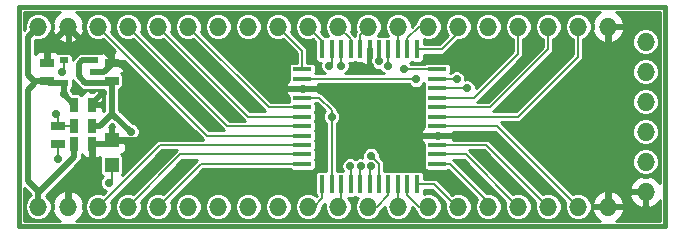
<source format=gtl>
G04 (created by PCBNEW-RS274X (2010-03-14)-final) date jue 03 nov 2011 19:09:21 ART*
G01*
G70*
G90*
%MOIN*%
G04 Gerber Fmt 3.4, Leading zero omitted, Abs format*
%FSLAX34Y34*%
G04 APERTURE LIST*
%ADD10C,0.000100*%
%ADD11C,0.015000*%
%ADD12R,0.016000X0.060000*%
%ADD13R,0.060000X0.016000*%
%ADD14R,0.030000X0.020000*%
%ADD15R,0.045000X0.025000*%
%ADD16R,0.025000X0.045000*%
%ADD17R,0.047200X0.047200*%
%ADD18O,0.060000X0.060000*%
%ADD19C,0.028000*%
%ADD20C,0.006000*%
%ADD21C,0.020000*%
%ADD22C,0.010000*%
G04 APERTURE END LIST*
G54D10*
G54D11*
X76900Y-45850D02*
X76900Y-53150D01*
X76900Y-53150D02*
X55350Y-53150D01*
X55350Y-53150D02*
X55350Y-45850D01*
X55350Y-45850D02*
X76900Y-45850D01*
G54D12*
X67050Y-51750D03*
X67365Y-51750D03*
X67680Y-51750D03*
X67995Y-51750D03*
X68310Y-51750D03*
X68625Y-51750D03*
X66735Y-51750D03*
X66420Y-51750D03*
X66105Y-51750D03*
X65790Y-51750D03*
X65475Y-51750D03*
X67050Y-47250D03*
X67365Y-47250D03*
X67680Y-47250D03*
X67995Y-47250D03*
X68310Y-47250D03*
X68625Y-47250D03*
X66735Y-47250D03*
X66420Y-47250D03*
X66105Y-47250D03*
X65790Y-47250D03*
X65475Y-47250D03*
G54D13*
X69300Y-49500D03*
X64800Y-49500D03*
X69300Y-49185D03*
X64800Y-49185D03*
X64800Y-48870D03*
X69300Y-48870D03*
X69300Y-48555D03*
X64800Y-48555D03*
X64800Y-48240D03*
X69300Y-48240D03*
X69300Y-47925D03*
X64800Y-47925D03*
X64800Y-49815D03*
X69300Y-49815D03*
X69300Y-50130D03*
X64800Y-50130D03*
X64800Y-50445D03*
X69300Y-50445D03*
X69300Y-50760D03*
X64800Y-50760D03*
X64800Y-51075D03*
X69300Y-51075D03*
G54D14*
X57850Y-48375D03*
X57850Y-47625D03*
X56850Y-48375D03*
X57850Y-48000D03*
X56850Y-47625D03*
G54D15*
X58450Y-48300D03*
X58450Y-47700D03*
X56300Y-48300D03*
X56300Y-47700D03*
G54D16*
X57200Y-49100D03*
X57800Y-49100D03*
X57200Y-50400D03*
X57800Y-50400D03*
X57800Y-49800D03*
X57200Y-49800D03*
G54D15*
X56650Y-50400D03*
X56650Y-49800D03*
G54D17*
X58450Y-51113D03*
X58450Y-50287D03*
G54D18*
X56000Y-52500D03*
X57000Y-52500D03*
X58000Y-52500D03*
X59000Y-52500D03*
X60000Y-52500D03*
X61000Y-52500D03*
X62000Y-52500D03*
X63000Y-52500D03*
X64000Y-52500D03*
X65000Y-52500D03*
X66000Y-52500D03*
X67000Y-52500D03*
X68000Y-52500D03*
X69000Y-52500D03*
X70000Y-52500D03*
X71000Y-52500D03*
X72000Y-52500D03*
X73000Y-52500D03*
X74000Y-52500D03*
X75000Y-52500D03*
X56000Y-46500D03*
X57000Y-46500D03*
X58000Y-46500D03*
X59000Y-46500D03*
X60000Y-46500D03*
X61000Y-46500D03*
X62000Y-46500D03*
X63000Y-46500D03*
X64000Y-46500D03*
X65000Y-46500D03*
X66000Y-46500D03*
X67000Y-46500D03*
X68000Y-46500D03*
X69000Y-46500D03*
X70000Y-46500D03*
X71000Y-46500D03*
X72000Y-46500D03*
X73000Y-46500D03*
X74000Y-46500D03*
X75000Y-46500D03*
X76250Y-47000D03*
X76250Y-48000D03*
X76250Y-49000D03*
X76250Y-50000D03*
X76250Y-51000D03*
X76250Y-52000D03*
G54D19*
X67100Y-50800D03*
X67100Y-51150D03*
X66750Y-51150D03*
X66400Y-51150D03*
X67350Y-47650D03*
X66100Y-47800D03*
X65700Y-47800D03*
X68450Y-51100D03*
X67050Y-47800D03*
X59950Y-48900D03*
X65900Y-48900D03*
X58150Y-48700D03*
X68200Y-47900D03*
X70300Y-48550D03*
X68600Y-48250D03*
X69950Y-48250D03*
X67650Y-47800D03*
X56850Y-48750D03*
X65790Y-49500D03*
X59100Y-50000D03*
X56650Y-50900D03*
X58350Y-51700D03*
X56800Y-48000D03*
X56600Y-49400D03*
G54D20*
X65200Y-52500D02*
X65475Y-52225D01*
X65475Y-52225D02*
X65475Y-51750D01*
X65000Y-52500D02*
X65200Y-52500D01*
X66105Y-52395D02*
X66000Y-52500D01*
X66105Y-51750D02*
X66105Y-52395D01*
X67680Y-52120D02*
X67300Y-52500D01*
X67300Y-52500D02*
X67000Y-52500D01*
X67680Y-51750D02*
X67680Y-52120D01*
X67995Y-52495D02*
X68000Y-52500D01*
X67995Y-51750D02*
X67995Y-52495D01*
X68700Y-52500D02*
X68310Y-52110D01*
X68310Y-52110D02*
X68310Y-51750D01*
X69000Y-52500D02*
X68700Y-52500D01*
X69200Y-51750D02*
X69950Y-52500D01*
X69950Y-52500D02*
X70000Y-52500D01*
X68625Y-51750D02*
X69200Y-51750D01*
X69725Y-51075D02*
X71000Y-52350D01*
X71000Y-52350D02*
X71000Y-52500D01*
X69300Y-51075D02*
X69725Y-51075D01*
X70260Y-50760D02*
X72000Y-52500D01*
X69300Y-50760D02*
X70260Y-50760D01*
X70945Y-50445D02*
X73000Y-52500D01*
X69300Y-50445D02*
X70945Y-50445D01*
X71315Y-49815D02*
X74000Y-52500D01*
X69300Y-49815D02*
X71315Y-49815D01*
X60055Y-50445D02*
X58000Y-52500D01*
X64800Y-50445D02*
X60055Y-50445D01*
X60740Y-50760D02*
X59000Y-52500D01*
X64800Y-50760D02*
X60740Y-50760D01*
X61425Y-51075D02*
X60000Y-52500D01*
X64800Y-51075D02*
X61425Y-51075D01*
X67365Y-51065D02*
X67100Y-50800D01*
X67365Y-51750D02*
X67365Y-51065D01*
X67050Y-51200D02*
X67100Y-51150D01*
X67050Y-51750D02*
X67050Y-51200D01*
X66735Y-51165D02*
X66750Y-51150D01*
X66735Y-51750D02*
X66735Y-51165D01*
X66420Y-51170D02*
X66400Y-51150D01*
X66420Y-51750D02*
X66420Y-51170D01*
X65475Y-46975D02*
X65000Y-46500D01*
X65475Y-47250D02*
X65475Y-46975D01*
X66420Y-46920D02*
X66000Y-46500D01*
X66420Y-47250D02*
X66420Y-46920D01*
X66735Y-46765D02*
X67000Y-46500D01*
X66735Y-47250D02*
X66735Y-46765D01*
X67995Y-46505D02*
X68000Y-46500D01*
X67995Y-47250D02*
X67995Y-46505D01*
X68700Y-46500D02*
X68310Y-46890D01*
X68310Y-46890D02*
X68310Y-47250D01*
X69000Y-46500D02*
X68700Y-46500D01*
X70000Y-46700D02*
X69450Y-47250D01*
X69450Y-47250D02*
X68625Y-47250D01*
X70000Y-46500D02*
X70000Y-46700D01*
X67365Y-47635D02*
X67350Y-47650D01*
X67365Y-47250D02*
X67365Y-47635D01*
X70530Y-48870D02*
X72000Y-47400D01*
X72000Y-47400D02*
X72000Y-46500D01*
X69300Y-48870D02*
X70530Y-48870D01*
X71065Y-49185D02*
X73000Y-47250D01*
X73000Y-47250D02*
X73000Y-46500D01*
X69300Y-49185D02*
X71065Y-49185D01*
X72000Y-49500D02*
X74000Y-47500D01*
X74000Y-47500D02*
X74000Y-46500D01*
X69300Y-49500D02*
X72000Y-49500D01*
X61630Y-50130D02*
X58000Y-46500D01*
X64800Y-50130D02*
X61630Y-50130D01*
X62315Y-49815D02*
X59000Y-46500D01*
X64800Y-49815D02*
X62315Y-49815D01*
X63000Y-49500D02*
X60000Y-46500D01*
X64800Y-49500D02*
X63000Y-49500D01*
X63685Y-49185D02*
X61000Y-46500D01*
X64800Y-49185D02*
X63685Y-49185D01*
X66105Y-47795D02*
X66100Y-47800D01*
X66105Y-47250D02*
X66105Y-47795D01*
X65790Y-47710D02*
X65700Y-47800D01*
X65790Y-47250D02*
X65790Y-47710D01*
X64800Y-47300D02*
X64000Y-46500D01*
X64800Y-47925D02*
X64800Y-47300D01*
X68770Y-50130D02*
X68450Y-50450D01*
X68450Y-50450D02*
X68450Y-51100D01*
X69300Y-50130D02*
X68770Y-50130D01*
X67050Y-47250D02*
X67050Y-47800D01*
X65555Y-48555D02*
X67050Y-50050D01*
X67050Y-50050D02*
X68050Y-50050D01*
X68050Y-50050D02*
X68450Y-50450D01*
X64800Y-48555D02*
X65550Y-48555D01*
G54D21*
X57000Y-51700D02*
X57800Y-50900D01*
X57800Y-50900D02*
X57800Y-50400D01*
X57000Y-52500D02*
X57000Y-51700D01*
X56300Y-47200D02*
X57000Y-46500D01*
X56300Y-47700D02*
X56300Y-47200D01*
X58700Y-47700D02*
X59050Y-48050D01*
X59050Y-48050D02*
X59950Y-48900D01*
X58450Y-47700D02*
X58700Y-47700D01*
X58450Y-47750D02*
X58200Y-48000D01*
X58200Y-48000D02*
X57850Y-48000D01*
X58450Y-47700D02*
X58450Y-47750D01*
G54D20*
X65555Y-48555D02*
X65900Y-48900D01*
X65550Y-48555D02*
X65555Y-48555D01*
G54D21*
X75000Y-46500D02*
X75000Y-52500D01*
X58337Y-50400D02*
X58450Y-50287D01*
X57800Y-50400D02*
X58337Y-50400D01*
X59613Y-50287D02*
X59950Y-49950D01*
X59950Y-49950D02*
X59950Y-48900D01*
X58450Y-50287D02*
X59613Y-50287D01*
X57800Y-49050D02*
X58150Y-48700D01*
X57800Y-49100D02*
X57800Y-49050D01*
X58450Y-47550D02*
X58100Y-47200D01*
X58100Y-47200D02*
X57700Y-47200D01*
X57700Y-47200D02*
X57000Y-46500D01*
X58450Y-47700D02*
X58450Y-47550D01*
G54D20*
X68225Y-47925D02*
X68200Y-47900D01*
X69300Y-47925D02*
X68225Y-47925D01*
X70295Y-48555D02*
X70300Y-48550D01*
X69300Y-48555D02*
X70295Y-48555D01*
X68590Y-48240D02*
X68600Y-48250D01*
X64800Y-48240D02*
X68590Y-48240D01*
X69940Y-48240D02*
X69950Y-48250D01*
X69300Y-48240D02*
X69940Y-48240D01*
X67680Y-47770D02*
X67650Y-47800D01*
X67680Y-47250D02*
X67680Y-47770D01*
G54D21*
X56000Y-52025D02*
X56000Y-52500D01*
X56000Y-52050D02*
X56000Y-52025D01*
X57200Y-50850D02*
X56000Y-52050D01*
X57200Y-50400D02*
X57200Y-50850D01*
X55850Y-48300D02*
X55650Y-48100D01*
X55650Y-48100D02*
X55650Y-46850D01*
X55650Y-46850D02*
X56000Y-46500D01*
X56300Y-48300D02*
X55850Y-48300D01*
X56375Y-48375D02*
X56300Y-48300D01*
X56850Y-48375D02*
X56375Y-48375D01*
X56850Y-48750D02*
X57200Y-49100D01*
X56850Y-48375D02*
X56850Y-48750D01*
G54D20*
X65790Y-49290D02*
X65370Y-48870D01*
X65370Y-48870D02*
X64800Y-48870D01*
X65790Y-49500D02*
X65790Y-49290D01*
X65790Y-51750D02*
X65790Y-49500D01*
G54D21*
X55850Y-48400D02*
X55650Y-48600D01*
X55650Y-48600D02*
X55650Y-51650D01*
X55650Y-51650D02*
X56025Y-52025D01*
X56025Y-52025D02*
X56000Y-52025D01*
X55850Y-48300D02*
X55850Y-48400D01*
X58375Y-48375D02*
X58450Y-48300D01*
X57850Y-48375D02*
X58375Y-48375D01*
X58050Y-49800D02*
X58450Y-49400D01*
X58450Y-49400D02*
X58450Y-48300D01*
X57800Y-49800D02*
X58050Y-49800D01*
X57475Y-47625D02*
X57350Y-47750D01*
X57350Y-47750D02*
X57350Y-48150D01*
X57350Y-48150D02*
X57575Y-48375D01*
X57575Y-48375D02*
X57850Y-48375D01*
X57850Y-47625D02*
X57475Y-47625D01*
X58450Y-49400D02*
X59100Y-50000D01*
X58450Y-49400D02*
X58450Y-49400D01*
G54D20*
X58350Y-51700D02*
X58450Y-51600D01*
X58450Y-51600D02*
X58450Y-51113D01*
X56650Y-50400D02*
X56650Y-50900D01*
X56650Y-49800D02*
X57200Y-49800D01*
X56850Y-47950D02*
X56800Y-48000D01*
X56600Y-49400D02*
X56650Y-49450D01*
X56650Y-49450D02*
X56650Y-49800D01*
X56850Y-47625D02*
X56850Y-47950D01*
G54D22*
X55525Y-46025D02*
X56722Y-46025D01*
X57277Y-46025D02*
X74722Y-46025D01*
X75277Y-46025D02*
X76725Y-46025D01*
X55525Y-46105D02*
X55794Y-46105D01*
X56206Y-46105D02*
X56619Y-46105D01*
X57382Y-46105D02*
X57794Y-46105D01*
X58206Y-46105D02*
X58794Y-46105D01*
X59206Y-46105D02*
X59794Y-46105D01*
X60206Y-46105D02*
X60794Y-46105D01*
X61206Y-46105D02*
X61794Y-46105D01*
X62206Y-46105D02*
X62794Y-46105D01*
X63206Y-46105D02*
X63794Y-46105D01*
X64206Y-46105D02*
X64794Y-46105D01*
X65206Y-46105D02*
X65794Y-46105D01*
X66206Y-46105D02*
X66794Y-46105D01*
X67206Y-46105D02*
X67794Y-46105D01*
X68206Y-46105D02*
X68794Y-46105D01*
X69206Y-46105D02*
X69794Y-46105D01*
X70206Y-46105D02*
X70794Y-46105D01*
X71206Y-46105D02*
X71794Y-46105D01*
X72206Y-46105D02*
X72794Y-46105D01*
X73206Y-46105D02*
X73794Y-46105D01*
X74206Y-46105D02*
X74619Y-46105D01*
X75382Y-46105D02*
X76725Y-46105D01*
X55525Y-46185D02*
X55684Y-46185D01*
X56316Y-46185D02*
X56547Y-46185D01*
X57454Y-46185D02*
X57684Y-46185D01*
X58316Y-46185D02*
X58684Y-46185D01*
X59316Y-46185D02*
X59684Y-46185D01*
X60316Y-46185D02*
X60684Y-46185D01*
X61316Y-46185D02*
X61684Y-46185D01*
X62316Y-46185D02*
X62684Y-46185D01*
X63316Y-46185D02*
X63684Y-46185D01*
X64316Y-46185D02*
X64684Y-46185D01*
X65316Y-46185D02*
X65684Y-46185D01*
X66316Y-46185D02*
X66684Y-46185D01*
X67316Y-46185D02*
X67684Y-46185D01*
X68316Y-46185D02*
X68684Y-46185D01*
X69316Y-46185D02*
X69684Y-46185D01*
X70316Y-46185D02*
X70684Y-46185D01*
X71316Y-46185D02*
X71684Y-46185D01*
X72316Y-46185D02*
X72684Y-46185D01*
X73316Y-46185D02*
X73684Y-46185D01*
X74316Y-46185D02*
X74547Y-46185D01*
X75454Y-46185D02*
X76725Y-46185D01*
X55525Y-46265D02*
X55613Y-46265D01*
X56388Y-46265D02*
X56503Y-46265D01*
X57498Y-46265D02*
X57613Y-46265D01*
X58388Y-46265D02*
X58613Y-46265D01*
X59388Y-46265D02*
X59613Y-46265D01*
X60388Y-46265D02*
X60613Y-46265D01*
X61388Y-46265D02*
X61613Y-46265D01*
X62388Y-46265D02*
X62613Y-46265D01*
X63388Y-46265D02*
X63613Y-46265D01*
X64388Y-46265D02*
X64613Y-46265D01*
X65388Y-46265D02*
X65613Y-46265D01*
X66388Y-46265D02*
X66613Y-46265D01*
X67388Y-46265D02*
X67613Y-46265D01*
X68388Y-46265D02*
X68613Y-46265D01*
X69388Y-46265D02*
X69613Y-46265D01*
X70388Y-46265D02*
X70613Y-46265D01*
X71388Y-46265D02*
X71613Y-46265D01*
X72388Y-46265D02*
X72613Y-46265D01*
X73388Y-46265D02*
X73613Y-46265D01*
X74388Y-46265D02*
X74503Y-46265D01*
X75498Y-46265D02*
X76725Y-46265D01*
X55525Y-46345D02*
X55580Y-46345D01*
X56421Y-46345D02*
X56475Y-46345D01*
X57526Y-46345D02*
X57580Y-46345D01*
X58421Y-46345D02*
X58580Y-46345D01*
X59421Y-46345D02*
X59580Y-46345D01*
X60421Y-46345D02*
X60580Y-46345D01*
X61421Y-46345D02*
X61580Y-46345D01*
X62421Y-46345D02*
X62580Y-46345D01*
X63421Y-46345D02*
X63580Y-46345D01*
X64421Y-46345D02*
X64580Y-46345D01*
X65421Y-46345D02*
X65580Y-46345D01*
X66421Y-46345D02*
X66580Y-46345D01*
X67421Y-46345D02*
X67580Y-46345D01*
X68421Y-46345D02*
X68580Y-46345D01*
X69421Y-46345D02*
X69580Y-46345D01*
X70421Y-46345D02*
X70580Y-46345D01*
X71421Y-46345D02*
X71580Y-46345D01*
X72421Y-46345D02*
X72580Y-46345D01*
X73421Y-46345D02*
X73580Y-46345D01*
X74421Y-46345D02*
X74475Y-46345D01*
X75526Y-46345D02*
X76725Y-46345D01*
X55525Y-46425D02*
X55551Y-46425D01*
X56449Y-46425D02*
X56501Y-46425D01*
X57498Y-46425D02*
X57551Y-46425D01*
X58449Y-46425D02*
X58551Y-46425D01*
X59449Y-46425D02*
X59551Y-46425D01*
X60449Y-46425D02*
X60551Y-46425D01*
X61449Y-46425D02*
X61551Y-46425D01*
X62449Y-46425D02*
X62551Y-46425D01*
X63449Y-46425D02*
X63551Y-46425D01*
X64449Y-46425D02*
X64551Y-46425D01*
X65449Y-46425D02*
X65551Y-46425D01*
X66449Y-46425D02*
X66551Y-46425D01*
X67449Y-46425D02*
X67551Y-46425D01*
X68449Y-46425D02*
X68520Y-46425D01*
X69449Y-46425D02*
X69551Y-46425D01*
X70449Y-46425D02*
X70551Y-46425D01*
X71449Y-46425D02*
X71551Y-46425D01*
X72449Y-46425D02*
X72551Y-46425D01*
X73449Y-46425D02*
X73551Y-46425D01*
X74449Y-46425D02*
X74501Y-46425D01*
X75498Y-46425D02*
X76725Y-46425D01*
X55525Y-46505D02*
X55551Y-46505D01*
X56449Y-46505D02*
X56500Y-46505D01*
X56950Y-46505D02*
X57050Y-46505D01*
X57500Y-46505D02*
X57551Y-46505D01*
X58449Y-46505D02*
X58551Y-46505D01*
X59449Y-46505D02*
X59551Y-46505D01*
X60449Y-46505D02*
X60551Y-46505D01*
X61449Y-46505D02*
X61551Y-46505D01*
X62449Y-46505D02*
X62551Y-46505D01*
X63449Y-46505D02*
X63551Y-46505D01*
X64449Y-46505D02*
X64551Y-46505D01*
X65449Y-46505D02*
X65551Y-46505D01*
X66449Y-46505D02*
X66551Y-46505D01*
X67449Y-46505D02*
X67551Y-46505D01*
X69449Y-46505D02*
X69551Y-46505D01*
X70449Y-46505D02*
X70551Y-46505D01*
X71449Y-46505D02*
X71551Y-46505D01*
X72449Y-46505D02*
X72551Y-46505D01*
X73449Y-46505D02*
X73551Y-46505D01*
X74449Y-46505D02*
X74500Y-46505D01*
X74950Y-46505D02*
X76725Y-46505D01*
X55525Y-46585D02*
X55551Y-46585D01*
X56449Y-46585D02*
X56496Y-46585D01*
X56950Y-46585D02*
X57050Y-46585D01*
X57505Y-46585D02*
X57551Y-46585D01*
X58449Y-46585D02*
X58551Y-46585D01*
X59449Y-46585D02*
X59551Y-46585D01*
X60449Y-46585D02*
X60551Y-46585D01*
X61449Y-46585D02*
X61551Y-46585D01*
X62449Y-46585D02*
X62551Y-46585D01*
X63449Y-46585D02*
X63551Y-46585D01*
X64449Y-46585D02*
X64551Y-46585D01*
X65449Y-46585D02*
X65551Y-46585D01*
X66449Y-46585D02*
X66551Y-46585D01*
X67449Y-46585D02*
X67551Y-46585D01*
X69449Y-46585D02*
X69551Y-46585D01*
X70449Y-46585D02*
X70551Y-46585D01*
X71449Y-46585D02*
X71551Y-46585D01*
X72449Y-46585D02*
X72551Y-46585D01*
X73449Y-46585D02*
X73551Y-46585D01*
X74449Y-46585D02*
X74496Y-46585D01*
X74950Y-46585D02*
X75050Y-46585D01*
X75505Y-46585D02*
X76081Y-46585D01*
X76419Y-46585D02*
X76725Y-46585D01*
X56416Y-46665D02*
X56478Y-46665D01*
X56950Y-46665D02*
X57050Y-46665D01*
X57521Y-46665D02*
X57583Y-46665D01*
X58419Y-46665D02*
X58583Y-46665D01*
X59419Y-46665D02*
X59583Y-46665D01*
X60419Y-46665D02*
X60583Y-46665D01*
X61419Y-46665D02*
X61583Y-46665D01*
X62416Y-46665D02*
X62583Y-46665D01*
X63416Y-46665D02*
X63583Y-46665D01*
X64420Y-46665D02*
X64583Y-46665D01*
X65420Y-46665D02*
X65583Y-46665D01*
X66420Y-46665D02*
X66582Y-46665D01*
X67416Y-46665D02*
X67583Y-46665D01*
X69416Y-46665D02*
X69583Y-46665D01*
X70416Y-46665D02*
X70583Y-46665D01*
X71416Y-46665D02*
X71583Y-46665D01*
X72416Y-46665D02*
X72583Y-46665D01*
X73416Y-46665D02*
X73583Y-46665D01*
X74416Y-46665D02*
X74478Y-46665D01*
X74950Y-46665D02*
X75050Y-46665D01*
X75521Y-46665D02*
X75954Y-46665D01*
X76546Y-46665D02*
X76725Y-46665D01*
X56383Y-46745D02*
X56505Y-46745D01*
X56950Y-46745D02*
X57050Y-46745D01*
X57494Y-46745D02*
X57616Y-46745D01*
X58499Y-46745D02*
X58616Y-46745D01*
X59499Y-46745D02*
X59616Y-46745D01*
X60499Y-46745D02*
X60616Y-46745D01*
X61499Y-46745D02*
X61616Y-46745D01*
X62383Y-46745D02*
X62616Y-46745D01*
X63383Y-46745D02*
X63616Y-46745D01*
X64500Y-46745D02*
X64616Y-46745D01*
X65500Y-46745D02*
X65616Y-46745D01*
X66500Y-46745D02*
X66560Y-46745D01*
X67383Y-46745D02*
X67616Y-46745D01*
X69383Y-46745D02*
X69616Y-46745D01*
X70383Y-46745D02*
X70616Y-46745D01*
X71383Y-46745D02*
X71616Y-46745D01*
X72383Y-46745D02*
X72616Y-46745D01*
X73383Y-46745D02*
X73616Y-46745D01*
X74383Y-46745D02*
X74505Y-46745D01*
X74950Y-46745D02*
X75050Y-46745D01*
X75494Y-46745D02*
X75876Y-46745D01*
X76625Y-46745D02*
X76725Y-46745D01*
X56306Y-46825D02*
X56555Y-46825D01*
X56950Y-46825D02*
X57050Y-46825D01*
X57444Y-46825D02*
X57694Y-46825D01*
X58579Y-46825D02*
X58694Y-46825D01*
X59579Y-46825D02*
X59694Y-46825D01*
X60579Y-46825D02*
X60694Y-46825D01*
X61579Y-46825D02*
X61694Y-46825D01*
X62306Y-46825D02*
X62694Y-46825D01*
X63306Y-46825D02*
X63694Y-46825D01*
X64580Y-46825D02*
X64694Y-46825D01*
X69306Y-46825D02*
X69620Y-46825D01*
X70306Y-46825D02*
X70694Y-46825D01*
X71306Y-46825D02*
X71694Y-46825D01*
X72306Y-46825D02*
X72694Y-46825D01*
X73306Y-46825D02*
X73694Y-46825D01*
X74306Y-46825D02*
X74555Y-46825D01*
X74950Y-46825D02*
X75050Y-46825D01*
X75444Y-46825D02*
X75843Y-46825D01*
X76658Y-46825D02*
X76725Y-46825D01*
X56182Y-46905D02*
X56627Y-46905D01*
X56950Y-46905D02*
X57050Y-46905D01*
X57372Y-46905D02*
X57818Y-46905D01*
X58659Y-46905D02*
X58818Y-46905D01*
X59659Y-46905D02*
X59818Y-46905D01*
X60659Y-46905D02*
X60818Y-46905D01*
X61659Y-46905D02*
X61818Y-46905D01*
X62182Y-46905D02*
X62818Y-46905D01*
X63182Y-46905D02*
X63818Y-46905D01*
X64660Y-46905D02*
X64818Y-46905D01*
X69182Y-46905D02*
X69540Y-46905D01*
X70182Y-46905D02*
X70818Y-46905D01*
X71182Y-46905D02*
X71820Y-46905D01*
X72180Y-46905D02*
X72820Y-46905D01*
X73180Y-46905D02*
X73820Y-46905D01*
X74180Y-46905D02*
X74627Y-46905D01*
X74950Y-46905D02*
X75050Y-46905D01*
X75372Y-46905D02*
X75809Y-46905D01*
X76691Y-46905D02*
X76725Y-46905D01*
X55900Y-46985D02*
X56743Y-46985D01*
X56950Y-46985D02*
X57050Y-46985D01*
X57256Y-46985D02*
X58231Y-46985D01*
X58739Y-46985D02*
X59231Y-46985D01*
X59739Y-46985D02*
X60230Y-46985D01*
X60739Y-46985D02*
X61231Y-46985D01*
X61739Y-46985D02*
X64230Y-46985D01*
X64740Y-46985D02*
X65230Y-46985D01*
X68854Y-46985D02*
X69460Y-46985D01*
X69969Y-46985D02*
X71820Y-46985D01*
X72180Y-46985D02*
X72820Y-46985D01*
X73180Y-46985D02*
X73820Y-46985D01*
X74180Y-46985D02*
X74743Y-46985D01*
X74950Y-46985D02*
X75050Y-46985D01*
X75256Y-46985D02*
X75809Y-46985D01*
X76691Y-46985D02*
X76725Y-46985D01*
X55900Y-47065D02*
X58311Y-47065D01*
X58819Y-47065D02*
X59311Y-47065D01*
X59819Y-47065D02*
X60310Y-47065D01*
X60819Y-47065D02*
X61311Y-47065D01*
X61819Y-47065D02*
X64310Y-47065D01*
X64820Y-47065D02*
X65246Y-47065D01*
X68854Y-47065D02*
X69380Y-47065D01*
X69889Y-47065D02*
X71820Y-47065D01*
X72180Y-47065D02*
X72820Y-47065D01*
X73180Y-47065D02*
X73820Y-47065D01*
X74180Y-47065D02*
X75809Y-47065D01*
X76691Y-47065D02*
X76725Y-47065D01*
X55900Y-47145D02*
X58391Y-47145D01*
X58899Y-47145D02*
X59391Y-47145D01*
X59899Y-47145D02*
X60390Y-47145D01*
X60899Y-47145D02*
X61391Y-47145D01*
X61899Y-47145D02*
X64390Y-47145D01*
X64900Y-47145D02*
X65246Y-47145D01*
X69809Y-47145D02*
X71820Y-47145D01*
X72180Y-47145D02*
X72820Y-47145D01*
X73180Y-47145D02*
X73820Y-47145D01*
X74180Y-47145D02*
X75829Y-47145D01*
X76670Y-47145D02*
X76725Y-47145D01*
X55900Y-47225D02*
X58471Y-47225D01*
X58979Y-47225D02*
X59471Y-47225D01*
X59979Y-47225D02*
X60470Y-47225D01*
X60979Y-47225D02*
X61471Y-47225D01*
X61979Y-47225D02*
X64470Y-47225D01*
X64963Y-47225D02*
X65246Y-47225D01*
X69729Y-47225D02*
X71820Y-47225D01*
X72180Y-47225D02*
X72770Y-47225D01*
X73180Y-47225D02*
X73820Y-47225D01*
X74180Y-47225D02*
X75862Y-47225D01*
X76636Y-47225D02*
X76725Y-47225D01*
X55900Y-47305D02*
X58551Y-47305D01*
X59059Y-47305D02*
X59551Y-47305D01*
X60059Y-47305D02*
X60550Y-47305D01*
X61059Y-47305D02*
X61551Y-47305D01*
X62059Y-47305D02*
X64550Y-47305D01*
X64980Y-47305D02*
X65246Y-47305D01*
X69649Y-47305D02*
X71820Y-47305D01*
X72180Y-47305D02*
X72690Y-47305D01*
X73168Y-47305D02*
X73820Y-47305D01*
X74180Y-47305D02*
X75924Y-47305D01*
X76576Y-47305D02*
X76725Y-47305D01*
X55900Y-47385D02*
X55913Y-47385D01*
X56248Y-47385D02*
X56352Y-47385D01*
X57052Y-47385D02*
X57424Y-47385D01*
X58052Y-47385D02*
X58063Y-47385D01*
X58398Y-47385D02*
X58502Y-47385D01*
X59139Y-47385D02*
X59631Y-47385D01*
X60139Y-47385D02*
X60630Y-47385D01*
X61139Y-47385D02*
X61631Y-47385D01*
X62139Y-47385D02*
X64620Y-47385D01*
X64980Y-47385D02*
X65246Y-47385D01*
X69565Y-47385D02*
X71760Y-47385D01*
X72180Y-47385D02*
X72610Y-47385D01*
X73119Y-47385D02*
X73820Y-47385D01*
X74180Y-47385D02*
X76009Y-47385D01*
X76491Y-47385D02*
X76725Y-47385D01*
X56250Y-47465D02*
X56350Y-47465D01*
X57137Y-47465D02*
X57281Y-47465D01*
X58400Y-47465D02*
X58500Y-47465D01*
X59219Y-47465D02*
X59711Y-47465D01*
X60219Y-47465D02*
X60710Y-47465D01*
X61219Y-47465D02*
X61711Y-47465D01*
X62219Y-47465D02*
X64620Y-47465D01*
X64980Y-47465D02*
X65246Y-47465D01*
X68854Y-47465D02*
X71680Y-47465D01*
X72166Y-47465D02*
X72530Y-47465D01*
X73039Y-47465D02*
X73780Y-47465D01*
X74180Y-47465D02*
X76725Y-47465D01*
X56250Y-47545D02*
X56350Y-47545D01*
X57149Y-47545D02*
X57201Y-47545D01*
X58400Y-47545D02*
X58500Y-47545D01*
X59299Y-47545D02*
X59791Y-47545D01*
X60299Y-47545D02*
X60790Y-47545D01*
X61299Y-47545D02*
X61791Y-47545D01*
X62299Y-47545D02*
X64620Y-47545D01*
X64980Y-47545D02*
X65246Y-47545D01*
X68854Y-47545D02*
X71600Y-47545D01*
X72109Y-47545D02*
X72450Y-47545D01*
X72959Y-47545D02*
X73700Y-47545D01*
X74170Y-47545D02*
X76725Y-47545D01*
X56250Y-47625D02*
X56350Y-47625D01*
X58400Y-47625D02*
X58500Y-47625D01*
X59379Y-47625D02*
X59871Y-47625D01*
X60379Y-47625D02*
X60870Y-47625D01*
X61379Y-47625D02*
X61871Y-47625D01*
X62379Y-47625D02*
X64620Y-47625D01*
X64980Y-47625D02*
X65264Y-47625D01*
X68835Y-47625D02*
X71520Y-47625D01*
X72029Y-47625D02*
X72370Y-47625D01*
X72879Y-47625D02*
X73620Y-47625D01*
X74128Y-47625D02*
X75994Y-47625D01*
X76506Y-47625D02*
X76725Y-47625D01*
X56250Y-47705D02*
X56350Y-47705D01*
X58400Y-47705D02*
X58950Y-47705D01*
X59459Y-47705D02*
X59951Y-47705D01*
X60459Y-47705D02*
X60950Y-47705D01*
X61459Y-47705D02*
X61951Y-47705D01*
X62459Y-47705D02*
X64449Y-47705D01*
X65152Y-47705D02*
X65426Y-47705D01*
X68413Y-47705D02*
X68949Y-47705D01*
X69652Y-47705D02*
X71440Y-47705D01*
X71949Y-47705D02*
X72290Y-47705D01*
X72799Y-47705D02*
X73540Y-47705D01*
X74049Y-47705D02*
X75914Y-47705D01*
X76586Y-47705D02*
X76725Y-47705D01*
X58898Y-47785D02*
X59030Y-47785D01*
X59539Y-47785D02*
X60031Y-47785D01*
X60539Y-47785D02*
X61030Y-47785D01*
X61539Y-47785D02*
X62031Y-47785D01*
X62539Y-47785D02*
X64364Y-47785D01*
X65237Y-47785D02*
X65411Y-47785D01*
X69737Y-47785D02*
X71360Y-47785D01*
X71869Y-47785D02*
X72210Y-47785D01*
X72719Y-47785D02*
X73460Y-47785D01*
X73969Y-47785D02*
X75859Y-47785D01*
X76642Y-47785D02*
X76725Y-47785D01*
X58924Y-47865D02*
X59110Y-47865D01*
X59619Y-47865D02*
X60111Y-47865D01*
X60619Y-47865D02*
X61110Y-47865D01*
X61619Y-47865D02*
X62111Y-47865D01*
X62619Y-47865D02*
X64351Y-47865D01*
X65249Y-47865D02*
X65414Y-47865D01*
X69749Y-47865D02*
X71280Y-47865D01*
X71789Y-47865D02*
X72130Y-47865D01*
X72639Y-47865D02*
X73380Y-47865D01*
X73889Y-47865D02*
X75826Y-47865D01*
X76675Y-47865D02*
X76725Y-47865D01*
X58894Y-47945D02*
X59190Y-47945D01*
X59699Y-47945D02*
X60191Y-47945D01*
X60699Y-47945D02*
X61190Y-47945D01*
X61699Y-47945D02*
X62191Y-47945D01*
X62699Y-47945D02*
X64351Y-47945D01*
X65249Y-47945D02*
X65447Y-47945D01*
X69749Y-47945D02*
X71200Y-47945D01*
X71709Y-47945D02*
X72050Y-47945D01*
X72559Y-47945D02*
X73300Y-47945D01*
X73809Y-47945D02*
X75809Y-47945D01*
X76691Y-47945D02*
X76725Y-47945D01*
X58827Y-48025D02*
X59270Y-48025D01*
X59779Y-48025D02*
X60271Y-48025D01*
X60779Y-48025D02*
X61270Y-48025D01*
X61779Y-48025D02*
X62271Y-48025D01*
X62779Y-48025D02*
X64351Y-48025D01*
X65249Y-48025D02*
X65516Y-48025D01*
X69749Y-48025D02*
X69767Y-48025D01*
X70134Y-48025D02*
X71120Y-48025D01*
X71629Y-48025D02*
X71970Y-48025D01*
X72479Y-48025D02*
X73220Y-48025D01*
X73729Y-48025D02*
X75809Y-48025D01*
X76691Y-48025D02*
X76725Y-48025D01*
X58808Y-48105D02*
X59350Y-48105D01*
X59859Y-48105D02*
X60351Y-48105D01*
X60859Y-48105D02*
X61350Y-48105D01*
X61859Y-48105D02*
X62351Y-48105D01*
X62859Y-48105D02*
X64361Y-48105D01*
X70203Y-48105D02*
X71040Y-48105D01*
X71549Y-48105D02*
X71890Y-48105D01*
X72399Y-48105D02*
X73140Y-48105D01*
X73649Y-48105D02*
X75813Y-48105D01*
X76687Y-48105D02*
X76725Y-48105D01*
X58824Y-48185D02*
X59430Y-48185D01*
X59939Y-48185D02*
X60431Y-48185D01*
X60939Y-48185D02*
X61430Y-48185D01*
X61939Y-48185D02*
X62431Y-48185D01*
X62939Y-48185D02*
X64351Y-48185D01*
X70236Y-48185D02*
X70960Y-48185D01*
X71469Y-48185D02*
X71810Y-48185D01*
X72319Y-48185D02*
X73060Y-48185D01*
X73569Y-48185D02*
X75846Y-48185D01*
X76653Y-48185D02*
X76725Y-48185D01*
X58824Y-48265D02*
X59510Y-48265D01*
X60019Y-48265D02*
X60511Y-48265D01*
X61019Y-48265D02*
X61510Y-48265D01*
X62019Y-48265D02*
X62511Y-48265D01*
X63019Y-48265D02*
X64351Y-48265D01*
X70368Y-48265D02*
X70880Y-48265D01*
X71389Y-48265D02*
X71730Y-48265D01*
X72239Y-48265D02*
X72980Y-48265D01*
X73489Y-48265D02*
X75884Y-48265D01*
X76616Y-48265D02*
X76725Y-48265D01*
X58824Y-48345D02*
X59590Y-48345D01*
X60099Y-48345D02*
X60591Y-48345D01*
X61099Y-48345D02*
X61590Y-48345D01*
X62099Y-48345D02*
X62591Y-48345D01*
X63099Y-48345D02*
X64285Y-48345D01*
X70504Y-48345D02*
X70800Y-48345D01*
X71309Y-48345D02*
X71650Y-48345D01*
X72159Y-48345D02*
X72900Y-48345D01*
X73409Y-48345D02*
X75964Y-48345D01*
X76536Y-48345D02*
X76725Y-48345D01*
X58824Y-48425D02*
X59670Y-48425D01*
X60179Y-48425D02*
X60671Y-48425D01*
X61179Y-48425D02*
X61670Y-48425D01*
X62179Y-48425D02*
X62671Y-48425D01*
X63179Y-48425D02*
X64251Y-48425D01*
X65349Y-48425D02*
X68366Y-48425D01*
X68833Y-48425D02*
X68859Y-48425D01*
X70561Y-48425D02*
X70720Y-48425D01*
X71229Y-48425D02*
X71570Y-48425D01*
X72079Y-48425D02*
X72820Y-48425D01*
X73329Y-48425D02*
X76104Y-48425D01*
X76395Y-48425D02*
X76725Y-48425D01*
X58803Y-48505D02*
X59750Y-48505D01*
X60259Y-48505D02*
X60751Y-48505D01*
X61259Y-48505D02*
X61750Y-48505D01*
X62259Y-48505D02*
X62751Y-48505D01*
X63259Y-48505D02*
X64250Y-48505D01*
X64251Y-48505D02*
X64302Y-48505D01*
X64750Y-48505D02*
X64850Y-48505D01*
X65298Y-48505D02*
X65349Y-48505D01*
X65349Y-48505D02*
X68460Y-48505D01*
X68738Y-48505D02*
X68851Y-48505D01*
X70589Y-48505D02*
X70640Y-48505D01*
X71149Y-48505D02*
X71490Y-48505D01*
X71999Y-48505D02*
X72740Y-48505D01*
X73249Y-48505D02*
X76725Y-48505D01*
X58700Y-48585D02*
X59830Y-48585D01*
X60339Y-48585D02*
X60831Y-48585D01*
X61339Y-48585D02*
X61830Y-48585D01*
X62339Y-48585D02*
X62831Y-48585D01*
X63339Y-48585D02*
X68851Y-48585D01*
X71069Y-48585D02*
X71410Y-48585D01*
X71919Y-48585D02*
X72660Y-48585D01*
X73169Y-48585D02*
X76081Y-48585D01*
X76419Y-48585D02*
X76725Y-48585D01*
X58700Y-48665D02*
X59910Y-48665D01*
X60419Y-48665D02*
X60911Y-48665D01*
X61419Y-48665D02*
X61910Y-48665D01*
X62419Y-48665D02*
X62911Y-48665D01*
X63419Y-48665D02*
X64251Y-48665D01*
X65349Y-48665D02*
X68851Y-48665D01*
X70989Y-48665D02*
X71330Y-48665D01*
X71839Y-48665D02*
X72580Y-48665D01*
X73089Y-48665D02*
X75954Y-48665D01*
X76546Y-48665D02*
X76725Y-48665D01*
X58700Y-48745D02*
X59990Y-48745D01*
X60499Y-48745D02*
X60991Y-48745D01*
X61499Y-48745D02*
X61990Y-48745D01*
X62499Y-48745D02*
X62991Y-48745D01*
X63499Y-48745D02*
X64276Y-48745D01*
X65500Y-48745D02*
X68858Y-48745D01*
X70909Y-48745D02*
X71250Y-48745D01*
X71759Y-48745D02*
X72500Y-48745D01*
X73009Y-48745D02*
X75876Y-48745D01*
X76625Y-48745D02*
X76725Y-48745D01*
X58700Y-48825D02*
X60070Y-48825D01*
X60579Y-48825D02*
X61071Y-48825D01*
X61579Y-48825D02*
X62070Y-48825D01*
X62579Y-48825D02*
X63071Y-48825D01*
X63579Y-48825D02*
X64338Y-48825D01*
X65580Y-48825D02*
X68851Y-48825D01*
X70829Y-48825D02*
X71170Y-48825D01*
X71679Y-48825D02*
X72420Y-48825D01*
X72929Y-48825D02*
X75843Y-48825D01*
X76658Y-48825D02*
X76725Y-48825D01*
X58700Y-48905D02*
X60150Y-48905D01*
X60659Y-48905D02*
X61151Y-48905D01*
X61659Y-48905D02*
X62150Y-48905D01*
X62659Y-48905D02*
X63151Y-48905D01*
X63659Y-48905D02*
X64351Y-48905D01*
X65660Y-48905D02*
X68851Y-48905D01*
X70749Y-48905D02*
X71090Y-48905D01*
X71599Y-48905D02*
X72340Y-48905D01*
X72849Y-48905D02*
X75809Y-48905D01*
X76691Y-48905D02*
X76725Y-48905D01*
X58700Y-48985D02*
X60230Y-48985D01*
X60739Y-48985D02*
X61231Y-48985D01*
X61739Y-48985D02*
X62230Y-48985D01*
X62739Y-48985D02*
X63231Y-48985D01*
X63739Y-48985D02*
X64353Y-48985D01*
X65740Y-48985D02*
X68853Y-48985D01*
X70669Y-48985D02*
X71010Y-48985D01*
X71519Y-48985D02*
X72260Y-48985D01*
X72769Y-48985D02*
X75809Y-48985D01*
X76691Y-48985D02*
X76725Y-48985D01*
X58700Y-49065D02*
X60310Y-49065D01*
X60819Y-49065D02*
X61311Y-49065D01*
X61819Y-49065D02*
X62310Y-49065D01*
X62819Y-49065D02*
X63311Y-49065D01*
X65245Y-49065D02*
X65310Y-49065D01*
X65820Y-49065D02*
X68856Y-49065D01*
X71439Y-49065D02*
X72180Y-49065D01*
X72689Y-49065D02*
X75809Y-49065D01*
X76691Y-49065D02*
X76725Y-49065D01*
X58700Y-49145D02*
X60390Y-49145D01*
X60899Y-49145D02*
X61391Y-49145D01*
X61899Y-49145D02*
X62390Y-49145D01*
X62899Y-49145D02*
X63391Y-49145D01*
X65249Y-49145D02*
X65390Y-49145D01*
X65900Y-49145D02*
X68851Y-49145D01*
X71359Y-49145D02*
X72100Y-49145D01*
X72609Y-49145D02*
X75829Y-49145D01*
X76670Y-49145D02*
X76725Y-49145D01*
X58700Y-49225D02*
X60470Y-49225D01*
X60979Y-49225D02*
X61471Y-49225D01*
X61979Y-49225D02*
X62470Y-49225D01*
X62979Y-49225D02*
X63471Y-49225D01*
X65249Y-49225D02*
X65470Y-49225D01*
X65957Y-49225D02*
X68851Y-49225D01*
X71279Y-49225D02*
X72020Y-49225D01*
X72529Y-49225D02*
X75862Y-49225D01*
X76636Y-49225D02*
X76725Y-49225D01*
X58718Y-49305D02*
X60550Y-49305D01*
X61059Y-49305D02*
X61551Y-49305D01*
X62059Y-49305D02*
X62550Y-49305D01*
X63059Y-49305D02*
X63551Y-49305D01*
X65244Y-49305D02*
X65550Y-49305D01*
X66004Y-49305D02*
X68855Y-49305D01*
X71199Y-49305D02*
X71940Y-49305D01*
X72449Y-49305D02*
X75924Y-49305D01*
X76576Y-49305D02*
X76725Y-49305D01*
X58804Y-49385D02*
X60630Y-49385D01*
X61139Y-49385D02*
X61631Y-49385D01*
X62139Y-49385D02*
X62630Y-49385D01*
X65247Y-49385D02*
X65525Y-49385D01*
X66055Y-49385D02*
X68854Y-49385D01*
X72369Y-49385D02*
X76009Y-49385D01*
X76491Y-49385D02*
X76725Y-49385D01*
X58890Y-49465D02*
X60710Y-49465D01*
X61219Y-49465D02*
X61711Y-49465D01*
X62219Y-49465D02*
X62710Y-49465D01*
X65249Y-49465D02*
X65501Y-49465D01*
X66079Y-49465D02*
X68851Y-49465D01*
X72289Y-49465D02*
X76725Y-49465D01*
X58977Y-49545D02*
X60790Y-49545D01*
X61299Y-49545D02*
X61791Y-49545D01*
X62299Y-49545D02*
X62790Y-49545D01*
X65249Y-49545D02*
X65501Y-49545D01*
X66079Y-49545D02*
X68851Y-49545D01*
X72209Y-49545D02*
X76725Y-49545D01*
X59063Y-49625D02*
X60870Y-49625D01*
X61379Y-49625D02*
X61871Y-49625D01*
X62379Y-49625D02*
X62870Y-49625D01*
X65242Y-49625D02*
X65529Y-49625D01*
X66051Y-49625D02*
X68857Y-49625D01*
X72129Y-49625D02*
X75994Y-49625D01*
X76506Y-49625D02*
X76725Y-49625D01*
X59149Y-49705D02*
X60950Y-49705D01*
X61459Y-49705D02*
X61951Y-49705D01*
X65249Y-49705D02*
X65587Y-49705D01*
X65993Y-49705D02*
X68852Y-49705D01*
X71459Y-49705D02*
X75914Y-49705D01*
X76586Y-49705D02*
X76725Y-49705D01*
X58416Y-49785D02*
X58498Y-49785D01*
X59294Y-49785D02*
X61030Y-49785D01*
X61539Y-49785D02*
X62031Y-49785D01*
X65249Y-49785D02*
X65610Y-49785D01*
X65970Y-49785D02*
X68851Y-49785D01*
X71539Y-49785D02*
X75859Y-49785D01*
X76642Y-49785D02*
X76725Y-49785D01*
X58400Y-49865D02*
X58500Y-49865D01*
X59357Y-49865D02*
X61110Y-49865D01*
X61619Y-49865D02*
X62111Y-49865D01*
X65249Y-49865D02*
X65610Y-49865D01*
X65970Y-49865D02*
X68833Y-49865D01*
X71619Y-49865D02*
X75826Y-49865D01*
X76675Y-49865D02*
X76725Y-49865D01*
X58400Y-49945D02*
X58500Y-49945D01*
X59389Y-49945D02*
X61190Y-49945D01*
X61699Y-49945D02*
X62192Y-49945D01*
X65240Y-49945D02*
X65610Y-49945D01*
X65970Y-49945D02*
X68774Y-49945D01*
X71699Y-49945D02*
X75809Y-49945D01*
X76691Y-49945D02*
X76725Y-49945D01*
X58400Y-50025D02*
X58500Y-50025D01*
X59389Y-50025D02*
X61270Y-50025D01*
X65249Y-50025D02*
X65610Y-50025D01*
X65970Y-50025D02*
X68751Y-50025D01*
X69849Y-50025D02*
X71271Y-50025D01*
X71779Y-50025D02*
X75809Y-50025D01*
X76691Y-50025D02*
X76725Y-50025D01*
X58400Y-50105D02*
X58500Y-50105D01*
X59369Y-50105D02*
X61350Y-50105D01*
X65249Y-50105D02*
X65610Y-50105D01*
X65970Y-50105D02*
X71351Y-50105D01*
X71859Y-50105D02*
X75813Y-50105D01*
X76687Y-50105D02*
X76725Y-50105D01*
X58400Y-50185D02*
X58500Y-50185D01*
X59323Y-50185D02*
X61430Y-50185D01*
X65249Y-50185D02*
X65610Y-50185D01*
X65970Y-50185D02*
X68751Y-50185D01*
X68751Y-50185D02*
X68797Y-50185D01*
X69250Y-50185D02*
X69350Y-50185D01*
X69803Y-50185D02*
X69849Y-50185D01*
X69850Y-50185D02*
X71431Y-50185D01*
X71939Y-50185D02*
X75846Y-50185D01*
X76653Y-50185D02*
X76725Y-50185D01*
X58400Y-50265D02*
X58984Y-50265D01*
X59214Y-50265D02*
X60055Y-50265D01*
X65238Y-50265D02*
X65610Y-50265D01*
X65970Y-50265D02*
X68753Y-50265D01*
X70945Y-50265D02*
X71511Y-50265D01*
X72019Y-50265D02*
X75884Y-50265D01*
X76616Y-50265D02*
X76725Y-50265D01*
X58882Y-50345D02*
X59901Y-50345D01*
X65249Y-50345D02*
X65610Y-50345D01*
X65970Y-50345D02*
X68786Y-50345D01*
X71099Y-50345D02*
X71591Y-50345D01*
X72099Y-50345D02*
X75964Y-50345D01*
X76536Y-50345D02*
X76725Y-50345D01*
X57750Y-50425D02*
X57850Y-50425D01*
X58935Y-50425D02*
X59821Y-50425D01*
X65249Y-50425D02*
X65610Y-50425D01*
X65970Y-50425D02*
X68851Y-50425D01*
X71179Y-50425D02*
X71671Y-50425D01*
X72179Y-50425D02*
X76104Y-50425D01*
X76395Y-50425D02*
X76725Y-50425D01*
X57750Y-50505D02*
X57850Y-50505D01*
X58935Y-50505D02*
X59741Y-50505D01*
X65249Y-50505D02*
X65610Y-50505D01*
X65970Y-50505D02*
X68851Y-50505D01*
X71259Y-50505D02*
X71751Y-50505D01*
X72259Y-50505D02*
X76725Y-50505D01*
X57750Y-50585D02*
X57850Y-50585D01*
X58929Y-50585D02*
X59661Y-50585D01*
X65236Y-50585D02*
X65610Y-50585D01*
X65970Y-50585D02*
X66907Y-50585D01*
X67294Y-50585D02*
X68863Y-50585D01*
X71339Y-50585D02*
X71831Y-50585D01*
X72339Y-50585D02*
X76081Y-50585D01*
X76419Y-50585D02*
X76725Y-50585D01*
X57750Y-50665D02*
X57850Y-50665D01*
X58896Y-50665D02*
X59581Y-50665D01*
X60088Y-50665D02*
X60580Y-50665D01*
X65249Y-50665D02*
X65610Y-50665D01*
X65970Y-50665D02*
X66843Y-50665D01*
X67357Y-50665D02*
X68851Y-50665D01*
X70420Y-50665D02*
X70911Y-50665D01*
X71419Y-50665D02*
X71911Y-50665D01*
X72419Y-50665D02*
X75954Y-50665D01*
X76546Y-50665D02*
X76725Y-50665D01*
X57450Y-50745D02*
X57455Y-50745D01*
X57750Y-50745D02*
X57850Y-50745D01*
X58799Y-50745D02*
X59501Y-50745D01*
X60008Y-50745D02*
X60500Y-50745D01*
X65249Y-50745D02*
X65610Y-50745D01*
X65970Y-50745D02*
X66811Y-50745D01*
X67389Y-50745D02*
X68851Y-50745D01*
X70500Y-50745D02*
X70991Y-50745D01*
X71499Y-50745D02*
X71991Y-50745D01*
X72499Y-50745D02*
X75876Y-50745D01*
X76625Y-50745D02*
X76725Y-50745D01*
X57450Y-50825D02*
X57523Y-50825D01*
X57738Y-50825D02*
X57862Y-50825D01*
X58826Y-50825D02*
X59421Y-50825D01*
X59928Y-50825D02*
X60420Y-50825D01*
X65249Y-50825D02*
X65610Y-50825D01*
X65970Y-50825D02*
X66811Y-50825D01*
X67389Y-50825D02*
X68851Y-50825D01*
X70580Y-50825D02*
X71071Y-50825D01*
X71579Y-50825D02*
X72071Y-50825D01*
X72579Y-50825D02*
X75843Y-50825D01*
X76658Y-50825D02*
X76725Y-50825D01*
X57439Y-50905D02*
X58065Y-50905D01*
X58835Y-50905D02*
X59341Y-50905D01*
X59848Y-50905D02*
X60340Y-50905D01*
X65234Y-50905D02*
X65610Y-50905D01*
X65970Y-50905D02*
X66237Y-50905D01*
X66564Y-50905D02*
X66587Y-50905D01*
X67460Y-50905D02*
X68865Y-50905D01*
X70660Y-50905D02*
X71151Y-50905D01*
X71659Y-50905D02*
X72151Y-50905D01*
X72659Y-50905D02*
X75809Y-50905D01*
X76691Y-50905D02*
X76725Y-50905D01*
X57405Y-50985D02*
X58065Y-50985D01*
X58835Y-50985D02*
X59261Y-50985D01*
X59768Y-50985D02*
X60260Y-50985D01*
X60768Y-50985D02*
X61261Y-50985D01*
X65249Y-50985D02*
X65610Y-50985D01*
X65970Y-50985D02*
X66157Y-50985D01*
X67524Y-50985D02*
X68851Y-50985D01*
X69889Y-50985D02*
X70230Y-50985D01*
X70740Y-50985D02*
X71231Y-50985D01*
X71739Y-50985D02*
X72231Y-50985D01*
X72739Y-50985D02*
X75809Y-50985D01*
X76691Y-50985D02*
X76725Y-50985D01*
X57338Y-51065D02*
X58065Y-51065D01*
X58835Y-51065D02*
X59181Y-51065D01*
X59688Y-51065D02*
X60180Y-51065D01*
X60688Y-51065D02*
X61181Y-51065D01*
X65249Y-51065D02*
X65610Y-51065D01*
X65970Y-51065D02*
X66123Y-51065D01*
X67545Y-51065D02*
X68851Y-51065D01*
X69969Y-51065D02*
X70310Y-51065D01*
X70820Y-51065D02*
X71311Y-51065D01*
X71819Y-51065D02*
X72311Y-51065D01*
X72819Y-51065D02*
X75809Y-51065D01*
X76691Y-51065D02*
X76725Y-51065D01*
X57258Y-51145D02*
X58065Y-51145D01*
X58835Y-51145D02*
X59101Y-51145D01*
X59608Y-51145D02*
X60100Y-51145D01*
X60608Y-51145D02*
X61101Y-51145D01*
X65249Y-51145D02*
X65610Y-51145D01*
X65970Y-51145D02*
X66111Y-51145D01*
X67545Y-51145D02*
X68851Y-51145D01*
X70049Y-51145D02*
X70390Y-51145D01*
X70900Y-51145D02*
X71391Y-51145D01*
X71899Y-51145D02*
X72391Y-51145D01*
X72899Y-51145D02*
X75829Y-51145D01*
X76670Y-51145D02*
X76725Y-51145D01*
X57178Y-51225D02*
X58065Y-51225D01*
X58835Y-51225D02*
X59021Y-51225D01*
X59528Y-51225D02*
X60020Y-51225D01*
X60528Y-51225D02*
X61021Y-51225D01*
X65232Y-51225D02*
X65610Y-51225D01*
X65970Y-51225D02*
X66118Y-51225D01*
X67545Y-51225D02*
X68867Y-51225D01*
X70129Y-51225D02*
X70470Y-51225D01*
X70980Y-51225D02*
X71471Y-51225D01*
X71979Y-51225D02*
X72471Y-51225D01*
X72979Y-51225D02*
X75862Y-51225D01*
X76636Y-51225D02*
X76725Y-51225D01*
X57098Y-51305D02*
X58065Y-51305D01*
X58835Y-51305D02*
X58941Y-51305D01*
X59448Y-51305D02*
X59940Y-51305D01*
X60448Y-51305D02*
X60941Y-51305D01*
X61448Y-51305D02*
X65356Y-51305D01*
X65595Y-51305D02*
X65610Y-51305D01*
X65970Y-51305D02*
X65985Y-51305D01*
X67545Y-51305D02*
X67560Y-51305D01*
X67800Y-51305D02*
X67876Y-51305D01*
X68115Y-51305D02*
X68191Y-51305D01*
X68430Y-51305D02*
X68506Y-51305D01*
X68744Y-51305D02*
X69701Y-51305D01*
X70209Y-51305D02*
X70550Y-51305D01*
X71060Y-51305D02*
X71551Y-51305D01*
X72059Y-51305D02*
X72551Y-51305D01*
X73059Y-51305D02*
X75924Y-51305D01*
X76576Y-51305D02*
X76725Y-51305D01*
X57018Y-51385D02*
X58067Y-51385D01*
X58832Y-51385D02*
X58861Y-51385D01*
X59368Y-51385D02*
X59860Y-51385D01*
X60368Y-51385D02*
X60861Y-51385D01*
X61368Y-51385D02*
X65261Y-51385D01*
X68840Y-51385D02*
X69781Y-51385D01*
X70289Y-51385D02*
X70630Y-51385D01*
X71140Y-51385D02*
X71631Y-51385D01*
X72139Y-51385D02*
X72631Y-51385D01*
X73139Y-51385D02*
X76009Y-51385D01*
X76491Y-51385D02*
X76725Y-51385D01*
X56938Y-51465D02*
X58119Y-51465D01*
X59288Y-51465D02*
X59780Y-51465D01*
X60288Y-51465D02*
X60781Y-51465D01*
X61288Y-51465D02*
X65246Y-51465D01*
X68854Y-51465D02*
X69861Y-51465D01*
X70369Y-51465D02*
X70710Y-51465D01*
X71220Y-51465D02*
X71711Y-51465D01*
X72219Y-51465D02*
X72711Y-51465D01*
X73219Y-51465D02*
X76725Y-51465D01*
X56858Y-51545D02*
X58102Y-51545D01*
X59208Y-51545D02*
X59700Y-51545D01*
X60208Y-51545D02*
X60701Y-51545D01*
X61208Y-51545D02*
X65246Y-51545D01*
X68854Y-51545D02*
X69941Y-51545D01*
X70449Y-51545D02*
X70790Y-51545D01*
X71300Y-51545D02*
X71791Y-51545D01*
X72299Y-51545D02*
X72791Y-51545D01*
X73299Y-51545D02*
X75937Y-51545D01*
X76564Y-51545D02*
X76725Y-51545D01*
X56778Y-51625D02*
X58069Y-51625D01*
X59128Y-51625D02*
X59620Y-51625D01*
X60128Y-51625D02*
X60621Y-51625D01*
X61128Y-51625D02*
X65246Y-51625D01*
X69329Y-51625D02*
X70021Y-51625D01*
X70529Y-51625D02*
X70870Y-51625D01*
X71380Y-51625D02*
X71871Y-51625D01*
X72379Y-51625D02*
X72871Y-51625D01*
X73379Y-51625D02*
X75848Y-51625D01*
X76653Y-51625D02*
X76725Y-51625D01*
X56698Y-51705D02*
X58061Y-51705D01*
X59048Y-51705D02*
X59540Y-51705D01*
X60048Y-51705D02*
X60541Y-51705D01*
X61048Y-51705D02*
X65246Y-51705D01*
X69409Y-51705D02*
X70101Y-51705D01*
X70609Y-51705D02*
X70950Y-51705D01*
X71460Y-51705D02*
X71951Y-51705D01*
X72459Y-51705D02*
X72951Y-51705D01*
X73459Y-51705D02*
X75784Y-51705D01*
X76717Y-51705D02*
X76725Y-51705D01*
X56618Y-51785D02*
X58072Y-51785D01*
X58968Y-51785D02*
X59460Y-51785D01*
X59968Y-51785D02*
X60461Y-51785D01*
X60968Y-51785D02*
X65246Y-51785D01*
X69489Y-51785D02*
X70181Y-51785D01*
X70689Y-51785D02*
X71030Y-51785D01*
X71540Y-51785D02*
X72031Y-51785D01*
X72539Y-51785D02*
X73031Y-51785D01*
X73539Y-51785D02*
X75746Y-51785D01*
X56538Y-51865D02*
X58106Y-51865D01*
X58888Y-51865D02*
X59380Y-51865D01*
X59888Y-51865D02*
X60381Y-51865D01*
X60888Y-51865D02*
X65246Y-51865D01*
X69569Y-51865D02*
X70261Y-51865D01*
X70769Y-51865D02*
X71110Y-51865D01*
X71620Y-51865D02*
X72111Y-51865D01*
X72619Y-51865D02*
X73111Y-51865D01*
X73619Y-51865D02*
X75709Y-51865D01*
X55525Y-51945D02*
X55591Y-51945D01*
X56458Y-51945D02*
X58186Y-51945D01*
X58808Y-51945D02*
X59300Y-51945D01*
X59808Y-51945D02*
X60301Y-51945D01*
X60808Y-51945D02*
X65246Y-51945D01*
X68854Y-51945D02*
X69140Y-51945D01*
X69649Y-51945D02*
X70341Y-51945D01*
X70849Y-51945D02*
X71190Y-51945D01*
X71700Y-51945D02*
X72191Y-51945D01*
X72699Y-51945D02*
X73191Y-51945D01*
X73699Y-51945D02*
X75752Y-51945D01*
X55525Y-52025D02*
X55671Y-52025D01*
X56378Y-52025D02*
X56723Y-52025D01*
X56950Y-52025D02*
X57050Y-52025D01*
X57278Y-52025D02*
X58220Y-52025D01*
X58728Y-52025D02*
X59220Y-52025D01*
X59728Y-52025D02*
X60221Y-52025D01*
X60728Y-52025D02*
X65246Y-52025D01*
X68854Y-52025D02*
X69220Y-52025D01*
X69729Y-52025D02*
X70421Y-52025D01*
X70929Y-52025D02*
X71270Y-52025D01*
X71780Y-52025D02*
X72271Y-52025D01*
X72779Y-52025D02*
X73271Y-52025D01*
X73779Y-52025D02*
X74723Y-52025D01*
X74950Y-52025D02*
X75050Y-52025D01*
X75278Y-52025D02*
X76300Y-52025D01*
X55525Y-52105D02*
X55750Y-52105D01*
X56298Y-52105D02*
X56619Y-52105D01*
X56950Y-52105D02*
X57050Y-52105D01*
X57382Y-52105D02*
X57794Y-52105D01*
X58648Y-52105D02*
X58794Y-52105D01*
X59648Y-52105D02*
X59794Y-52105D01*
X60648Y-52105D02*
X60794Y-52105D01*
X61206Y-52105D02*
X61794Y-52105D01*
X62206Y-52105D02*
X62794Y-52105D01*
X63206Y-52105D02*
X63794Y-52105D01*
X64206Y-52105D02*
X64794Y-52105D01*
X65206Y-52105D02*
X65256Y-52105D01*
X69206Y-52105D02*
X69300Y-52105D01*
X70206Y-52105D02*
X70501Y-52105D01*
X71206Y-52105D02*
X71350Y-52105D01*
X72206Y-52105D02*
X72351Y-52105D01*
X73206Y-52105D02*
X73351Y-52105D01*
X74206Y-52105D02*
X74619Y-52105D01*
X74950Y-52105D02*
X75050Y-52105D01*
X75382Y-52105D02*
X75726Y-52105D01*
X76200Y-52105D02*
X76300Y-52105D01*
X55525Y-52185D02*
X55684Y-52185D01*
X56316Y-52185D02*
X56547Y-52185D01*
X56950Y-52185D02*
X57050Y-52185D01*
X57454Y-52185D02*
X57684Y-52185D01*
X58568Y-52185D02*
X58684Y-52185D01*
X59568Y-52185D02*
X59684Y-52185D01*
X60568Y-52185D02*
X60684Y-52185D01*
X61316Y-52185D02*
X61684Y-52185D01*
X62316Y-52185D02*
X62684Y-52185D01*
X63316Y-52185D02*
X63684Y-52185D01*
X64316Y-52185D02*
X64684Y-52185D01*
X66562Y-52185D02*
X66591Y-52185D01*
X69316Y-52185D02*
X69380Y-52185D01*
X70316Y-52185D02*
X70581Y-52185D01*
X71316Y-52185D02*
X71430Y-52185D01*
X72316Y-52185D02*
X72431Y-52185D01*
X73316Y-52185D02*
X73431Y-52185D01*
X74316Y-52185D02*
X74547Y-52185D01*
X74950Y-52185D02*
X75050Y-52185D01*
X75454Y-52185D02*
X75730Y-52185D01*
X76200Y-52185D02*
X76300Y-52185D01*
X55525Y-52265D02*
X55613Y-52265D01*
X56388Y-52265D02*
X56503Y-52265D01*
X56950Y-52265D02*
X57050Y-52265D01*
X57498Y-52265D02*
X57613Y-52265D01*
X58488Y-52265D02*
X58613Y-52265D01*
X59488Y-52265D02*
X59613Y-52265D01*
X60488Y-52265D02*
X60613Y-52265D01*
X61388Y-52265D02*
X61613Y-52265D01*
X62388Y-52265D02*
X62613Y-52265D01*
X63388Y-52265D02*
X63613Y-52265D01*
X64388Y-52265D02*
X64613Y-52265D01*
X66388Y-52265D02*
X66613Y-52265D01*
X69388Y-52265D02*
X69460Y-52265D01*
X70388Y-52265D02*
X70613Y-52265D01*
X71388Y-52265D02*
X71510Y-52265D01*
X72388Y-52265D02*
X72511Y-52265D01*
X73388Y-52265D02*
X73511Y-52265D01*
X74388Y-52265D02*
X74503Y-52265D01*
X74950Y-52265D02*
X75050Y-52265D01*
X75498Y-52265D02*
X75769Y-52265D01*
X76200Y-52265D02*
X76300Y-52265D01*
X55525Y-52345D02*
X55580Y-52345D01*
X56421Y-52345D02*
X56475Y-52345D01*
X56950Y-52345D02*
X57050Y-52345D01*
X57526Y-52345D02*
X57580Y-52345D01*
X58421Y-52345D02*
X58580Y-52345D01*
X59421Y-52345D02*
X59580Y-52345D01*
X60421Y-52345D02*
X60580Y-52345D01*
X61421Y-52345D02*
X61580Y-52345D01*
X62421Y-52345D02*
X62580Y-52345D01*
X63421Y-52345D02*
X63580Y-52345D01*
X64421Y-52345D02*
X64580Y-52345D01*
X66421Y-52345D02*
X66580Y-52345D01*
X69421Y-52345D02*
X69540Y-52345D01*
X70421Y-52345D02*
X70580Y-52345D01*
X71421Y-52345D02*
X71579Y-52345D01*
X72421Y-52345D02*
X72579Y-52345D01*
X73421Y-52345D02*
X73579Y-52345D01*
X74421Y-52345D02*
X74475Y-52345D01*
X74950Y-52345D02*
X75050Y-52345D01*
X75526Y-52345D02*
X75814Y-52345D01*
X76200Y-52345D02*
X76300Y-52345D01*
X76685Y-52345D02*
X76725Y-52345D01*
X55525Y-52425D02*
X55551Y-52425D01*
X56449Y-52425D02*
X56501Y-52425D01*
X56950Y-52425D02*
X57050Y-52425D01*
X57498Y-52425D02*
X57551Y-52425D01*
X58449Y-52425D02*
X58551Y-52425D01*
X59449Y-52425D02*
X59551Y-52425D01*
X60449Y-52425D02*
X60551Y-52425D01*
X61449Y-52425D02*
X61551Y-52425D01*
X62449Y-52425D02*
X62551Y-52425D01*
X63449Y-52425D02*
X63551Y-52425D01*
X64449Y-52425D02*
X64551Y-52425D01*
X65528Y-52425D02*
X65551Y-52425D01*
X66449Y-52425D02*
X66551Y-52425D01*
X69449Y-52425D02*
X69551Y-52425D01*
X70449Y-52425D02*
X70551Y-52425D01*
X71449Y-52425D02*
X71551Y-52425D01*
X72449Y-52425D02*
X72551Y-52425D01*
X73449Y-52425D02*
X73551Y-52425D01*
X74449Y-52425D02*
X74501Y-52425D01*
X74950Y-52425D02*
X75050Y-52425D01*
X75498Y-52425D02*
X75902Y-52425D01*
X76200Y-52425D02*
X76300Y-52425D01*
X76597Y-52425D02*
X76725Y-52425D01*
X55525Y-52505D02*
X55551Y-52505D01*
X56449Y-52505D02*
X56500Y-52505D01*
X56950Y-52505D02*
X57050Y-52505D01*
X57500Y-52505D02*
X57551Y-52505D01*
X58449Y-52505D02*
X58551Y-52505D01*
X59449Y-52505D02*
X59551Y-52505D01*
X60449Y-52505D02*
X60551Y-52505D01*
X61449Y-52505D02*
X61551Y-52505D01*
X62449Y-52505D02*
X62551Y-52505D01*
X63449Y-52505D02*
X63551Y-52505D01*
X64449Y-52505D02*
X64551Y-52505D01*
X65449Y-52505D02*
X65551Y-52505D01*
X66449Y-52505D02*
X66551Y-52505D01*
X67548Y-52505D02*
X67551Y-52505D01*
X68449Y-52505D02*
X68450Y-52505D01*
X69449Y-52505D02*
X69551Y-52505D01*
X70449Y-52505D02*
X70551Y-52505D01*
X71449Y-52505D02*
X71551Y-52505D01*
X72449Y-52505D02*
X72551Y-52505D01*
X73449Y-52505D02*
X73551Y-52505D01*
X74449Y-52505D02*
X76036Y-52505D01*
X76163Y-52505D02*
X76336Y-52505D01*
X76463Y-52505D02*
X76725Y-52505D01*
X55525Y-52585D02*
X55551Y-52585D01*
X56449Y-52585D02*
X56496Y-52585D01*
X57505Y-52585D02*
X57551Y-52585D01*
X58449Y-52585D02*
X58551Y-52585D01*
X59449Y-52585D02*
X59551Y-52585D01*
X60449Y-52585D02*
X60551Y-52585D01*
X61449Y-52585D02*
X61551Y-52585D01*
X62449Y-52585D02*
X62551Y-52585D01*
X63449Y-52585D02*
X63551Y-52585D01*
X64449Y-52585D02*
X64551Y-52585D01*
X65449Y-52585D02*
X65551Y-52585D01*
X66449Y-52585D02*
X66551Y-52585D01*
X67468Y-52585D02*
X67551Y-52585D01*
X68449Y-52585D02*
X68530Y-52585D01*
X69449Y-52585D02*
X69551Y-52585D01*
X70449Y-52585D02*
X70551Y-52585D01*
X71449Y-52585D02*
X71551Y-52585D01*
X72449Y-52585D02*
X72551Y-52585D01*
X73449Y-52585D02*
X73551Y-52585D01*
X74449Y-52585D02*
X74496Y-52585D01*
X75505Y-52585D02*
X76725Y-52585D01*
X55525Y-52665D02*
X55583Y-52665D01*
X56416Y-52665D02*
X56478Y-52665D01*
X57521Y-52665D02*
X57583Y-52665D01*
X58416Y-52665D02*
X58583Y-52665D01*
X59416Y-52665D02*
X59583Y-52665D01*
X60416Y-52665D02*
X60583Y-52665D01*
X61416Y-52665D02*
X61583Y-52665D01*
X62416Y-52665D02*
X62583Y-52665D01*
X63416Y-52665D02*
X63583Y-52665D01*
X64416Y-52665D02*
X64583Y-52665D01*
X65416Y-52665D02*
X65583Y-52665D01*
X66416Y-52665D02*
X66583Y-52665D01*
X67416Y-52665D02*
X67583Y-52665D01*
X68416Y-52665D02*
X68583Y-52665D01*
X69416Y-52665D02*
X69583Y-52665D01*
X70416Y-52665D02*
X70583Y-52665D01*
X71416Y-52665D02*
X71583Y-52665D01*
X72416Y-52665D02*
X72583Y-52665D01*
X73416Y-52665D02*
X73583Y-52665D01*
X74416Y-52665D02*
X74478Y-52665D01*
X75521Y-52665D02*
X76725Y-52665D01*
X55525Y-52745D02*
X55616Y-52745D01*
X56383Y-52745D02*
X56505Y-52745D01*
X57494Y-52745D02*
X57616Y-52745D01*
X58383Y-52745D02*
X58616Y-52745D01*
X59383Y-52745D02*
X59616Y-52745D01*
X60383Y-52745D02*
X60616Y-52745D01*
X61383Y-52745D02*
X61616Y-52745D01*
X62383Y-52745D02*
X62616Y-52745D01*
X63383Y-52745D02*
X63616Y-52745D01*
X64383Y-52745D02*
X64616Y-52745D01*
X65383Y-52745D02*
X65616Y-52745D01*
X66383Y-52745D02*
X66616Y-52745D01*
X67383Y-52745D02*
X67616Y-52745D01*
X68383Y-52745D02*
X68616Y-52745D01*
X69383Y-52745D02*
X69616Y-52745D01*
X70383Y-52745D02*
X70616Y-52745D01*
X71383Y-52745D02*
X71616Y-52745D01*
X72383Y-52745D02*
X72616Y-52745D01*
X73383Y-52745D02*
X73616Y-52745D01*
X74383Y-52745D02*
X74505Y-52745D01*
X75494Y-52745D02*
X76725Y-52745D01*
X55525Y-52825D02*
X55694Y-52825D01*
X56306Y-52825D02*
X56555Y-52825D01*
X57444Y-52825D02*
X57694Y-52825D01*
X58306Y-52825D02*
X58694Y-52825D01*
X59306Y-52825D02*
X59694Y-52825D01*
X60306Y-52825D02*
X60694Y-52825D01*
X61306Y-52825D02*
X61694Y-52825D01*
X62306Y-52825D02*
X62694Y-52825D01*
X63306Y-52825D02*
X63694Y-52825D01*
X64306Y-52825D02*
X64694Y-52825D01*
X65306Y-52825D02*
X65694Y-52825D01*
X66306Y-52825D02*
X66694Y-52825D01*
X67306Y-52825D02*
X67694Y-52825D01*
X68306Y-52825D02*
X68694Y-52825D01*
X69306Y-52825D02*
X69694Y-52825D01*
X70306Y-52825D02*
X70694Y-52825D01*
X71306Y-52825D02*
X71694Y-52825D01*
X72306Y-52825D02*
X72694Y-52825D01*
X73306Y-52825D02*
X73694Y-52825D01*
X74306Y-52825D02*
X74555Y-52825D01*
X75444Y-52825D02*
X76725Y-52825D01*
X55525Y-52905D02*
X55818Y-52905D01*
X56182Y-52905D02*
X56627Y-52905D01*
X57372Y-52905D02*
X57818Y-52905D01*
X58182Y-52905D02*
X58818Y-52905D01*
X59182Y-52905D02*
X59818Y-52905D01*
X60182Y-52905D02*
X60818Y-52905D01*
X61182Y-52905D02*
X61818Y-52905D01*
X62182Y-52905D02*
X62818Y-52905D01*
X63182Y-52905D02*
X63818Y-52905D01*
X64182Y-52905D02*
X64818Y-52905D01*
X65182Y-52905D02*
X65818Y-52905D01*
X66182Y-52905D02*
X66818Y-52905D01*
X67182Y-52905D02*
X67818Y-52905D01*
X68182Y-52905D02*
X68818Y-52905D01*
X69182Y-52905D02*
X69818Y-52905D01*
X70182Y-52905D02*
X70818Y-52905D01*
X71182Y-52905D02*
X71818Y-52905D01*
X72182Y-52905D02*
X72818Y-52905D01*
X73182Y-52905D02*
X73818Y-52905D01*
X74182Y-52905D02*
X74627Y-52905D01*
X75372Y-52905D02*
X76725Y-52905D01*
X57149Y-48291D02*
X57149Y-48291D01*
X57149Y-48371D02*
X57217Y-48371D01*
X57149Y-48451D02*
X57297Y-48451D01*
X57138Y-48531D02*
X57377Y-48531D01*
X57105Y-48611D02*
X57504Y-48611D01*
X57145Y-48691D02*
X57507Y-48691D01*
X58093Y-48691D02*
X58200Y-48691D01*
X57432Y-48771D02*
X57448Y-48771D01*
X58152Y-48771D02*
X58200Y-48771D01*
X58174Y-48851D02*
X58200Y-48851D01*
X58175Y-48931D02*
X58200Y-48931D01*
X58152Y-49011D02*
X58200Y-49011D01*
X57750Y-49091D02*
X58200Y-49091D01*
X58134Y-49171D02*
X58200Y-49171D01*
X58174Y-49251D02*
X58200Y-49251D01*
X67000Y-47200D02*
X67100Y-47200D01*
X67000Y-47280D02*
X67100Y-47280D01*
X67010Y-47360D02*
X67090Y-47360D01*
X67010Y-47440D02*
X67090Y-47440D01*
X67010Y-47520D02*
X67090Y-47520D01*
X67010Y-47600D02*
X67061Y-47600D01*
X66573Y-47680D02*
X66578Y-47680D01*
X67010Y-47680D02*
X67061Y-47680D01*
X66389Y-47760D02*
X66827Y-47760D01*
X66988Y-47760D02*
X67083Y-47760D01*
X66389Y-47840D02*
X67131Y-47840D01*
X66363Y-47920D02*
X67246Y-47920D01*
X66308Y-48000D02*
X67441Y-48000D01*
X57800Y-47950D02*
X57900Y-47950D01*
X57800Y-48030D02*
X57900Y-48030D01*
X76725Y-52975D02*
X76725Y-52277D01*
X76698Y-52334D01*
X76536Y-52480D01*
X76385Y-52532D01*
X76300Y-52485D01*
X76300Y-52050D01*
X76300Y-51950D01*
X76200Y-51950D01*
X76162Y-51950D01*
X75755Y-51950D01*
X75708Y-51863D01*
X75802Y-51666D01*
X75964Y-51520D01*
X76115Y-51468D01*
X76162Y-51493D01*
X76162Y-51449D01*
X76000Y-51381D01*
X75876Y-51257D01*
X75809Y-51095D01*
X75809Y-50904D01*
X75877Y-50742D01*
X76001Y-50618D01*
X76162Y-50551D01*
X76162Y-50449D01*
X76000Y-50381D01*
X75876Y-50257D01*
X75809Y-50095D01*
X75809Y-49904D01*
X75877Y-49742D01*
X76001Y-49618D01*
X76162Y-49551D01*
X76162Y-49449D01*
X76000Y-49381D01*
X75876Y-49257D01*
X75809Y-49095D01*
X75809Y-48904D01*
X75877Y-48742D01*
X76001Y-48618D01*
X76162Y-48551D01*
X76162Y-48449D01*
X76000Y-48381D01*
X75876Y-48257D01*
X75809Y-48095D01*
X75809Y-47904D01*
X75877Y-47742D01*
X76001Y-47618D01*
X76162Y-47551D01*
X76162Y-47449D01*
X76000Y-47381D01*
X75876Y-47257D01*
X75809Y-47095D01*
X75809Y-46904D01*
X75877Y-46742D01*
X76001Y-46618D01*
X76163Y-46551D01*
X76338Y-46551D01*
X76500Y-46619D01*
X76624Y-46743D01*
X76691Y-46905D01*
X76691Y-47096D01*
X76623Y-47258D01*
X76499Y-47382D01*
X76337Y-47449D01*
X76162Y-47449D01*
X76162Y-47551D01*
X76338Y-47551D01*
X76500Y-47619D01*
X76624Y-47743D01*
X76691Y-47905D01*
X76691Y-48096D01*
X76623Y-48258D01*
X76499Y-48382D01*
X76337Y-48449D01*
X76162Y-48449D01*
X76162Y-48551D01*
X76338Y-48551D01*
X76500Y-48619D01*
X76624Y-48743D01*
X76691Y-48905D01*
X76691Y-49096D01*
X76623Y-49258D01*
X76499Y-49382D01*
X76337Y-49449D01*
X76162Y-49449D01*
X76162Y-49551D01*
X76338Y-49551D01*
X76500Y-49619D01*
X76624Y-49743D01*
X76691Y-49905D01*
X76691Y-50096D01*
X76623Y-50258D01*
X76499Y-50382D01*
X76337Y-50449D01*
X76162Y-50449D01*
X76162Y-50551D01*
X76338Y-50551D01*
X76500Y-50619D01*
X76624Y-50743D01*
X76691Y-50905D01*
X76691Y-51096D01*
X76623Y-51258D01*
X76499Y-51382D01*
X76337Y-51449D01*
X76162Y-51449D01*
X76162Y-51493D01*
X76200Y-51515D01*
X76200Y-51500D01*
X76300Y-51500D01*
X76300Y-51515D01*
X76385Y-51468D01*
X76536Y-51520D01*
X76698Y-51666D01*
X76725Y-51722D01*
X76725Y-46025D01*
X75277Y-46025D01*
X75334Y-46052D01*
X75480Y-46214D01*
X75532Y-46365D01*
X75485Y-46450D01*
X75050Y-46450D01*
X74950Y-46450D01*
X74950Y-46550D01*
X74950Y-46995D01*
X74863Y-47042D01*
X74666Y-46948D01*
X74520Y-46786D01*
X74468Y-46635D01*
X74515Y-46550D01*
X74500Y-46550D01*
X74500Y-46450D01*
X74515Y-46450D01*
X74468Y-46365D01*
X74520Y-46214D01*
X74666Y-46052D01*
X74722Y-46025D01*
X57277Y-46025D01*
X57334Y-46052D01*
X57480Y-46214D01*
X57532Y-46365D01*
X57485Y-46450D01*
X57500Y-46450D01*
X57500Y-46550D01*
X57485Y-46550D01*
X57532Y-46635D01*
X57480Y-46786D01*
X57334Y-46948D01*
X57137Y-47042D01*
X57050Y-46995D01*
X57050Y-46550D01*
X57050Y-46450D01*
X56950Y-46450D01*
X56950Y-46550D01*
X56950Y-46995D01*
X56863Y-47042D01*
X56666Y-46948D01*
X56520Y-46786D01*
X56468Y-46635D01*
X56515Y-46550D01*
X56500Y-46550D01*
X56500Y-46450D01*
X56515Y-46450D01*
X56468Y-46365D01*
X56520Y-46214D01*
X56666Y-46052D01*
X56722Y-46025D01*
X55525Y-46025D01*
X55525Y-46621D01*
X55553Y-46592D01*
X55551Y-46587D01*
X55551Y-46412D01*
X55619Y-46250D01*
X55743Y-46126D01*
X55905Y-46059D01*
X56096Y-46059D01*
X56258Y-46127D01*
X56382Y-46251D01*
X56449Y-46413D01*
X56449Y-46588D01*
X56381Y-46750D01*
X56257Y-46874D01*
X56095Y-46941D01*
X55912Y-46941D01*
X55900Y-46953D01*
X55900Y-47398D01*
X55934Y-47364D01*
X56025Y-47326D01*
X56124Y-47326D01*
X56188Y-47325D01*
X56250Y-47387D01*
X56250Y-47650D01*
X56250Y-47750D01*
X56350Y-47750D01*
X56350Y-47650D01*
X56350Y-47387D01*
X56412Y-47325D01*
X56476Y-47326D01*
X56575Y-47326D01*
X56666Y-47364D01*
X56678Y-47376D01*
X56863Y-47376D01*
X57029Y-47376D01*
X57084Y-47398D01*
X57126Y-47440D01*
X57137Y-47466D01*
X57149Y-47495D01*
X57149Y-47609D01*
X57173Y-47573D01*
X57298Y-47448D01*
X57379Y-47394D01*
X57474Y-47375D01*
X57850Y-47375D01*
X57855Y-47376D01*
X58029Y-47376D01*
X58059Y-47388D01*
X58084Y-47364D01*
X58175Y-47326D01*
X58274Y-47326D01*
X58338Y-47325D01*
X58400Y-47387D01*
X58400Y-47650D01*
X58400Y-47750D01*
X58500Y-47750D01*
X58863Y-47750D01*
X58925Y-47812D01*
X58924Y-47874D01*
X58886Y-47966D01*
X58816Y-48036D01*
X58767Y-48056D01*
X58801Y-48090D01*
X58824Y-48145D01*
X58824Y-48454D01*
X58802Y-48509D01*
X58760Y-48551D01*
X58705Y-48574D01*
X58700Y-48574D01*
X58700Y-49289D01*
X59155Y-49711D01*
X59158Y-49711D01*
X59264Y-49755D01*
X59345Y-49837D01*
X59389Y-49943D01*
X59389Y-50058D01*
X59345Y-50164D01*
X59263Y-50245D01*
X59157Y-50289D01*
X59042Y-50289D01*
X58936Y-50245D01*
X58901Y-50209D01*
X58874Y-50237D01*
X58500Y-50237D01*
X58500Y-49863D01*
X58539Y-49823D01*
X58456Y-49746D01*
X58369Y-49832D01*
X58400Y-49863D01*
X58400Y-50237D01*
X58400Y-50337D01*
X58500Y-50337D01*
X58874Y-50337D01*
X58936Y-50399D01*
X58935Y-50572D01*
X58897Y-50664D01*
X58827Y-50734D01*
X58775Y-50755D01*
X58812Y-50792D01*
X58835Y-50847D01*
X58835Y-51378D01*
X58813Y-51433D01*
X59928Y-50318D01*
X59986Y-50279D01*
X60055Y-50265D01*
X61514Y-50265D01*
X61502Y-50257D01*
X58879Y-47633D01*
X58863Y-47650D01*
X58500Y-47650D01*
X58500Y-47387D01*
X58562Y-47325D01*
X58571Y-47325D01*
X58160Y-46914D01*
X58095Y-46941D01*
X57904Y-46941D01*
X57742Y-46873D01*
X57618Y-46749D01*
X57551Y-46587D01*
X57551Y-46412D01*
X57619Y-46250D01*
X57743Y-46126D01*
X57905Y-46059D01*
X58096Y-46059D01*
X58258Y-46127D01*
X58382Y-46251D01*
X58449Y-46413D01*
X58449Y-46588D01*
X58417Y-46663D01*
X61704Y-49950D01*
X62199Y-49950D01*
X62188Y-49942D01*
X59160Y-46914D01*
X59095Y-46941D01*
X58904Y-46941D01*
X58742Y-46873D01*
X58618Y-46749D01*
X58551Y-46587D01*
X58551Y-46412D01*
X58619Y-46250D01*
X58743Y-46126D01*
X58905Y-46059D01*
X59096Y-46059D01*
X59258Y-46127D01*
X59382Y-46251D01*
X59449Y-46413D01*
X59449Y-46588D01*
X59417Y-46663D01*
X62389Y-49635D01*
X62884Y-49635D01*
X62872Y-49627D01*
X60160Y-46914D01*
X60095Y-46941D01*
X59904Y-46941D01*
X59742Y-46873D01*
X59618Y-46749D01*
X59551Y-46587D01*
X59551Y-46412D01*
X59619Y-46250D01*
X59743Y-46126D01*
X59905Y-46059D01*
X60096Y-46059D01*
X60258Y-46127D01*
X60382Y-46251D01*
X60449Y-46413D01*
X60449Y-46588D01*
X60417Y-46663D01*
X63074Y-49320D01*
X63569Y-49320D01*
X63557Y-49311D01*
X61160Y-46914D01*
X61095Y-46941D01*
X60904Y-46941D01*
X60742Y-46873D01*
X60618Y-46749D01*
X60551Y-46587D01*
X60551Y-46412D01*
X60619Y-46250D01*
X60743Y-46126D01*
X60905Y-46059D01*
X61096Y-46059D01*
X61258Y-46127D01*
X61382Y-46251D01*
X61449Y-46413D01*
X61449Y-46588D01*
X61417Y-46663D01*
X61904Y-47150D01*
X61904Y-46941D01*
X61742Y-46873D01*
X61618Y-46749D01*
X61551Y-46587D01*
X61551Y-46412D01*
X61619Y-46250D01*
X61743Y-46126D01*
X61905Y-46059D01*
X62096Y-46059D01*
X62258Y-46127D01*
X62382Y-46251D01*
X62449Y-46413D01*
X62449Y-46588D01*
X62381Y-46750D01*
X62257Y-46874D01*
X62095Y-46941D01*
X61904Y-46941D01*
X61904Y-47150D01*
X62904Y-48150D01*
X62904Y-46941D01*
X62742Y-46873D01*
X62618Y-46749D01*
X62551Y-46587D01*
X62551Y-46412D01*
X62619Y-46250D01*
X62743Y-46126D01*
X62905Y-46059D01*
X63096Y-46059D01*
X63258Y-46127D01*
X63382Y-46251D01*
X63449Y-46413D01*
X63449Y-46588D01*
X63381Y-46750D01*
X63257Y-46874D01*
X63095Y-46941D01*
X62904Y-46941D01*
X62904Y-48150D01*
X63759Y-49005D01*
X64250Y-49005D01*
X64250Y-48657D01*
X64251Y-48586D01*
X64251Y-48656D01*
X64250Y-48657D01*
X64250Y-49005D01*
X64361Y-49005D01*
X64351Y-48980D01*
X64351Y-48838D01*
X64289Y-48776D01*
X64251Y-48685D01*
X64251Y-48656D01*
X64312Y-48595D01*
X64750Y-48595D01*
X64750Y-48641D01*
X64850Y-48641D01*
X64850Y-48595D01*
X65288Y-48595D01*
X65349Y-48656D01*
X65349Y-48586D01*
X65350Y-48657D01*
X65349Y-48656D01*
X65349Y-48685D01*
X65346Y-48690D01*
X65350Y-48690D01*
X65350Y-48657D01*
X65350Y-48690D01*
X65370Y-48690D01*
X65439Y-48704D01*
X65497Y-48743D01*
X65917Y-49162D01*
X65932Y-49185D01*
X65956Y-49221D01*
X65965Y-49266D01*
X66035Y-49337D01*
X66079Y-49443D01*
X66079Y-49558D01*
X66035Y-49664D01*
X65970Y-49728D01*
X65970Y-51311D01*
X65995Y-51301D01*
X66150Y-51301D01*
X66111Y-51207D01*
X66111Y-51092D01*
X66155Y-50986D01*
X66237Y-50905D01*
X66343Y-50861D01*
X66458Y-50861D01*
X66564Y-50905D01*
X66575Y-50916D01*
X66587Y-50905D01*
X66693Y-50861D01*
X66808Y-50861D01*
X66813Y-50863D01*
X66811Y-50857D01*
X66811Y-50742D01*
X66855Y-50636D01*
X66937Y-50555D01*
X67043Y-50511D01*
X67158Y-50511D01*
X67264Y-50555D01*
X67345Y-50637D01*
X67389Y-50743D01*
X67389Y-50834D01*
X67492Y-50937D01*
X67531Y-50996D01*
X67545Y-51065D01*
X67545Y-51311D01*
X67570Y-51301D01*
X67789Y-51301D01*
X67838Y-51320D01*
X67885Y-51301D01*
X68104Y-51301D01*
X68153Y-51320D01*
X68200Y-51301D01*
X68419Y-51301D01*
X68468Y-51320D01*
X68515Y-51301D01*
X68734Y-51301D01*
X68789Y-51323D01*
X68831Y-51365D01*
X68854Y-51420D01*
X68854Y-51570D01*
X69200Y-51570D01*
X69269Y-51584D01*
X69327Y-51623D01*
X69804Y-52100D01*
X69905Y-52059D01*
X70096Y-52059D01*
X70258Y-52127D01*
X70382Y-52251D01*
X70449Y-52413D01*
X70449Y-52588D01*
X70381Y-52750D01*
X70257Y-52874D01*
X70095Y-52941D01*
X69904Y-52941D01*
X69742Y-52873D01*
X69618Y-52749D01*
X69551Y-52587D01*
X69551Y-52412D01*
X69567Y-52372D01*
X69125Y-51930D01*
X68854Y-51930D01*
X68854Y-52079D01*
X68853Y-52080D01*
X68905Y-52059D01*
X69096Y-52059D01*
X69258Y-52127D01*
X69382Y-52251D01*
X69449Y-52413D01*
X69449Y-52588D01*
X69381Y-52750D01*
X69257Y-52874D01*
X69095Y-52941D01*
X68904Y-52941D01*
X68742Y-52873D01*
X68618Y-52749D01*
X68564Y-52619D01*
X68449Y-52503D01*
X68449Y-52588D01*
X68381Y-52750D01*
X68257Y-52874D01*
X68095Y-52941D01*
X67904Y-52941D01*
X67742Y-52873D01*
X67618Y-52749D01*
X67551Y-52587D01*
X67551Y-52503D01*
X67436Y-52617D01*
X67381Y-52750D01*
X67257Y-52874D01*
X67095Y-52941D01*
X66904Y-52941D01*
X66742Y-52873D01*
X66618Y-52749D01*
X66551Y-52587D01*
X66551Y-52412D01*
X66619Y-52250D01*
X66669Y-52199D01*
X66626Y-52199D01*
X66576Y-52179D01*
X66530Y-52199D01*
X66330Y-52199D01*
X66382Y-52251D01*
X66449Y-52413D01*
X66449Y-52588D01*
X66381Y-52750D01*
X66257Y-52874D01*
X66095Y-52941D01*
X65904Y-52941D01*
X65742Y-52873D01*
X65618Y-52749D01*
X65551Y-52587D01*
X65551Y-52412D01*
X65556Y-52397D01*
X65449Y-52505D01*
X65449Y-52588D01*
X65381Y-52750D01*
X65257Y-52874D01*
X65095Y-52941D01*
X64904Y-52941D01*
X64742Y-52873D01*
X64618Y-52749D01*
X64551Y-52587D01*
X64551Y-52412D01*
X64619Y-52250D01*
X64743Y-52126D01*
X64905Y-52059D01*
X65096Y-52059D01*
X65258Y-52127D01*
X65288Y-52157D01*
X65289Y-52155D01*
X65269Y-52135D01*
X65246Y-52080D01*
X65246Y-51421D01*
X65268Y-51366D01*
X65310Y-51324D01*
X65365Y-51301D01*
X65584Y-51301D01*
X65610Y-51311D01*
X65610Y-49728D01*
X65545Y-49663D01*
X65501Y-49557D01*
X65501Y-49442D01*
X65545Y-49336D01*
X65563Y-49317D01*
X65295Y-49050D01*
X65238Y-49050D01*
X65249Y-49075D01*
X65249Y-49294D01*
X65229Y-49343D01*
X65249Y-49390D01*
X65249Y-49609D01*
X65229Y-49658D01*
X65249Y-49705D01*
X65249Y-49924D01*
X65229Y-49973D01*
X65249Y-50020D01*
X65249Y-50239D01*
X65229Y-50288D01*
X65249Y-50335D01*
X65249Y-50554D01*
X65229Y-50603D01*
X65249Y-50650D01*
X65249Y-50869D01*
X65229Y-50918D01*
X65249Y-50965D01*
X65249Y-51184D01*
X65227Y-51239D01*
X65185Y-51281D01*
X65130Y-51304D01*
X64471Y-51304D01*
X64416Y-51282D01*
X64388Y-51255D01*
X61498Y-51255D01*
X60417Y-52336D01*
X60449Y-52413D01*
X60449Y-52588D01*
X60381Y-52750D01*
X60257Y-52874D01*
X60095Y-52941D01*
X59904Y-52941D01*
X59742Y-52873D01*
X59618Y-52749D01*
X59551Y-52587D01*
X59551Y-52412D01*
X59619Y-52250D01*
X59743Y-52126D01*
X59905Y-52059D01*
X60096Y-52059D01*
X60160Y-52085D01*
X61298Y-50948D01*
X61309Y-50940D01*
X60814Y-50940D01*
X59417Y-52336D01*
X59449Y-52413D01*
X59449Y-52588D01*
X59381Y-52750D01*
X59257Y-52874D01*
X59095Y-52941D01*
X58904Y-52941D01*
X58742Y-52873D01*
X58618Y-52749D01*
X58551Y-52587D01*
X58551Y-52412D01*
X58619Y-52250D01*
X58743Y-52126D01*
X58905Y-52059D01*
X59096Y-52059D01*
X59159Y-52085D01*
X60612Y-50633D01*
X60624Y-50625D01*
X60129Y-50625D01*
X58417Y-52336D01*
X58449Y-52413D01*
X58449Y-52588D01*
X58381Y-52750D01*
X58257Y-52874D01*
X58095Y-52941D01*
X57904Y-52941D01*
X57742Y-52873D01*
X57618Y-52749D01*
X57551Y-52587D01*
X57551Y-52412D01*
X57619Y-52250D01*
X57743Y-52126D01*
X57905Y-52059D01*
X58096Y-52059D01*
X58160Y-52085D01*
X58267Y-51978D01*
X58186Y-51945D01*
X58105Y-51863D01*
X58061Y-51757D01*
X58061Y-51642D01*
X58105Y-51536D01*
X58155Y-51486D01*
X58130Y-51476D01*
X58088Y-51434D01*
X58065Y-51379D01*
X58065Y-50848D01*
X58072Y-50829D01*
X58066Y-50836D01*
X57974Y-50874D01*
X57912Y-50875D01*
X57850Y-50813D01*
X57850Y-50450D01*
X57850Y-50350D01*
X57750Y-50350D01*
X57750Y-50450D01*
X57750Y-50813D01*
X57688Y-50875D01*
X57626Y-50874D01*
X57534Y-50836D01*
X57464Y-50766D01*
X57450Y-50732D01*
X57450Y-50850D01*
X57431Y-50946D01*
X57377Y-51027D01*
X56267Y-52136D01*
X56382Y-52251D01*
X56449Y-52413D01*
X56449Y-52588D01*
X56381Y-52750D01*
X56257Y-52874D01*
X56095Y-52941D01*
X55904Y-52941D01*
X55742Y-52873D01*
X55618Y-52749D01*
X55551Y-52587D01*
X55551Y-52412D01*
X55619Y-52250D01*
X55743Y-52126D01*
X55750Y-52123D01*
X55750Y-52104D01*
X55525Y-51879D01*
X55525Y-52975D01*
X56722Y-52975D01*
X56666Y-52948D01*
X56520Y-52786D01*
X56468Y-52635D01*
X56515Y-52550D01*
X56500Y-52550D01*
X56500Y-52450D01*
X56515Y-52450D01*
X56468Y-52365D01*
X56520Y-52214D01*
X56666Y-52052D01*
X56863Y-51958D01*
X56950Y-52005D01*
X56950Y-52450D01*
X56950Y-52550D01*
X57050Y-52550D01*
X57050Y-52450D01*
X57050Y-52005D01*
X57137Y-51958D01*
X57334Y-52052D01*
X57480Y-52214D01*
X57532Y-52365D01*
X57485Y-52450D01*
X57500Y-52450D01*
X57500Y-52550D01*
X57485Y-52550D01*
X57532Y-52635D01*
X57480Y-52786D01*
X57334Y-52948D01*
X57277Y-52975D01*
X60904Y-52975D01*
X60904Y-52941D01*
X60742Y-52873D01*
X60618Y-52749D01*
X60551Y-52587D01*
X60551Y-52412D01*
X60619Y-52250D01*
X60743Y-52126D01*
X60905Y-52059D01*
X61096Y-52059D01*
X61258Y-52127D01*
X61382Y-52251D01*
X61449Y-52413D01*
X61449Y-52588D01*
X61381Y-52750D01*
X61257Y-52874D01*
X61095Y-52941D01*
X60904Y-52941D01*
X60904Y-52975D01*
X61904Y-52975D01*
X61904Y-52941D01*
X61742Y-52873D01*
X61618Y-52749D01*
X61551Y-52587D01*
X61551Y-52412D01*
X61619Y-52250D01*
X61743Y-52126D01*
X61905Y-52059D01*
X62096Y-52059D01*
X62258Y-52127D01*
X62382Y-52251D01*
X62449Y-52413D01*
X62449Y-52588D01*
X62381Y-52750D01*
X62257Y-52874D01*
X62095Y-52941D01*
X61904Y-52941D01*
X61904Y-52975D01*
X62904Y-52975D01*
X62904Y-52941D01*
X62742Y-52873D01*
X62618Y-52749D01*
X62551Y-52587D01*
X62551Y-52412D01*
X62619Y-52250D01*
X62743Y-52126D01*
X62905Y-52059D01*
X63096Y-52059D01*
X63258Y-52127D01*
X63382Y-52251D01*
X63449Y-52413D01*
X63449Y-52588D01*
X63381Y-52750D01*
X63257Y-52874D01*
X63095Y-52941D01*
X62904Y-52941D01*
X62904Y-52975D01*
X63904Y-52975D01*
X63904Y-52941D01*
X63742Y-52873D01*
X63618Y-52749D01*
X63551Y-52587D01*
X63551Y-52412D01*
X63619Y-52250D01*
X63743Y-52126D01*
X63905Y-52059D01*
X64096Y-52059D01*
X64258Y-52127D01*
X64382Y-52251D01*
X64449Y-52413D01*
X64449Y-52588D01*
X64381Y-52750D01*
X64257Y-52874D01*
X64095Y-52941D01*
X63904Y-52941D01*
X63904Y-52975D01*
X72904Y-52975D01*
X72904Y-52941D01*
X72742Y-52873D01*
X72618Y-52749D01*
X72551Y-52587D01*
X72551Y-52412D01*
X72582Y-52336D01*
X70871Y-50625D01*
X70375Y-50625D01*
X70387Y-50633D01*
X71840Y-52085D01*
X71905Y-52059D01*
X72096Y-52059D01*
X72258Y-52127D01*
X72382Y-52251D01*
X72449Y-52413D01*
X72449Y-52588D01*
X72381Y-52750D01*
X72257Y-52874D01*
X72095Y-52941D01*
X71904Y-52941D01*
X71742Y-52873D01*
X71618Y-52749D01*
X71551Y-52587D01*
X71551Y-52412D01*
X71582Y-52337D01*
X70185Y-50940D01*
X69840Y-50940D01*
X69852Y-50948D01*
X70963Y-52059D01*
X71096Y-52059D01*
X71258Y-52127D01*
X71382Y-52251D01*
X71449Y-52413D01*
X71449Y-52588D01*
X71381Y-52750D01*
X71257Y-52874D01*
X71095Y-52941D01*
X70904Y-52941D01*
X70742Y-52873D01*
X70618Y-52749D01*
X70551Y-52587D01*
X70551Y-52412D01*
X70619Y-52250D01*
X70632Y-52236D01*
X69679Y-51283D01*
X69630Y-51304D01*
X68971Y-51304D01*
X68916Y-51282D01*
X68874Y-51240D01*
X68851Y-51185D01*
X68851Y-50966D01*
X68870Y-50916D01*
X68851Y-50870D01*
X68851Y-50651D01*
X68870Y-50601D01*
X68851Y-50555D01*
X68851Y-50413D01*
X68789Y-50351D01*
X68751Y-50260D01*
X68751Y-50231D01*
X68750Y-50232D01*
X68751Y-50161D01*
X68751Y-50231D01*
X68812Y-50170D01*
X69250Y-50170D01*
X69250Y-50216D01*
X69350Y-50216D01*
X69350Y-50170D01*
X69788Y-50170D01*
X69849Y-50231D01*
X69849Y-50161D01*
X69850Y-50232D01*
X69849Y-50231D01*
X69849Y-50260D01*
X69846Y-50265D01*
X70945Y-50265D01*
X71014Y-50279D01*
X71072Y-50318D01*
X72839Y-52085D01*
X72905Y-52059D01*
X73096Y-52059D01*
X73258Y-52127D01*
X73382Y-52251D01*
X73449Y-52413D01*
X73449Y-52588D01*
X73381Y-52750D01*
X73257Y-52874D01*
X73095Y-52941D01*
X72904Y-52941D01*
X72904Y-52975D01*
X73904Y-52975D01*
X73904Y-52941D01*
X73742Y-52873D01*
X73618Y-52749D01*
X73551Y-52587D01*
X73551Y-52412D01*
X73582Y-52336D01*
X71241Y-49995D01*
X69846Y-49995D01*
X69849Y-50000D01*
X69849Y-50029D01*
X69850Y-50028D01*
X69849Y-50099D01*
X69849Y-50029D01*
X69788Y-50090D01*
X69350Y-50090D01*
X69350Y-50044D01*
X69250Y-50044D01*
X69250Y-50090D01*
X68812Y-50090D01*
X68751Y-50029D01*
X68751Y-50099D01*
X68750Y-50028D01*
X68751Y-50029D01*
X68751Y-50000D01*
X68789Y-49909D01*
X68851Y-49847D01*
X68851Y-49706D01*
X68870Y-49656D01*
X68851Y-49610D01*
X68851Y-49391D01*
X68870Y-49341D01*
X68851Y-49295D01*
X68851Y-49076D01*
X68870Y-49026D01*
X68851Y-48980D01*
X68851Y-48761D01*
X68870Y-48711D01*
X68851Y-48665D01*
X68851Y-48446D01*
X68870Y-48396D01*
X68861Y-48374D01*
X68845Y-48414D01*
X68763Y-48495D01*
X68657Y-48539D01*
X68542Y-48539D01*
X68436Y-48495D01*
X68361Y-48420D01*
X65346Y-48420D01*
X65349Y-48425D01*
X65349Y-48454D01*
X65350Y-48453D01*
X65349Y-48524D01*
X65349Y-48454D01*
X65288Y-48515D01*
X64850Y-48515D01*
X64850Y-48469D01*
X64750Y-48469D01*
X64750Y-48515D01*
X64312Y-48515D01*
X64251Y-48454D01*
X64251Y-48524D01*
X64250Y-48453D01*
X64251Y-48454D01*
X64251Y-48425D01*
X64289Y-48334D01*
X64351Y-48272D01*
X64351Y-48131D01*
X64370Y-48081D01*
X64351Y-48035D01*
X64351Y-47816D01*
X64373Y-47761D01*
X64415Y-47719D01*
X64470Y-47696D01*
X64620Y-47696D01*
X64620Y-47374D01*
X64159Y-46914D01*
X64095Y-46941D01*
X63904Y-46941D01*
X63742Y-46873D01*
X63618Y-46749D01*
X63551Y-46587D01*
X63551Y-46412D01*
X63619Y-46250D01*
X63743Y-46126D01*
X63905Y-46059D01*
X64096Y-46059D01*
X64258Y-46127D01*
X64382Y-46251D01*
X64449Y-46413D01*
X64449Y-46588D01*
X64417Y-46663D01*
X64927Y-47172D01*
X64966Y-47231D01*
X64980Y-47300D01*
X64980Y-47696D01*
X65129Y-47696D01*
X65184Y-47718D01*
X65226Y-47760D01*
X65249Y-47815D01*
X65249Y-48034D01*
X65238Y-48060D01*
X65572Y-48060D01*
X65536Y-48045D01*
X65455Y-47963D01*
X65411Y-47857D01*
X65411Y-47742D01*
X65428Y-47699D01*
X65366Y-47699D01*
X65311Y-47677D01*
X65269Y-47635D01*
X65246Y-47580D01*
X65246Y-47000D01*
X65159Y-46914D01*
X65095Y-46941D01*
X64904Y-46941D01*
X64742Y-46873D01*
X64618Y-46749D01*
X64551Y-46587D01*
X64551Y-46412D01*
X64619Y-46250D01*
X64743Y-46126D01*
X64905Y-46059D01*
X65096Y-46059D01*
X65258Y-46127D01*
X65382Y-46251D01*
X65449Y-46413D01*
X65449Y-46588D01*
X65417Y-46662D01*
X65555Y-46801D01*
X65584Y-46801D01*
X65633Y-46820D01*
X65672Y-46803D01*
X65618Y-46749D01*
X65551Y-46587D01*
X65551Y-46412D01*
X65619Y-46250D01*
X65743Y-46126D01*
X65905Y-46059D01*
X66096Y-46059D01*
X66258Y-46127D01*
X66382Y-46251D01*
X66449Y-46413D01*
X66449Y-46588D01*
X66417Y-46662D01*
X66547Y-46792D01*
X66555Y-46804D01*
X66555Y-46765D01*
X66569Y-46696D01*
X66585Y-46671D01*
X66551Y-46587D01*
X66551Y-46412D01*
X66619Y-46250D01*
X66743Y-46126D01*
X66905Y-46059D01*
X67096Y-46059D01*
X67258Y-46127D01*
X67382Y-46251D01*
X67449Y-46413D01*
X67449Y-46588D01*
X67381Y-46750D01*
X67331Y-46799D01*
X67332Y-46801D01*
X67474Y-46801D01*
X67523Y-46820D01*
X67570Y-46801D01*
X67670Y-46801D01*
X67618Y-46749D01*
X67551Y-46587D01*
X67551Y-46412D01*
X67619Y-46250D01*
X67743Y-46126D01*
X67905Y-46059D01*
X68096Y-46059D01*
X68258Y-46127D01*
X68382Y-46251D01*
X68449Y-46413D01*
X68449Y-46496D01*
X68564Y-46381D01*
X68619Y-46250D01*
X68743Y-46126D01*
X68905Y-46059D01*
X69096Y-46059D01*
X69258Y-46127D01*
X69382Y-46251D01*
X69449Y-46413D01*
X69449Y-46588D01*
X69381Y-46750D01*
X69257Y-46874D01*
X69095Y-46941D01*
X68904Y-46941D01*
X68854Y-46920D01*
X68854Y-47070D01*
X69375Y-47070D01*
X69657Y-46788D01*
X69618Y-46749D01*
X69551Y-46587D01*
X69551Y-46412D01*
X69619Y-46250D01*
X69743Y-46126D01*
X69905Y-46059D01*
X70096Y-46059D01*
X70258Y-46127D01*
X70382Y-46251D01*
X70449Y-46413D01*
X70449Y-46588D01*
X70381Y-46750D01*
X70257Y-46874D01*
X70095Y-46941D01*
X70013Y-46941D01*
X69577Y-47377D01*
X69519Y-47416D01*
X69450Y-47430D01*
X68854Y-47430D01*
X68854Y-47579D01*
X68832Y-47634D01*
X68790Y-47676D01*
X68735Y-47699D01*
X68516Y-47699D01*
X68466Y-47679D01*
X68420Y-47699D01*
X68407Y-47699D01*
X68445Y-47737D01*
X68448Y-47745D01*
X68889Y-47745D01*
X68915Y-47719D01*
X68970Y-47696D01*
X69629Y-47696D01*
X69684Y-47718D01*
X69726Y-47760D01*
X69749Y-47815D01*
X69749Y-48034D01*
X69743Y-48048D01*
X69787Y-48005D01*
X69893Y-47961D01*
X70008Y-47961D01*
X70114Y-48005D01*
X70195Y-48087D01*
X70239Y-48193D01*
X70239Y-48262D01*
X70243Y-48261D01*
X70358Y-48261D01*
X70464Y-48305D01*
X70545Y-48387D01*
X70589Y-48493D01*
X70589Y-48556D01*
X70904Y-48241D01*
X70904Y-46941D01*
X70742Y-46873D01*
X70618Y-46749D01*
X70551Y-46587D01*
X70551Y-46412D01*
X70619Y-46250D01*
X70743Y-46126D01*
X70905Y-46059D01*
X71096Y-46059D01*
X71258Y-46127D01*
X71382Y-46251D01*
X71449Y-46413D01*
X71449Y-46588D01*
X71381Y-46750D01*
X71257Y-46874D01*
X71095Y-46941D01*
X70904Y-46941D01*
X70904Y-48241D01*
X71820Y-47325D01*
X71820Y-46905D01*
X71742Y-46873D01*
X71618Y-46749D01*
X71551Y-46587D01*
X71551Y-46412D01*
X71619Y-46250D01*
X71743Y-46126D01*
X71905Y-46059D01*
X72096Y-46059D01*
X72258Y-46127D01*
X72382Y-46251D01*
X72449Y-46413D01*
X72449Y-46588D01*
X72381Y-46750D01*
X72257Y-46874D01*
X72180Y-46905D01*
X72180Y-47400D01*
X72166Y-47469D01*
X72127Y-47528D01*
X70657Y-48997D01*
X70645Y-49005D01*
X70990Y-49005D01*
X72820Y-47175D01*
X72820Y-46905D01*
X72742Y-46873D01*
X72618Y-46749D01*
X72551Y-46587D01*
X72551Y-46412D01*
X72619Y-46250D01*
X72743Y-46126D01*
X72905Y-46059D01*
X73096Y-46059D01*
X73258Y-46127D01*
X73382Y-46251D01*
X73449Y-46413D01*
X73449Y-46588D01*
X73381Y-46750D01*
X73257Y-46874D01*
X73180Y-46905D01*
X73180Y-47250D01*
X73166Y-47319D01*
X73127Y-47378D01*
X71192Y-49312D01*
X71180Y-49320D01*
X71925Y-49320D01*
X73820Y-47425D01*
X73820Y-46905D01*
X73742Y-46873D01*
X73618Y-46749D01*
X73551Y-46587D01*
X73551Y-46412D01*
X73619Y-46250D01*
X73743Y-46126D01*
X73905Y-46059D01*
X74096Y-46059D01*
X74258Y-46127D01*
X74382Y-46251D01*
X74449Y-46413D01*
X74449Y-46588D01*
X74381Y-46750D01*
X74257Y-46874D01*
X74180Y-46905D01*
X74180Y-47500D01*
X74166Y-47569D01*
X74127Y-47628D01*
X72127Y-49627D01*
X72069Y-49666D01*
X72000Y-49680D01*
X71430Y-49680D01*
X71442Y-49688D01*
X73839Y-52085D01*
X73905Y-52059D01*
X74096Y-52059D01*
X74258Y-52127D01*
X74382Y-52251D01*
X74449Y-52413D01*
X74449Y-52588D01*
X74381Y-52750D01*
X74257Y-52874D01*
X74095Y-52941D01*
X73904Y-52941D01*
X73904Y-52975D01*
X74722Y-52975D01*
X74666Y-52948D01*
X74520Y-52786D01*
X74468Y-52635D01*
X74515Y-52550D01*
X74515Y-52450D01*
X74468Y-52365D01*
X74520Y-52214D01*
X74666Y-52052D01*
X74863Y-51958D01*
X74950Y-52005D01*
X74950Y-52450D01*
X74515Y-52450D01*
X74515Y-52550D01*
X74950Y-52550D01*
X75050Y-52550D01*
X75050Y-52450D01*
X75050Y-52005D01*
X75137Y-51958D01*
X75137Y-47042D01*
X75050Y-46995D01*
X75050Y-46550D01*
X75485Y-46550D01*
X75532Y-46635D01*
X75480Y-46786D01*
X75334Y-46948D01*
X75137Y-47042D01*
X75137Y-51958D01*
X75334Y-52052D01*
X75480Y-52214D01*
X75532Y-52365D01*
X75485Y-52450D01*
X75050Y-52450D01*
X75050Y-52550D01*
X75485Y-52550D01*
X75532Y-52635D01*
X75480Y-52786D01*
X75334Y-52948D01*
X75277Y-52975D01*
X76115Y-52975D01*
X76115Y-52532D01*
X75964Y-52480D01*
X75802Y-52334D01*
X75708Y-52137D01*
X75755Y-52050D01*
X76162Y-52050D01*
X76200Y-52050D01*
X76200Y-52485D01*
X76162Y-52506D01*
X76115Y-52532D01*
X76115Y-52975D01*
X76725Y-52975D01*
X55525Y-46025D02*
X56722Y-46025D01*
X57277Y-46025D02*
X74722Y-46025D01*
X75277Y-46025D02*
X76725Y-46025D01*
X55525Y-46105D02*
X55794Y-46105D01*
X56206Y-46105D02*
X56619Y-46105D01*
X57382Y-46105D02*
X57794Y-46105D01*
X58206Y-46105D02*
X58794Y-46105D01*
X59206Y-46105D02*
X59794Y-46105D01*
X60206Y-46105D02*
X60794Y-46105D01*
X61206Y-46105D02*
X61794Y-46105D01*
X62206Y-46105D02*
X62794Y-46105D01*
X63206Y-46105D02*
X63794Y-46105D01*
X64206Y-46105D02*
X64794Y-46105D01*
X65206Y-46105D02*
X65794Y-46105D01*
X66206Y-46105D02*
X66794Y-46105D01*
X67206Y-46105D02*
X67794Y-46105D01*
X68206Y-46105D02*
X68794Y-46105D01*
X69206Y-46105D02*
X69794Y-46105D01*
X70206Y-46105D02*
X70794Y-46105D01*
X71206Y-46105D02*
X71794Y-46105D01*
X72206Y-46105D02*
X72794Y-46105D01*
X73206Y-46105D02*
X73794Y-46105D01*
X74206Y-46105D02*
X74619Y-46105D01*
X75382Y-46105D02*
X76725Y-46105D01*
X55525Y-46185D02*
X55684Y-46185D01*
X56316Y-46185D02*
X56547Y-46185D01*
X57454Y-46185D02*
X57684Y-46185D01*
X58316Y-46185D02*
X58684Y-46185D01*
X59316Y-46185D02*
X59684Y-46185D01*
X60316Y-46185D02*
X60684Y-46185D01*
X61316Y-46185D02*
X61684Y-46185D01*
X62316Y-46185D02*
X62684Y-46185D01*
X63316Y-46185D02*
X63684Y-46185D01*
X64316Y-46185D02*
X64684Y-46185D01*
X65316Y-46185D02*
X65684Y-46185D01*
X66316Y-46185D02*
X66684Y-46185D01*
X67316Y-46185D02*
X67684Y-46185D01*
X68316Y-46185D02*
X68684Y-46185D01*
X69316Y-46185D02*
X69684Y-46185D01*
X70316Y-46185D02*
X70684Y-46185D01*
X71316Y-46185D02*
X71684Y-46185D01*
X72316Y-46185D02*
X72684Y-46185D01*
X73316Y-46185D02*
X73684Y-46185D01*
X74316Y-46185D02*
X74547Y-46185D01*
X75454Y-46185D02*
X76725Y-46185D01*
X55525Y-46265D02*
X55613Y-46265D01*
X56388Y-46265D02*
X56503Y-46265D01*
X57498Y-46265D02*
X57613Y-46265D01*
X58388Y-46265D02*
X58613Y-46265D01*
X59388Y-46265D02*
X59613Y-46265D01*
X60388Y-46265D02*
X60613Y-46265D01*
X61388Y-46265D02*
X61613Y-46265D01*
X62388Y-46265D02*
X62613Y-46265D01*
X63388Y-46265D02*
X63613Y-46265D01*
X64388Y-46265D02*
X64613Y-46265D01*
X65388Y-46265D02*
X65613Y-46265D01*
X66388Y-46265D02*
X66613Y-46265D01*
X67388Y-46265D02*
X67613Y-46265D01*
X68388Y-46265D02*
X68613Y-46265D01*
X69388Y-46265D02*
X69613Y-46265D01*
X70388Y-46265D02*
X70613Y-46265D01*
X71388Y-46265D02*
X71613Y-46265D01*
X72388Y-46265D02*
X72613Y-46265D01*
X73388Y-46265D02*
X73613Y-46265D01*
X74388Y-46265D02*
X74503Y-46265D01*
X75498Y-46265D02*
X76725Y-46265D01*
X55525Y-46345D02*
X55580Y-46345D01*
X56421Y-46345D02*
X56475Y-46345D01*
X57526Y-46345D02*
X57580Y-46345D01*
X58421Y-46345D02*
X58580Y-46345D01*
X59421Y-46345D02*
X59580Y-46345D01*
X60421Y-46345D02*
X60580Y-46345D01*
X61421Y-46345D02*
X61580Y-46345D01*
X62421Y-46345D02*
X62580Y-46345D01*
X63421Y-46345D02*
X63580Y-46345D01*
X64421Y-46345D02*
X64580Y-46345D01*
X65421Y-46345D02*
X65580Y-46345D01*
X66421Y-46345D02*
X66580Y-46345D01*
X67421Y-46345D02*
X67580Y-46345D01*
X68421Y-46345D02*
X68580Y-46345D01*
X69421Y-46345D02*
X69580Y-46345D01*
X70421Y-46345D02*
X70580Y-46345D01*
X71421Y-46345D02*
X71580Y-46345D01*
X72421Y-46345D02*
X72580Y-46345D01*
X73421Y-46345D02*
X73580Y-46345D01*
X74421Y-46345D02*
X74475Y-46345D01*
X75526Y-46345D02*
X76725Y-46345D01*
X55525Y-46425D02*
X55551Y-46425D01*
X56449Y-46425D02*
X56501Y-46425D01*
X57498Y-46425D02*
X57551Y-46425D01*
X58449Y-46425D02*
X58551Y-46425D01*
X59449Y-46425D02*
X59551Y-46425D01*
X60449Y-46425D02*
X60551Y-46425D01*
X61449Y-46425D02*
X61551Y-46425D01*
X62449Y-46425D02*
X62551Y-46425D01*
X63449Y-46425D02*
X63551Y-46425D01*
X64449Y-46425D02*
X64551Y-46425D01*
X65449Y-46425D02*
X65551Y-46425D01*
X66449Y-46425D02*
X66551Y-46425D01*
X67449Y-46425D02*
X67551Y-46425D01*
X68449Y-46425D02*
X68520Y-46425D01*
X69449Y-46425D02*
X69551Y-46425D01*
X70449Y-46425D02*
X70551Y-46425D01*
X71449Y-46425D02*
X71551Y-46425D01*
X72449Y-46425D02*
X72551Y-46425D01*
X73449Y-46425D02*
X73551Y-46425D01*
X74449Y-46425D02*
X74501Y-46425D01*
X75498Y-46425D02*
X76725Y-46425D01*
X55525Y-46505D02*
X55551Y-46505D01*
X56449Y-46505D02*
X56500Y-46505D01*
X56950Y-46505D02*
X57050Y-46505D01*
X57500Y-46505D02*
X57551Y-46505D01*
X58449Y-46505D02*
X58551Y-46505D01*
X59449Y-46505D02*
X59551Y-46505D01*
X60449Y-46505D02*
X60551Y-46505D01*
X61449Y-46505D02*
X61551Y-46505D01*
X62449Y-46505D02*
X62551Y-46505D01*
X63449Y-46505D02*
X63551Y-46505D01*
X64449Y-46505D02*
X64551Y-46505D01*
X65449Y-46505D02*
X65551Y-46505D01*
X66449Y-46505D02*
X66551Y-46505D01*
X67449Y-46505D02*
X67551Y-46505D01*
X69449Y-46505D02*
X69551Y-46505D01*
X70449Y-46505D02*
X70551Y-46505D01*
X71449Y-46505D02*
X71551Y-46505D01*
X72449Y-46505D02*
X72551Y-46505D01*
X73449Y-46505D02*
X73551Y-46505D01*
X74449Y-46505D02*
X74500Y-46505D01*
X74950Y-46505D02*
X76725Y-46505D01*
X55525Y-46585D02*
X55551Y-46585D01*
X56449Y-46585D02*
X56496Y-46585D01*
X56950Y-46585D02*
X57050Y-46585D01*
X57505Y-46585D02*
X57551Y-46585D01*
X58449Y-46585D02*
X58551Y-46585D01*
X59449Y-46585D02*
X59551Y-46585D01*
X60449Y-46585D02*
X60551Y-46585D01*
X61449Y-46585D02*
X61551Y-46585D01*
X62449Y-46585D02*
X62551Y-46585D01*
X63449Y-46585D02*
X63551Y-46585D01*
X64449Y-46585D02*
X64551Y-46585D01*
X65449Y-46585D02*
X65551Y-46585D01*
X66449Y-46585D02*
X66551Y-46585D01*
X67449Y-46585D02*
X67551Y-46585D01*
X69449Y-46585D02*
X69551Y-46585D01*
X70449Y-46585D02*
X70551Y-46585D01*
X71449Y-46585D02*
X71551Y-46585D01*
X72449Y-46585D02*
X72551Y-46585D01*
X73449Y-46585D02*
X73551Y-46585D01*
X74449Y-46585D02*
X74496Y-46585D01*
X74950Y-46585D02*
X75050Y-46585D01*
X75505Y-46585D02*
X76081Y-46585D01*
X76419Y-46585D02*
X76725Y-46585D01*
X56416Y-46665D02*
X56478Y-46665D01*
X56950Y-46665D02*
X57050Y-46665D01*
X57521Y-46665D02*
X57583Y-46665D01*
X58419Y-46665D02*
X58583Y-46665D01*
X59419Y-46665D02*
X59583Y-46665D01*
X60419Y-46665D02*
X60583Y-46665D01*
X61419Y-46665D02*
X61583Y-46665D01*
X62416Y-46665D02*
X62583Y-46665D01*
X63416Y-46665D02*
X63583Y-46665D01*
X64420Y-46665D02*
X64583Y-46665D01*
X65420Y-46665D02*
X65583Y-46665D01*
X66420Y-46665D02*
X66582Y-46665D01*
X67416Y-46665D02*
X67583Y-46665D01*
X69416Y-46665D02*
X69583Y-46665D01*
X70416Y-46665D02*
X70583Y-46665D01*
X71416Y-46665D02*
X71583Y-46665D01*
X72416Y-46665D02*
X72583Y-46665D01*
X73416Y-46665D02*
X73583Y-46665D01*
X74416Y-46665D02*
X74478Y-46665D01*
X74950Y-46665D02*
X75050Y-46665D01*
X75521Y-46665D02*
X75954Y-46665D01*
X76546Y-46665D02*
X76725Y-46665D01*
X56383Y-46745D02*
X56505Y-46745D01*
X56950Y-46745D02*
X57050Y-46745D01*
X57494Y-46745D02*
X57616Y-46745D01*
X58499Y-46745D02*
X58616Y-46745D01*
X59499Y-46745D02*
X59616Y-46745D01*
X60499Y-46745D02*
X60616Y-46745D01*
X61499Y-46745D02*
X61616Y-46745D01*
X62383Y-46745D02*
X62616Y-46745D01*
X63383Y-46745D02*
X63616Y-46745D01*
X64500Y-46745D02*
X64616Y-46745D01*
X65500Y-46745D02*
X65616Y-46745D01*
X66500Y-46745D02*
X66560Y-46745D01*
X67383Y-46745D02*
X67616Y-46745D01*
X69383Y-46745D02*
X69616Y-46745D01*
X70383Y-46745D02*
X70616Y-46745D01*
X71383Y-46745D02*
X71616Y-46745D01*
X72383Y-46745D02*
X72616Y-46745D01*
X73383Y-46745D02*
X73616Y-46745D01*
X74383Y-46745D02*
X74505Y-46745D01*
X74950Y-46745D02*
X75050Y-46745D01*
X75494Y-46745D02*
X75876Y-46745D01*
X76625Y-46745D02*
X76725Y-46745D01*
X56306Y-46825D02*
X56555Y-46825D01*
X56950Y-46825D02*
X57050Y-46825D01*
X57444Y-46825D02*
X57694Y-46825D01*
X58579Y-46825D02*
X58694Y-46825D01*
X59579Y-46825D02*
X59694Y-46825D01*
X60579Y-46825D02*
X60694Y-46825D01*
X61579Y-46825D02*
X61694Y-46825D01*
X62306Y-46825D02*
X62694Y-46825D01*
X63306Y-46825D02*
X63694Y-46825D01*
X64580Y-46825D02*
X64694Y-46825D01*
X69306Y-46825D02*
X69620Y-46825D01*
X70306Y-46825D02*
X70694Y-46825D01*
X71306Y-46825D02*
X71694Y-46825D01*
X72306Y-46825D02*
X72694Y-46825D01*
X73306Y-46825D02*
X73694Y-46825D01*
X74306Y-46825D02*
X74555Y-46825D01*
X74950Y-46825D02*
X75050Y-46825D01*
X75444Y-46825D02*
X75843Y-46825D01*
X76658Y-46825D02*
X76725Y-46825D01*
X56182Y-46905D02*
X56627Y-46905D01*
X56950Y-46905D02*
X57050Y-46905D01*
X57372Y-46905D02*
X57818Y-46905D01*
X58659Y-46905D02*
X58818Y-46905D01*
X59659Y-46905D02*
X59818Y-46905D01*
X60659Y-46905D02*
X60818Y-46905D01*
X61659Y-46905D02*
X61818Y-46905D01*
X62182Y-46905D02*
X62818Y-46905D01*
X63182Y-46905D02*
X63818Y-46905D01*
X64660Y-46905D02*
X64818Y-46905D01*
X69182Y-46905D02*
X69540Y-46905D01*
X70182Y-46905D02*
X70818Y-46905D01*
X71182Y-46905D02*
X71820Y-46905D01*
X72180Y-46905D02*
X72820Y-46905D01*
X73180Y-46905D02*
X73820Y-46905D01*
X74180Y-46905D02*
X74627Y-46905D01*
X74950Y-46905D02*
X75050Y-46905D01*
X75372Y-46905D02*
X75809Y-46905D01*
X76691Y-46905D02*
X76725Y-46905D01*
X55900Y-46985D02*
X56743Y-46985D01*
X56950Y-46985D02*
X57050Y-46985D01*
X57256Y-46985D02*
X58231Y-46985D01*
X58739Y-46985D02*
X59231Y-46985D01*
X59739Y-46985D02*
X60230Y-46985D01*
X60739Y-46985D02*
X61231Y-46985D01*
X61739Y-46985D02*
X64230Y-46985D01*
X64740Y-46985D02*
X65230Y-46985D01*
X68854Y-46985D02*
X69460Y-46985D01*
X69969Y-46985D02*
X71820Y-46985D01*
X72180Y-46985D02*
X72820Y-46985D01*
X73180Y-46985D02*
X73820Y-46985D01*
X74180Y-46985D02*
X74743Y-46985D01*
X74950Y-46985D02*
X75050Y-46985D01*
X75256Y-46985D02*
X75809Y-46985D01*
X76691Y-46985D02*
X76725Y-46985D01*
X55900Y-47065D02*
X58311Y-47065D01*
X58819Y-47065D02*
X59311Y-47065D01*
X59819Y-47065D02*
X60310Y-47065D01*
X60819Y-47065D02*
X61311Y-47065D01*
X61819Y-47065D02*
X64310Y-47065D01*
X64820Y-47065D02*
X65246Y-47065D01*
X68854Y-47065D02*
X69380Y-47065D01*
X69889Y-47065D02*
X71820Y-47065D01*
X72180Y-47065D02*
X72820Y-47065D01*
X73180Y-47065D02*
X73820Y-47065D01*
X74180Y-47065D02*
X75809Y-47065D01*
X76691Y-47065D02*
X76725Y-47065D01*
X55900Y-47145D02*
X58391Y-47145D01*
X58899Y-47145D02*
X59391Y-47145D01*
X59899Y-47145D02*
X60390Y-47145D01*
X60899Y-47145D02*
X61391Y-47145D01*
X61899Y-47145D02*
X64390Y-47145D01*
X64900Y-47145D02*
X65246Y-47145D01*
X69809Y-47145D02*
X71820Y-47145D01*
X72180Y-47145D02*
X72820Y-47145D01*
X73180Y-47145D02*
X73820Y-47145D01*
X74180Y-47145D02*
X75829Y-47145D01*
X76670Y-47145D02*
X76725Y-47145D01*
X55900Y-47225D02*
X58471Y-47225D01*
X58979Y-47225D02*
X59471Y-47225D01*
X59979Y-47225D02*
X60470Y-47225D01*
X60979Y-47225D02*
X61471Y-47225D01*
X61979Y-47225D02*
X64470Y-47225D01*
X64963Y-47225D02*
X65246Y-47225D01*
X69729Y-47225D02*
X71820Y-47225D01*
X72180Y-47225D02*
X72770Y-47225D01*
X73180Y-47225D02*
X73820Y-47225D01*
X74180Y-47225D02*
X75862Y-47225D01*
X76636Y-47225D02*
X76725Y-47225D01*
X55900Y-47305D02*
X58551Y-47305D01*
X59059Y-47305D02*
X59551Y-47305D01*
X60059Y-47305D02*
X60550Y-47305D01*
X61059Y-47305D02*
X61551Y-47305D01*
X62059Y-47305D02*
X64550Y-47305D01*
X64980Y-47305D02*
X65246Y-47305D01*
X69649Y-47305D02*
X71820Y-47305D01*
X72180Y-47305D02*
X72690Y-47305D01*
X73168Y-47305D02*
X73820Y-47305D01*
X74180Y-47305D02*
X75924Y-47305D01*
X76576Y-47305D02*
X76725Y-47305D01*
X55900Y-47385D02*
X55913Y-47385D01*
X56248Y-47385D02*
X56352Y-47385D01*
X57052Y-47385D02*
X57424Y-47385D01*
X58052Y-47385D02*
X58063Y-47385D01*
X58398Y-47385D02*
X58502Y-47385D01*
X59139Y-47385D02*
X59631Y-47385D01*
X60139Y-47385D02*
X60630Y-47385D01*
X61139Y-47385D02*
X61631Y-47385D01*
X62139Y-47385D02*
X64620Y-47385D01*
X64980Y-47385D02*
X65246Y-47385D01*
X69565Y-47385D02*
X71760Y-47385D01*
X72180Y-47385D02*
X72610Y-47385D01*
X73119Y-47385D02*
X73820Y-47385D01*
X74180Y-47385D02*
X76009Y-47385D01*
X76491Y-47385D02*
X76725Y-47385D01*
X56250Y-47465D02*
X56350Y-47465D01*
X57137Y-47465D02*
X57281Y-47465D01*
X58400Y-47465D02*
X58500Y-47465D01*
X59219Y-47465D02*
X59711Y-47465D01*
X60219Y-47465D02*
X60710Y-47465D01*
X61219Y-47465D02*
X61711Y-47465D01*
X62219Y-47465D02*
X64620Y-47465D01*
X64980Y-47465D02*
X65246Y-47465D01*
X68854Y-47465D02*
X71680Y-47465D01*
X72166Y-47465D02*
X72530Y-47465D01*
X73039Y-47465D02*
X73780Y-47465D01*
X74180Y-47465D02*
X76725Y-47465D01*
X56250Y-47545D02*
X56350Y-47545D01*
X57149Y-47545D02*
X57201Y-47545D01*
X58400Y-47545D02*
X58500Y-47545D01*
X59299Y-47545D02*
X59791Y-47545D01*
X60299Y-47545D02*
X60790Y-47545D01*
X61299Y-47545D02*
X61791Y-47545D01*
X62299Y-47545D02*
X64620Y-47545D01*
X64980Y-47545D02*
X65246Y-47545D01*
X68854Y-47545D02*
X71600Y-47545D01*
X72109Y-47545D02*
X72450Y-47545D01*
X72959Y-47545D02*
X73700Y-47545D01*
X74170Y-47545D02*
X76725Y-47545D01*
X56250Y-47625D02*
X56350Y-47625D01*
X58400Y-47625D02*
X58500Y-47625D01*
X59379Y-47625D02*
X59871Y-47625D01*
X60379Y-47625D02*
X60870Y-47625D01*
X61379Y-47625D02*
X61871Y-47625D01*
X62379Y-47625D02*
X64620Y-47625D01*
X64980Y-47625D02*
X65264Y-47625D01*
X68835Y-47625D02*
X71520Y-47625D01*
X72029Y-47625D02*
X72370Y-47625D01*
X72879Y-47625D02*
X73620Y-47625D01*
X74128Y-47625D02*
X75994Y-47625D01*
X76506Y-47625D02*
X76725Y-47625D01*
X56250Y-47705D02*
X56350Y-47705D01*
X58400Y-47705D02*
X58950Y-47705D01*
X59459Y-47705D02*
X59951Y-47705D01*
X60459Y-47705D02*
X60950Y-47705D01*
X61459Y-47705D02*
X61951Y-47705D01*
X62459Y-47705D02*
X64449Y-47705D01*
X65152Y-47705D02*
X65426Y-47705D01*
X68413Y-47705D02*
X68949Y-47705D01*
X69652Y-47705D02*
X71440Y-47705D01*
X71949Y-47705D02*
X72290Y-47705D01*
X72799Y-47705D02*
X73540Y-47705D01*
X74049Y-47705D02*
X75914Y-47705D01*
X76586Y-47705D02*
X76725Y-47705D01*
X58898Y-47785D02*
X59030Y-47785D01*
X59539Y-47785D02*
X60031Y-47785D01*
X60539Y-47785D02*
X61030Y-47785D01*
X61539Y-47785D02*
X62031Y-47785D01*
X62539Y-47785D02*
X64364Y-47785D01*
X65237Y-47785D02*
X65411Y-47785D01*
X69737Y-47785D02*
X71360Y-47785D01*
X71869Y-47785D02*
X72210Y-47785D01*
X72719Y-47785D02*
X73460Y-47785D01*
X73969Y-47785D02*
X75859Y-47785D01*
X76642Y-47785D02*
X76725Y-47785D01*
X58924Y-47865D02*
X59110Y-47865D01*
X59619Y-47865D02*
X60111Y-47865D01*
X60619Y-47865D02*
X61110Y-47865D01*
X61619Y-47865D02*
X62111Y-47865D01*
X62619Y-47865D02*
X64351Y-47865D01*
X65249Y-47865D02*
X65414Y-47865D01*
X69749Y-47865D02*
X71280Y-47865D01*
X71789Y-47865D02*
X72130Y-47865D01*
X72639Y-47865D02*
X73380Y-47865D01*
X73889Y-47865D02*
X75826Y-47865D01*
X76675Y-47865D02*
X76725Y-47865D01*
X58894Y-47945D02*
X59190Y-47945D01*
X59699Y-47945D02*
X60191Y-47945D01*
X60699Y-47945D02*
X61190Y-47945D01*
X61699Y-47945D02*
X62191Y-47945D01*
X62699Y-47945D02*
X64351Y-47945D01*
X65249Y-47945D02*
X65447Y-47945D01*
X69749Y-47945D02*
X71200Y-47945D01*
X71709Y-47945D02*
X72050Y-47945D01*
X72559Y-47945D02*
X73300Y-47945D01*
X73809Y-47945D02*
X75809Y-47945D01*
X76691Y-47945D02*
X76725Y-47945D01*
X58827Y-48025D02*
X59270Y-48025D01*
X59779Y-48025D02*
X60271Y-48025D01*
X60779Y-48025D02*
X61270Y-48025D01*
X61779Y-48025D02*
X62271Y-48025D01*
X62779Y-48025D02*
X64351Y-48025D01*
X65249Y-48025D02*
X65516Y-48025D01*
X69749Y-48025D02*
X69767Y-48025D01*
X70134Y-48025D02*
X71120Y-48025D01*
X71629Y-48025D02*
X71970Y-48025D01*
X72479Y-48025D02*
X73220Y-48025D01*
X73729Y-48025D02*
X75809Y-48025D01*
X76691Y-48025D02*
X76725Y-48025D01*
X58808Y-48105D02*
X59350Y-48105D01*
X59859Y-48105D02*
X60351Y-48105D01*
X60859Y-48105D02*
X61350Y-48105D01*
X61859Y-48105D02*
X62351Y-48105D01*
X62859Y-48105D02*
X64361Y-48105D01*
X70203Y-48105D02*
X71040Y-48105D01*
X71549Y-48105D02*
X71890Y-48105D01*
X72399Y-48105D02*
X73140Y-48105D01*
X73649Y-48105D02*
X75813Y-48105D01*
X76687Y-48105D02*
X76725Y-48105D01*
X58824Y-48185D02*
X59430Y-48185D01*
X59939Y-48185D02*
X60431Y-48185D01*
X60939Y-48185D02*
X61430Y-48185D01*
X61939Y-48185D02*
X62431Y-48185D01*
X62939Y-48185D02*
X64351Y-48185D01*
X70236Y-48185D02*
X70960Y-48185D01*
X71469Y-48185D02*
X71810Y-48185D01*
X72319Y-48185D02*
X73060Y-48185D01*
X73569Y-48185D02*
X75846Y-48185D01*
X76653Y-48185D02*
X76725Y-48185D01*
X58824Y-48265D02*
X59510Y-48265D01*
X60019Y-48265D02*
X60511Y-48265D01*
X61019Y-48265D02*
X61510Y-48265D01*
X62019Y-48265D02*
X62511Y-48265D01*
X63019Y-48265D02*
X64351Y-48265D01*
X70368Y-48265D02*
X70880Y-48265D01*
X71389Y-48265D02*
X71730Y-48265D01*
X72239Y-48265D02*
X72980Y-48265D01*
X73489Y-48265D02*
X75884Y-48265D01*
X76616Y-48265D02*
X76725Y-48265D01*
X58824Y-48345D02*
X59590Y-48345D01*
X60099Y-48345D02*
X60591Y-48345D01*
X61099Y-48345D02*
X61590Y-48345D01*
X62099Y-48345D02*
X62591Y-48345D01*
X63099Y-48345D02*
X64285Y-48345D01*
X70504Y-48345D02*
X70800Y-48345D01*
X71309Y-48345D02*
X71650Y-48345D01*
X72159Y-48345D02*
X72900Y-48345D01*
X73409Y-48345D02*
X75964Y-48345D01*
X76536Y-48345D02*
X76725Y-48345D01*
X58824Y-48425D02*
X59670Y-48425D01*
X60179Y-48425D02*
X60671Y-48425D01*
X61179Y-48425D02*
X61670Y-48425D01*
X62179Y-48425D02*
X62671Y-48425D01*
X63179Y-48425D02*
X64251Y-48425D01*
X65349Y-48425D02*
X68366Y-48425D01*
X68833Y-48425D02*
X68859Y-48425D01*
X70561Y-48425D02*
X70720Y-48425D01*
X71229Y-48425D02*
X71570Y-48425D01*
X72079Y-48425D02*
X72820Y-48425D01*
X73329Y-48425D02*
X76104Y-48425D01*
X76395Y-48425D02*
X76725Y-48425D01*
X58803Y-48505D02*
X59750Y-48505D01*
X60259Y-48505D02*
X60751Y-48505D01*
X61259Y-48505D02*
X61750Y-48505D01*
X62259Y-48505D02*
X62751Y-48505D01*
X63259Y-48505D02*
X64250Y-48505D01*
X64251Y-48505D02*
X64302Y-48505D01*
X64750Y-48505D02*
X64850Y-48505D01*
X65298Y-48505D02*
X65349Y-48505D01*
X65349Y-48505D02*
X68460Y-48505D01*
X68738Y-48505D02*
X68851Y-48505D01*
X70589Y-48505D02*
X70640Y-48505D01*
X71149Y-48505D02*
X71490Y-48505D01*
X71999Y-48505D02*
X72740Y-48505D01*
X73249Y-48505D02*
X76725Y-48505D01*
X58700Y-48585D02*
X59830Y-48585D01*
X60339Y-48585D02*
X60831Y-48585D01*
X61339Y-48585D02*
X61830Y-48585D01*
X62339Y-48585D02*
X62831Y-48585D01*
X63339Y-48585D02*
X68851Y-48585D01*
X71069Y-48585D02*
X71410Y-48585D01*
X71919Y-48585D02*
X72660Y-48585D01*
X73169Y-48585D02*
X76081Y-48585D01*
X76419Y-48585D02*
X76725Y-48585D01*
X58700Y-48665D02*
X59910Y-48665D01*
X60419Y-48665D02*
X60911Y-48665D01*
X61419Y-48665D02*
X61910Y-48665D01*
X62419Y-48665D02*
X62911Y-48665D01*
X63419Y-48665D02*
X64251Y-48665D01*
X65349Y-48665D02*
X68851Y-48665D01*
X70989Y-48665D02*
X71330Y-48665D01*
X71839Y-48665D02*
X72580Y-48665D01*
X73089Y-48665D02*
X75954Y-48665D01*
X76546Y-48665D02*
X76725Y-48665D01*
X58700Y-48745D02*
X59990Y-48745D01*
X60499Y-48745D02*
X60991Y-48745D01*
X61499Y-48745D02*
X61990Y-48745D01*
X62499Y-48745D02*
X62991Y-48745D01*
X63499Y-48745D02*
X64276Y-48745D01*
X65500Y-48745D02*
X68858Y-48745D01*
X70909Y-48745D02*
X71250Y-48745D01*
X71759Y-48745D02*
X72500Y-48745D01*
X73009Y-48745D02*
X75876Y-48745D01*
X76625Y-48745D02*
X76725Y-48745D01*
X58700Y-48825D02*
X60070Y-48825D01*
X60579Y-48825D02*
X61071Y-48825D01*
X61579Y-48825D02*
X62070Y-48825D01*
X62579Y-48825D02*
X63071Y-48825D01*
X63579Y-48825D02*
X64338Y-48825D01*
X65580Y-48825D02*
X68851Y-48825D01*
X70829Y-48825D02*
X71170Y-48825D01*
X71679Y-48825D02*
X72420Y-48825D01*
X72929Y-48825D02*
X75843Y-48825D01*
X76658Y-48825D02*
X76725Y-48825D01*
X58700Y-48905D02*
X60150Y-48905D01*
X60659Y-48905D02*
X61151Y-48905D01*
X61659Y-48905D02*
X62150Y-48905D01*
X62659Y-48905D02*
X63151Y-48905D01*
X63659Y-48905D02*
X64351Y-48905D01*
X65660Y-48905D02*
X68851Y-48905D01*
X70749Y-48905D02*
X71090Y-48905D01*
X71599Y-48905D02*
X72340Y-48905D01*
X72849Y-48905D02*
X75809Y-48905D01*
X76691Y-48905D02*
X76725Y-48905D01*
X58700Y-48985D02*
X60230Y-48985D01*
X60739Y-48985D02*
X61231Y-48985D01*
X61739Y-48985D02*
X62230Y-48985D01*
X62739Y-48985D02*
X63231Y-48985D01*
X63739Y-48985D02*
X64353Y-48985D01*
X65740Y-48985D02*
X68853Y-48985D01*
X70669Y-48985D02*
X71010Y-48985D01*
X71519Y-48985D02*
X72260Y-48985D01*
X72769Y-48985D02*
X75809Y-48985D01*
X76691Y-48985D02*
X76725Y-48985D01*
X58700Y-49065D02*
X60310Y-49065D01*
X60819Y-49065D02*
X61311Y-49065D01*
X61819Y-49065D02*
X62310Y-49065D01*
X62819Y-49065D02*
X63311Y-49065D01*
X65245Y-49065D02*
X65310Y-49065D01*
X65820Y-49065D02*
X68856Y-49065D01*
X71439Y-49065D02*
X72180Y-49065D01*
X72689Y-49065D02*
X75809Y-49065D01*
X76691Y-49065D02*
X76725Y-49065D01*
X58700Y-49145D02*
X60390Y-49145D01*
X60899Y-49145D02*
X61391Y-49145D01*
X61899Y-49145D02*
X62390Y-49145D01*
X62899Y-49145D02*
X63391Y-49145D01*
X65249Y-49145D02*
X65390Y-49145D01*
X65900Y-49145D02*
X68851Y-49145D01*
X71359Y-49145D02*
X72100Y-49145D01*
X72609Y-49145D02*
X75829Y-49145D01*
X76670Y-49145D02*
X76725Y-49145D01*
X58700Y-49225D02*
X60470Y-49225D01*
X60979Y-49225D02*
X61471Y-49225D01*
X61979Y-49225D02*
X62470Y-49225D01*
X62979Y-49225D02*
X63471Y-49225D01*
X65249Y-49225D02*
X65470Y-49225D01*
X65957Y-49225D02*
X68851Y-49225D01*
X71279Y-49225D02*
X72020Y-49225D01*
X72529Y-49225D02*
X75862Y-49225D01*
X76636Y-49225D02*
X76725Y-49225D01*
X58718Y-49305D02*
X60550Y-49305D01*
X61059Y-49305D02*
X61551Y-49305D01*
X62059Y-49305D02*
X62550Y-49305D01*
X63059Y-49305D02*
X63551Y-49305D01*
X65244Y-49305D02*
X65550Y-49305D01*
X66004Y-49305D02*
X68855Y-49305D01*
X71199Y-49305D02*
X71940Y-49305D01*
X72449Y-49305D02*
X75924Y-49305D01*
X76576Y-49305D02*
X76725Y-49305D01*
X58804Y-49385D02*
X60630Y-49385D01*
X61139Y-49385D02*
X61631Y-49385D01*
X62139Y-49385D02*
X62630Y-49385D01*
X65247Y-49385D02*
X65525Y-49385D01*
X66055Y-49385D02*
X68854Y-49385D01*
X72369Y-49385D02*
X76009Y-49385D01*
X76491Y-49385D02*
X76725Y-49385D01*
X58890Y-49465D02*
X60710Y-49465D01*
X61219Y-49465D02*
X61711Y-49465D01*
X62219Y-49465D02*
X62710Y-49465D01*
X65249Y-49465D02*
X65501Y-49465D01*
X66079Y-49465D02*
X68851Y-49465D01*
X72289Y-49465D02*
X76725Y-49465D01*
X58977Y-49545D02*
X60790Y-49545D01*
X61299Y-49545D02*
X61791Y-49545D01*
X62299Y-49545D02*
X62790Y-49545D01*
X65249Y-49545D02*
X65501Y-49545D01*
X66079Y-49545D02*
X68851Y-49545D01*
X72209Y-49545D02*
X76725Y-49545D01*
X59063Y-49625D02*
X60870Y-49625D01*
X61379Y-49625D02*
X61871Y-49625D01*
X62379Y-49625D02*
X62870Y-49625D01*
X65242Y-49625D02*
X65529Y-49625D01*
X66051Y-49625D02*
X68857Y-49625D01*
X72129Y-49625D02*
X75994Y-49625D01*
X76506Y-49625D02*
X76725Y-49625D01*
X59149Y-49705D02*
X60950Y-49705D01*
X61459Y-49705D02*
X61951Y-49705D01*
X65249Y-49705D02*
X65587Y-49705D01*
X65993Y-49705D02*
X68852Y-49705D01*
X71459Y-49705D02*
X75914Y-49705D01*
X76586Y-49705D02*
X76725Y-49705D01*
X58416Y-49785D02*
X58498Y-49785D01*
X59294Y-49785D02*
X61030Y-49785D01*
X61539Y-49785D02*
X62031Y-49785D01*
X65249Y-49785D02*
X65610Y-49785D01*
X65970Y-49785D02*
X68851Y-49785D01*
X71539Y-49785D02*
X75859Y-49785D01*
X76642Y-49785D02*
X76725Y-49785D01*
X58400Y-49865D02*
X58500Y-49865D01*
X59357Y-49865D02*
X61110Y-49865D01*
X61619Y-49865D02*
X62111Y-49865D01*
X65249Y-49865D02*
X65610Y-49865D01*
X65970Y-49865D02*
X68833Y-49865D01*
X71619Y-49865D02*
X75826Y-49865D01*
X76675Y-49865D02*
X76725Y-49865D01*
X58400Y-49945D02*
X58500Y-49945D01*
X59389Y-49945D02*
X61190Y-49945D01*
X61699Y-49945D02*
X62192Y-49945D01*
X65240Y-49945D02*
X65610Y-49945D01*
X65970Y-49945D02*
X68774Y-49945D01*
X71699Y-49945D02*
X75809Y-49945D01*
X76691Y-49945D02*
X76725Y-49945D01*
X58400Y-50025D02*
X58500Y-50025D01*
X59389Y-50025D02*
X61270Y-50025D01*
X65249Y-50025D02*
X65610Y-50025D01*
X65970Y-50025D02*
X68751Y-50025D01*
X69849Y-50025D02*
X71271Y-50025D01*
X71779Y-50025D02*
X75809Y-50025D01*
X76691Y-50025D02*
X76725Y-50025D01*
X58400Y-50105D02*
X58500Y-50105D01*
X59369Y-50105D02*
X61350Y-50105D01*
X65249Y-50105D02*
X65610Y-50105D01*
X65970Y-50105D02*
X71351Y-50105D01*
X71859Y-50105D02*
X75813Y-50105D01*
X76687Y-50105D02*
X76725Y-50105D01*
X58400Y-50185D02*
X58500Y-50185D01*
X59323Y-50185D02*
X61430Y-50185D01*
X65249Y-50185D02*
X65610Y-50185D01*
X65970Y-50185D02*
X68751Y-50185D01*
X68751Y-50185D02*
X68797Y-50185D01*
X69250Y-50185D02*
X69350Y-50185D01*
X69803Y-50185D02*
X69849Y-50185D01*
X69850Y-50185D02*
X71431Y-50185D01*
X71939Y-50185D02*
X75846Y-50185D01*
X76653Y-50185D02*
X76725Y-50185D01*
X58400Y-50265D02*
X58984Y-50265D01*
X59214Y-50265D02*
X60055Y-50265D01*
X65238Y-50265D02*
X65610Y-50265D01*
X65970Y-50265D02*
X68753Y-50265D01*
X70945Y-50265D02*
X71511Y-50265D01*
X72019Y-50265D02*
X75884Y-50265D01*
X76616Y-50265D02*
X76725Y-50265D01*
X58882Y-50345D02*
X59901Y-50345D01*
X65249Y-50345D02*
X65610Y-50345D01*
X65970Y-50345D02*
X68786Y-50345D01*
X71099Y-50345D02*
X71591Y-50345D01*
X72099Y-50345D02*
X75964Y-50345D01*
X76536Y-50345D02*
X76725Y-50345D01*
X57750Y-50425D02*
X57850Y-50425D01*
X58935Y-50425D02*
X59821Y-50425D01*
X65249Y-50425D02*
X65610Y-50425D01*
X65970Y-50425D02*
X68851Y-50425D01*
X71179Y-50425D02*
X71671Y-50425D01*
X72179Y-50425D02*
X76104Y-50425D01*
X76395Y-50425D02*
X76725Y-50425D01*
X57750Y-50505D02*
X57850Y-50505D01*
X58935Y-50505D02*
X59741Y-50505D01*
X65249Y-50505D02*
X65610Y-50505D01*
X65970Y-50505D02*
X68851Y-50505D01*
X71259Y-50505D02*
X71751Y-50505D01*
X72259Y-50505D02*
X76725Y-50505D01*
X57750Y-50585D02*
X57850Y-50585D01*
X58929Y-50585D02*
X59661Y-50585D01*
X65236Y-50585D02*
X65610Y-50585D01*
X65970Y-50585D02*
X66907Y-50585D01*
X67294Y-50585D02*
X68863Y-50585D01*
X71339Y-50585D02*
X71831Y-50585D01*
X72339Y-50585D02*
X76081Y-50585D01*
X76419Y-50585D02*
X76725Y-50585D01*
X57750Y-50665D02*
X57850Y-50665D01*
X58896Y-50665D02*
X59581Y-50665D01*
X60088Y-50665D02*
X60580Y-50665D01*
X65249Y-50665D02*
X65610Y-50665D01*
X65970Y-50665D02*
X66843Y-50665D01*
X67357Y-50665D02*
X68851Y-50665D01*
X70420Y-50665D02*
X70911Y-50665D01*
X71419Y-50665D02*
X71911Y-50665D01*
X72419Y-50665D02*
X75954Y-50665D01*
X76546Y-50665D02*
X76725Y-50665D01*
X57450Y-50745D02*
X57455Y-50745D01*
X57750Y-50745D02*
X57850Y-50745D01*
X58799Y-50745D02*
X59501Y-50745D01*
X60008Y-50745D02*
X60500Y-50745D01*
X65249Y-50745D02*
X65610Y-50745D01*
X65970Y-50745D02*
X66811Y-50745D01*
X67389Y-50745D02*
X68851Y-50745D01*
X70500Y-50745D02*
X70991Y-50745D01*
X71499Y-50745D02*
X71991Y-50745D01*
X72499Y-50745D02*
X75876Y-50745D01*
X76625Y-50745D02*
X76725Y-50745D01*
X57450Y-50825D02*
X57523Y-50825D01*
X57738Y-50825D02*
X57862Y-50825D01*
X58826Y-50825D02*
X59421Y-50825D01*
X59928Y-50825D02*
X60420Y-50825D01*
X65249Y-50825D02*
X65610Y-50825D01*
X65970Y-50825D02*
X66811Y-50825D01*
X67389Y-50825D02*
X68851Y-50825D01*
X70580Y-50825D02*
X71071Y-50825D01*
X71579Y-50825D02*
X72071Y-50825D01*
X72579Y-50825D02*
X75843Y-50825D01*
X76658Y-50825D02*
X76725Y-50825D01*
X57439Y-50905D02*
X58065Y-50905D01*
X58835Y-50905D02*
X59341Y-50905D01*
X59848Y-50905D02*
X60340Y-50905D01*
X65234Y-50905D02*
X65610Y-50905D01*
X65970Y-50905D02*
X66237Y-50905D01*
X66564Y-50905D02*
X66587Y-50905D01*
X67460Y-50905D02*
X68865Y-50905D01*
X70660Y-50905D02*
X71151Y-50905D01*
X71659Y-50905D02*
X72151Y-50905D01*
X72659Y-50905D02*
X75809Y-50905D01*
X76691Y-50905D02*
X76725Y-50905D01*
X57405Y-50985D02*
X58065Y-50985D01*
X58835Y-50985D02*
X59261Y-50985D01*
X59768Y-50985D02*
X60260Y-50985D01*
X60768Y-50985D02*
X61261Y-50985D01*
X65249Y-50985D02*
X65610Y-50985D01*
X65970Y-50985D02*
X66157Y-50985D01*
X67524Y-50985D02*
X68851Y-50985D01*
X69889Y-50985D02*
X70230Y-50985D01*
X70740Y-50985D02*
X71231Y-50985D01*
X71739Y-50985D02*
X72231Y-50985D01*
X72739Y-50985D02*
X75809Y-50985D01*
X76691Y-50985D02*
X76725Y-50985D01*
X57338Y-51065D02*
X58065Y-51065D01*
X58835Y-51065D02*
X59181Y-51065D01*
X59688Y-51065D02*
X60180Y-51065D01*
X60688Y-51065D02*
X61181Y-51065D01*
X65249Y-51065D02*
X65610Y-51065D01*
X65970Y-51065D02*
X66123Y-51065D01*
X67545Y-51065D02*
X68851Y-51065D01*
X69969Y-51065D02*
X70310Y-51065D01*
X70820Y-51065D02*
X71311Y-51065D01*
X71819Y-51065D02*
X72311Y-51065D01*
X72819Y-51065D02*
X75809Y-51065D01*
X76691Y-51065D02*
X76725Y-51065D01*
X57258Y-51145D02*
X58065Y-51145D01*
X58835Y-51145D02*
X59101Y-51145D01*
X59608Y-51145D02*
X60100Y-51145D01*
X60608Y-51145D02*
X61101Y-51145D01*
X65249Y-51145D02*
X65610Y-51145D01*
X65970Y-51145D02*
X66111Y-51145D01*
X67545Y-51145D02*
X68851Y-51145D01*
X70049Y-51145D02*
X70390Y-51145D01*
X70900Y-51145D02*
X71391Y-51145D01*
X71899Y-51145D02*
X72391Y-51145D01*
X72899Y-51145D02*
X75829Y-51145D01*
X76670Y-51145D02*
X76725Y-51145D01*
X57178Y-51225D02*
X58065Y-51225D01*
X58835Y-51225D02*
X59021Y-51225D01*
X59528Y-51225D02*
X60020Y-51225D01*
X60528Y-51225D02*
X61021Y-51225D01*
X65232Y-51225D02*
X65610Y-51225D01*
X65970Y-51225D02*
X66118Y-51225D01*
X67545Y-51225D02*
X68867Y-51225D01*
X70129Y-51225D02*
X70470Y-51225D01*
X70980Y-51225D02*
X71471Y-51225D01*
X71979Y-51225D02*
X72471Y-51225D01*
X72979Y-51225D02*
X75862Y-51225D01*
X76636Y-51225D02*
X76725Y-51225D01*
X57098Y-51305D02*
X58065Y-51305D01*
X58835Y-51305D02*
X58941Y-51305D01*
X59448Y-51305D02*
X59940Y-51305D01*
X60448Y-51305D02*
X60941Y-51305D01*
X61448Y-51305D02*
X65356Y-51305D01*
X65595Y-51305D02*
X65610Y-51305D01*
X65970Y-51305D02*
X65985Y-51305D01*
X67545Y-51305D02*
X67560Y-51305D01*
X67800Y-51305D02*
X67876Y-51305D01*
X68115Y-51305D02*
X68191Y-51305D01*
X68430Y-51305D02*
X68506Y-51305D01*
X68744Y-51305D02*
X69701Y-51305D01*
X70209Y-51305D02*
X70550Y-51305D01*
X71060Y-51305D02*
X71551Y-51305D01*
X72059Y-51305D02*
X72551Y-51305D01*
X73059Y-51305D02*
X75924Y-51305D01*
X76576Y-51305D02*
X76725Y-51305D01*
X57018Y-51385D02*
X58067Y-51385D01*
X58832Y-51385D02*
X58861Y-51385D01*
X59368Y-51385D02*
X59860Y-51385D01*
X60368Y-51385D02*
X60861Y-51385D01*
X61368Y-51385D02*
X65261Y-51385D01*
X68840Y-51385D02*
X69781Y-51385D01*
X70289Y-51385D02*
X70630Y-51385D01*
X71140Y-51385D02*
X71631Y-51385D01*
X72139Y-51385D02*
X72631Y-51385D01*
X73139Y-51385D02*
X76009Y-51385D01*
X76491Y-51385D02*
X76725Y-51385D01*
X56938Y-51465D02*
X58119Y-51465D01*
X59288Y-51465D02*
X59780Y-51465D01*
X60288Y-51465D02*
X60781Y-51465D01*
X61288Y-51465D02*
X65246Y-51465D01*
X68854Y-51465D02*
X69861Y-51465D01*
X70369Y-51465D02*
X70710Y-51465D01*
X71220Y-51465D02*
X71711Y-51465D01*
X72219Y-51465D02*
X72711Y-51465D01*
X73219Y-51465D02*
X76725Y-51465D01*
X56858Y-51545D02*
X58102Y-51545D01*
X59208Y-51545D02*
X59700Y-51545D01*
X60208Y-51545D02*
X60701Y-51545D01*
X61208Y-51545D02*
X65246Y-51545D01*
X68854Y-51545D02*
X69941Y-51545D01*
X70449Y-51545D02*
X70790Y-51545D01*
X71300Y-51545D02*
X71791Y-51545D01*
X72299Y-51545D02*
X72791Y-51545D01*
X73299Y-51545D02*
X75937Y-51545D01*
X76564Y-51545D02*
X76725Y-51545D01*
X56778Y-51625D02*
X58069Y-51625D01*
X59128Y-51625D02*
X59620Y-51625D01*
X60128Y-51625D02*
X60621Y-51625D01*
X61128Y-51625D02*
X65246Y-51625D01*
X69329Y-51625D02*
X70021Y-51625D01*
X70529Y-51625D02*
X70870Y-51625D01*
X71380Y-51625D02*
X71871Y-51625D01*
X72379Y-51625D02*
X72871Y-51625D01*
X73379Y-51625D02*
X75848Y-51625D01*
X76653Y-51625D02*
X76725Y-51625D01*
X56698Y-51705D02*
X58061Y-51705D01*
X59048Y-51705D02*
X59540Y-51705D01*
X60048Y-51705D02*
X60541Y-51705D01*
X61048Y-51705D02*
X65246Y-51705D01*
X69409Y-51705D02*
X70101Y-51705D01*
X70609Y-51705D02*
X70950Y-51705D01*
X71460Y-51705D02*
X71951Y-51705D01*
X72459Y-51705D02*
X72951Y-51705D01*
X73459Y-51705D02*
X75784Y-51705D01*
X76717Y-51705D02*
X76725Y-51705D01*
X56618Y-51785D02*
X58072Y-51785D01*
X58968Y-51785D02*
X59460Y-51785D01*
X59968Y-51785D02*
X60461Y-51785D01*
X60968Y-51785D02*
X65246Y-51785D01*
X69489Y-51785D02*
X70181Y-51785D01*
X70689Y-51785D02*
X71030Y-51785D01*
X71540Y-51785D02*
X72031Y-51785D01*
X72539Y-51785D02*
X73031Y-51785D01*
X73539Y-51785D02*
X75746Y-51785D01*
X56538Y-51865D02*
X58106Y-51865D01*
X58888Y-51865D02*
X59380Y-51865D01*
X59888Y-51865D02*
X60381Y-51865D01*
X60888Y-51865D02*
X65246Y-51865D01*
X69569Y-51865D02*
X70261Y-51865D01*
X70769Y-51865D02*
X71110Y-51865D01*
X71620Y-51865D02*
X72111Y-51865D01*
X72619Y-51865D02*
X73111Y-51865D01*
X73619Y-51865D02*
X75709Y-51865D01*
X55525Y-51945D02*
X55591Y-51945D01*
X56458Y-51945D02*
X58186Y-51945D01*
X58808Y-51945D02*
X59300Y-51945D01*
X59808Y-51945D02*
X60301Y-51945D01*
X60808Y-51945D02*
X65246Y-51945D01*
X68854Y-51945D02*
X69140Y-51945D01*
X69649Y-51945D02*
X70341Y-51945D01*
X70849Y-51945D02*
X71190Y-51945D01*
X71700Y-51945D02*
X72191Y-51945D01*
X72699Y-51945D02*
X73191Y-51945D01*
X73699Y-51945D02*
X75752Y-51945D01*
X55525Y-52025D02*
X55671Y-52025D01*
X56378Y-52025D02*
X56723Y-52025D01*
X56950Y-52025D02*
X57050Y-52025D01*
X57278Y-52025D02*
X58220Y-52025D01*
X58728Y-52025D02*
X59220Y-52025D01*
X59728Y-52025D02*
X60221Y-52025D01*
X60728Y-52025D02*
X65246Y-52025D01*
X68854Y-52025D02*
X69220Y-52025D01*
X69729Y-52025D02*
X70421Y-52025D01*
X70929Y-52025D02*
X71270Y-52025D01*
X71780Y-52025D02*
X72271Y-52025D01*
X72779Y-52025D02*
X73271Y-52025D01*
X73779Y-52025D02*
X74723Y-52025D01*
X74950Y-52025D02*
X75050Y-52025D01*
X75278Y-52025D02*
X76300Y-52025D01*
X55525Y-52105D02*
X55750Y-52105D01*
X56298Y-52105D02*
X56619Y-52105D01*
X56950Y-52105D02*
X57050Y-52105D01*
X57382Y-52105D02*
X57794Y-52105D01*
X58648Y-52105D02*
X58794Y-52105D01*
X59648Y-52105D02*
X59794Y-52105D01*
X60648Y-52105D02*
X60794Y-52105D01*
X61206Y-52105D02*
X61794Y-52105D01*
X62206Y-52105D02*
X62794Y-52105D01*
X63206Y-52105D02*
X63794Y-52105D01*
X64206Y-52105D02*
X64794Y-52105D01*
X65206Y-52105D02*
X65256Y-52105D01*
X69206Y-52105D02*
X69300Y-52105D01*
X70206Y-52105D02*
X70501Y-52105D01*
X71206Y-52105D02*
X71350Y-52105D01*
X72206Y-52105D02*
X72351Y-52105D01*
X73206Y-52105D02*
X73351Y-52105D01*
X74206Y-52105D02*
X74619Y-52105D01*
X74950Y-52105D02*
X75050Y-52105D01*
X75382Y-52105D02*
X75726Y-52105D01*
X76200Y-52105D02*
X76300Y-52105D01*
X55525Y-52185D02*
X55684Y-52185D01*
X56316Y-52185D02*
X56547Y-52185D01*
X56950Y-52185D02*
X57050Y-52185D01*
X57454Y-52185D02*
X57684Y-52185D01*
X58568Y-52185D02*
X58684Y-52185D01*
X59568Y-52185D02*
X59684Y-52185D01*
X60568Y-52185D02*
X60684Y-52185D01*
X61316Y-52185D02*
X61684Y-52185D01*
X62316Y-52185D02*
X62684Y-52185D01*
X63316Y-52185D02*
X63684Y-52185D01*
X64316Y-52185D02*
X64684Y-52185D01*
X66562Y-52185D02*
X66591Y-52185D01*
X69316Y-52185D02*
X69380Y-52185D01*
X70316Y-52185D02*
X70581Y-52185D01*
X71316Y-52185D02*
X71430Y-52185D01*
X72316Y-52185D02*
X72431Y-52185D01*
X73316Y-52185D02*
X73431Y-52185D01*
X74316Y-52185D02*
X74547Y-52185D01*
X74950Y-52185D02*
X75050Y-52185D01*
X75454Y-52185D02*
X75730Y-52185D01*
X76200Y-52185D02*
X76300Y-52185D01*
X55525Y-52265D02*
X55613Y-52265D01*
X56388Y-52265D02*
X56503Y-52265D01*
X56950Y-52265D02*
X57050Y-52265D01*
X57498Y-52265D02*
X57613Y-52265D01*
X58488Y-52265D02*
X58613Y-52265D01*
X59488Y-52265D02*
X59613Y-52265D01*
X60488Y-52265D02*
X60613Y-52265D01*
X61388Y-52265D02*
X61613Y-52265D01*
X62388Y-52265D02*
X62613Y-52265D01*
X63388Y-52265D02*
X63613Y-52265D01*
X64388Y-52265D02*
X64613Y-52265D01*
X66388Y-52265D02*
X66613Y-52265D01*
X69388Y-52265D02*
X69460Y-52265D01*
X70388Y-52265D02*
X70613Y-52265D01*
X71388Y-52265D02*
X71510Y-52265D01*
X72388Y-52265D02*
X72511Y-52265D01*
X73388Y-52265D02*
X73511Y-52265D01*
X74388Y-52265D02*
X74503Y-52265D01*
X74950Y-52265D02*
X75050Y-52265D01*
X75498Y-52265D02*
X75769Y-52265D01*
X76200Y-52265D02*
X76300Y-52265D01*
X55525Y-52345D02*
X55580Y-52345D01*
X56421Y-52345D02*
X56475Y-52345D01*
X56950Y-52345D02*
X57050Y-52345D01*
X57526Y-52345D02*
X57580Y-52345D01*
X58421Y-52345D02*
X58580Y-52345D01*
X59421Y-52345D02*
X59580Y-52345D01*
X60421Y-52345D02*
X60580Y-52345D01*
X61421Y-52345D02*
X61580Y-52345D01*
X62421Y-52345D02*
X62580Y-52345D01*
X63421Y-52345D02*
X63580Y-52345D01*
X64421Y-52345D02*
X64580Y-52345D01*
X66421Y-52345D02*
X66580Y-52345D01*
X69421Y-52345D02*
X69540Y-52345D01*
X70421Y-52345D02*
X70580Y-52345D01*
X71421Y-52345D02*
X71579Y-52345D01*
X72421Y-52345D02*
X72579Y-52345D01*
X73421Y-52345D02*
X73579Y-52345D01*
X74421Y-52345D02*
X74475Y-52345D01*
X74950Y-52345D02*
X75050Y-52345D01*
X75526Y-52345D02*
X75814Y-52345D01*
X76200Y-52345D02*
X76300Y-52345D01*
X76685Y-52345D02*
X76725Y-52345D01*
X55525Y-52425D02*
X55551Y-52425D01*
X56449Y-52425D02*
X56501Y-52425D01*
X56950Y-52425D02*
X57050Y-52425D01*
X57498Y-52425D02*
X57551Y-52425D01*
X58449Y-52425D02*
X58551Y-52425D01*
X59449Y-52425D02*
X59551Y-52425D01*
X60449Y-52425D02*
X60551Y-52425D01*
X61449Y-52425D02*
X61551Y-52425D01*
X62449Y-52425D02*
X62551Y-52425D01*
X63449Y-52425D02*
X63551Y-52425D01*
X64449Y-52425D02*
X64551Y-52425D01*
X65528Y-52425D02*
X65551Y-52425D01*
X66449Y-52425D02*
X66551Y-52425D01*
X69449Y-52425D02*
X69551Y-52425D01*
X70449Y-52425D02*
X70551Y-52425D01*
X71449Y-52425D02*
X71551Y-52425D01*
X72449Y-52425D02*
X72551Y-52425D01*
X73449Y-52425D02*
X73551Y-52425D01*
X74449Y-52425D02*
X74501Y-52425D01*
X74950Y-52425D02*
X75050Y-52425D01*
X75498Y-52425D02*
X75902Y-52425D01*
X76200Y-52425D02*
X76300Y-52425D01*
X76597Y-52425D02*
X76725Y-52425D01*
X55525Y-52505D02*
X55551Y-52505D01*
X56449Y-52505D02*
X56500Y-52505D01*
X56950Y-52505D02*
X57050Y-52505D01*
X57500Y-52505D02*
X57551Y-52505D01*
X58449Y-52505D02*
X58551Y-52505D01*
X59449Y-52505D02*
X59551Y-52505D01*
X60449Y-52505D02*
X60551Y-52505D01*
X61449Y-52505D02*
X61551Y-52505D01*
X62449Y-52505D02*
X62551Y-52505D01*
X63449Y-52505D02*
X63551Y-52505D01*
X64449Y-52505D02*
X64551Y-52505D01*
X65449Y-52505D02*
X65551Y-52505D01*
X66449Y-52505D02*
X66551Y-52505D01*
X67548Y-52505D02*
X67551Y-52505D01*
X68449Y-52505D02*
X68450Y-52505D01*
X69449Y-52505D02*
X69551Y-52505D01*
X70449Y-52505D02*
X70551Y-52505D01*
X71449Y-52505D02*
X71551Y-52505D01*
X72449Y-52505D02*
X72551Y-52505D01*
X73449Y-52505D02*
X73551Y-52505D01*
X74449Y-52505D02*
X76036Y-52505D01*
X76163Y-52505D02*
X76336Y-52505D01*
X76463Y-52505D02*
X76725Y-52505D01*
X55525Y-52585D02*
X55551Y-52585D01*
X56449Y-52585D02*
X56496Y-52585D01*
X57505Y-52585D02*
X57551Y-52585D01*
X58449Y-52585D02*
X58551Y-52585D01*
X59449Y-52585D02*
X59551Y-52585D01*
X60449Y-52585D02*
X60551Y-52585D01*
X61449Y-52585D02*
X61551Y-52585D01*
X62449Y-52585D02*
X62551Y-52585D01*
X63449Y-52585D02*
X63551Y-52585D01*
X64449Y-52585D02*
X64551Y-52585D01*
X65449Y-52585D02*
X65551Y-52585D01*
X66449Y-52585D02*
X66551Y-52585D01*
X67468Y-52585D02*
X67551Y-52585D01*
X68449Y-52585D02*
X68530Y-52585D01*
X69449Y-52585D02*
X69551Y-52585D01*
X70449Y-52585D02*
X70551Y-52585D01*
X71449Y-52585D02*
X71551Y-52585D01*
X72449Y-52585D02*
X72551Y-52585D01*
X73449Y-52585D02*
X73551Y-52585D01*
X74449Y-52585D02*
X74496Y-52585D01*
X75505Y-52585D02*
X76725Y-52585D01*
X55525Y-52665D02*
X55583Y-52665D01*
X56416Y-52665D02*
X56478Y-52665D01*
X57521Y-52665D02*
X57583Y-52665D01*
X58416Y-52665D02*
X58583Y-52665D01*
X59416Y-52665D02*
X59583Y-52665D01*
X60416Y-52665D02*
X60583Y-52665D01*
X61416Y-52665D02*
X61583Y-52665D01*
X62416Y-52665D02*
X62583Y-52665D01*
X63416Y-52665D02*
X63583Y-52665D01*
X64416Y-52665D02*
X64583Y-52665D01*
X65416Y-52665D02*
X65583Y-52665D01*
X66416Y-52665D02*
X66583Y-52665D01*
X67416Y-52665D02*
X67583Y-52665D01*
X68416Y-52665D02*
X68583Y-52665D01*
X69416Y-52665D02*
X69583Y-52665D01*
X70416Y-52665D02*
X70583Y-52665D01*
X71416Y-52665D02*
X71583Y-52665D01*
X72416Y-52665D02*
X72583Y-52665D01*
X73416Y-52665D02*
X73583Y-52665D01*
X74416Y-52665D02*
X74478Y-52665D01*
X75521Y-52665D02*
X76725Y-52665D01*
X55525Y-52745D02*
X55616Y-52745D01*
X56383Y-52745D02*
X56505Y-52745D01*
X57494Y-52745D02*
X57616Y-52745D01*
X58383Y-52745D02*
X58616Y-52745D01*
X59383Y-52745D02*
X59616Y-52745D01*
X60383Y-52745D02*
X60616Y-52745D01*
X61383Y-52745D02*
X61616Y-52745D01*
X62383Y-52745D02*
X62616Y-52745D01*
X63383Y-52745D02*
X63616Y-52745D01*
X64383Y-52745D02*
X64616Y-52745D01*
X65383Y-52745D02*
X65616Y-52745D01*
X66383Y-52745D02*
X66616Y-52745D01*
X67383Y-52745D02*
X67616Y-52745D01*
X68383Y-52745D02*
X68616Y-52745D01*
X69383Y-52745D02*
X69616Y-52745D01*
X70383Y-52745D02*
X70616Y-52745D01*
X71383Y-52745D02*
X71616Y-52745D01*
X72383Y-52745D02*
X72616Y-52745D01*
X73383Y-52745D02*
X73616Y-52745D01*
X74383Y-52745D02*
X74505Y-52745D01*
X75494Y-52745D02*
X76725Y-52745D01*
X55525Y-52825D02*
X55694Y-52825D01*
X56306Y-52825D02*
X56555Y-52825D01*
X57444Y-52825D02*
X57694Y-52825D01*
X58306Y-52825D02*
X58694Y-52825D01*
X59306Y-52825D02*
X59694Y-52825D01*
X60306Y-52825D02*
X60694Y-52825D01*
X61306Y-52825D02*
X61694Y-52825D01*
X62306Y-52825D02*
X62694Y-52825D01*
X63306Y-52825D02*
X63694Y-52825D01*
X64306Y-52825D02*
X64694Y-52825D01*
X65306Y-52825D02*
X65694Y-52825D01*
X66306Y-52825D02*
X66694Y-52825D01*
X67306Y-52825D02*
X67694Y-52825D01*
X68306Y-52825D02*
X68694Y-52825D01*
X69306Y-52825D02*
X69694Y-52825D01*
X70306Y-52825D02*
X70694Y-52825D01*
X71306Y-52825D02*
X71694Y-52825D01*
X72306Y-52825D02*
X72694Y-52825D01*
X73306Y-52825D02*
X73694Y-52825D01*
X74306Y-52825D02*
X74555Y-52825D01*
X75444Y-52825D02*
X76725Y-52825D01*
X55525Y-52905D02*
X55818Y-52905D01*
X56182Y-52905D02*
X56627Y-52905D01*
X57372Y-52905D02*
X57818Y-52905D01*
X58182Y-52905D02*
X58818Y-52905D01*
X59182Y-52905D02*
X59818Y-52905D01*
X60182Y-52905D02*
X60818Y-52905D01*
X61182Y-52905D02*
X61818Y-52905D01*
X62182Y-52905D02*
X62818Y-52905D01*
X63182Y-52905D02*
X63818Y-52905D01*
X64182Y-52905D02*
X64818Y-52905D01*
X65182Y-52905D02*
X65818Y-52905D01*
X66182Y-52905D02*
X66818Y-52905D01*
X67182Y-52905D02*
X67818Y-52905D01*
X68182Y-52905D02*
X68818Y-52905D01*
X69182Y-52905D02*
X69818Y-52905D01*
X70182Y-52905D02*
X70818Y-52905D01*
X71182Y-52905D02*
X71818Y-52905D01*
X72182Y-52905D02*
X72818Y-52905D01*
X73182Y-52905D02*
X73818Y-52905D01*
X74182Y-52905D02*
X74627Y-52905D01*
X75372Y-52905D02*
X76725Y-52905D01*
X57149Y-48291D02*
X57149Y-48291D01*
X57149Y-48371D02*
X57217Y-48371D01*
X57149Y-48451D02*
X57297Y-48451D01*
X57138Y-48531D02*
X57377Y-48531D01*
X57105Y-48611D02*
X57504Y-48611D01*
X57145Y-48691D02*
X57507Y-48691D01*
X58093Y-48691D02*
X58200Y-48691D01*
X57432Y-48771D02*
X57448Y-48771D01*
X58152Y-48771D02*
X58200Y-48771D01*
X58174Y-48851D02*
X58200Y-48851D01*
X58175Y-48931D02*
X58200Y-48931D01*
X58152Y-49011D02*
X58200Y-49011D01*
X57750Y-49091D02*
X58200Y-49091D01*
X58134Y-49171D02*
X58200Y-49171D01*
X58174Y-49251D02*
X58200Y-49251D01*
X67000Y-47200D02*
X67100Y-47200D01*
X67000Y-47280D02*
X67100Y-47280D01*
X67010Y-47360D02*
X67090Y-47360D01*
X67010Y-47440D02*
X67090Y-47440D01*
X67010Y-47520D02*
X67090Y-47520D01*
X67010Y-47600D02*
X67061Y-47600D01*
X66573Y-47680D02*
X66578Y-47680D01*
X67010Y-47680D02*
X67061Y-47680D01*
X66389Y-47760D02*
X66827Y-47760D01*
X66988Y-47760D02*
X67083Y-47760D01*
X66389Y-47840D02*
X67131Y-47840D01*
X66363Y-47920D02*
X67246Y-47920D01*
X66308Y-48000D02*
X67441Y-48000D01*
X57800Y-47950D02*
X57900Y-47950D01*
X57800Y-48030D02*
X57900Y-48030D01*
X58174Y-49321D02*
X58200Y-49296D01*
X58200Y-48625D01*
X57912Y-48625D01*
X57688Y-48625D01*
X57575Y-48625D01*
X57479Y-48606D01*
X57398Y-48552D01*
X57173Y-48327D01*
X57149Y-48291D01*
X57149Y-48504D01*
X57127Y-48559D01*
X57100Y-48586D01*
X57100Y-48599D01*
X57133Y-48679D01*
X57179Y-48726D01*
X57354Y-48726D01*
X57409Y-48748D01*
X57443Y-48782D01*
X57464Y-48734D01*
X57534Y-48664D01*
X57626Y-48626D01*
X57688Y-48625D01*
X57750Y-48687D01*
X57750Y-48675D01*
X57850Y-48675D01*
X57850Y-48687D01*
X57912Y-48625D01*
X57974Y-48626D01*
X58066Y-48664D01*
X58136Y-48734D01*
X58174Y-48825D01*
X58174Y-48924D01*
X58175Y-48988D01*
X58113Y-49050D01*
X57850Y-49050D01*
X57750Y-49050D01*
X57750Y-49150D01*
X57850Y-49150D01*
X58113Y-49150D01*
X58175Y-49212D01*
X58174Y-49276D01*
X58174Y-49321D01*
X55525Y-46025D02*
X56722Y-46025D01*
X57277Y-46025D02*
X74722Y-46025D01*
X75277Y-46025D02*
X76725Y-46025D01*
X55525Y-46105D02*
X55794Y-46105D01*
X56206Y-46105D02*
X56619Y-46105D01*
X57382Y-46105D02*
X57794Y-46105D01*
X58206Y-46105D02*
X58794Y-46105D01*
X59206Y-46105D02*
X59794Y-46105D01*
X60206Y-46105D02*
X60794Y-46105D01*
X61206Y-46105D02*
X61794Y-46105D01*
X62206Y-46105D02*
X62794Y-46105D01*
X63206Y-46105D02*
X63794Y-46105D01*
X64206Y-46105D02*
X64794Y-46105D01*
X65206Y-46105D02*
X65794Y-46105D01*
X66206Y-46105D02*
X66794Y-46105D01*
X67206Y-46105D02*
X67794Y-46105D01*
X68206Y-46105D02*
X68794Y-46105D01*
X69206Y-46105D02*
X69794Y-46105D01*
X70206Y-46105D02*
X70794Y-46105D01*
X71206Y-46105D02*
X71794Y-46105D01*
X72206Y-46105D02*
X72794Y-46105D01*
X73206Y-46105D02*
X73794Y-46105D01*
X74206Y-46105D02*
X74619Y-46105D01*
X75382Y-46105D02*
X76725Y-46105D01*
X55525Y-46185D02*
X55684Y-46185D01*
X56316Y-46185D02*
X56547Y-46185D01*
X57454Y-46185D02*
X57684Y-46185D01*
X58316Y-46185D02*
X58684Y-46185D01*
X59316Y-46185D02*
X59684Y-46185D01*
X60316Y-46185D02*
X60684Y-46185D01*
X61316Y-46185D02*
X61684Y-46185D01*
X62316Y-46185D02*
X62684Y-46185D01*
X63316Y-46185D02*
X63684Y-46185D01*
X64316Y-46185D02*
X64684Y-46185D01*
X65316Y-46185D02*
X65684Y-46185D01*
X66316Y-46185D02*
X66684Y-46185D01*
X67316Y-46185D02*
X67684Y-46185D01*
X68316Y-46185D02*
X68684Y-46185D01*
X69316Y-46185D02*
X69684Y-46185D01*
X70316Y-46185D02*
X70684Y-46185D01*
X71316Y-46185D02*
X71684Y-46185D01*
X72316Y-46185D02*
X72684Y-46185D01*
X73316Y-46185D02*
X73684Y-46185D01*
X74316Y-46185D02*
X74547Y-46185D01*
X75454Y-46185D02*
X76725Y-46185D01*
X55525Y-46265D02*
X55613Y-46265D01*
X56388Y-46265D02*
X56503Y-46265D01*
X57498Y-46265D02*
X57613Y-46265D01*
X58388Y-46265D02*
X58613Y-46265D01*
X59388Y-46265D02*
X59613Y-46265D01*
X60388Y-46265D02*
X60613Y-46265D01*
X61388Y-46265D02*
X61613Y-46265D01*
X62388Y-46265D02*
X62613Y-46265D01*
X63388Y-46265D02*
X63613Y-46265D01*
X64388Y-46265D02*
X64613Y-46265D01*
X65388Y-46265D02*
X65613Y-46265D01*
X66388Y-46265D02*
X66613Y-46265D01*
X67388Y-46265D02*
X67613Y-46265D01*
X68388Y-46265D02*
X68613Y-46265D01*
X69388Y-46265D02*
X69613Y-46265D01*
X70388Y-46265D02*
X70613Y-46265D01*
X71388Y-46265D02*
X71613Y-46265D01*
X72388Y-46265D02*
X72613Y-46265D01*
X73388Y-46265D02*
X73613Y-46265D01*
X74388Y-46265D02*
X74503Y-46265D01*
X75498Y-46265D02*
X76725Y-46265D01*
X55525Y-46345D02*
X55580Y-46345D01*
X56421Y-46345D02*
X56475Y-46345D01*
X57526Y-46345D02*
X57580Y-46345D01*
X58421Y-46345D02*
X58580Y-46345D01*
X59421Y-46345D02*
X59580Y-46345D01*
X60421Y-46345D02*
X60580Y-46345D01*
X61421Y-46345D02*
X61580Y-46345D01*
X62421Y-46345D02*
X62580Y-46345D01*
X63421Y-46345D02*
X63580Y-46345D01*
X64421Y-46345D02*
X64580Y-46345D01*
X65421Y-46345D02*
X65580Y-46345D01*
X66421Y-46345D02*
X66580Y-46345D01*
X67421Y-46345D02*
X67580Y-46345D01*
X68421Y-46345D02*
X68580Y-46345D01*
X69421Y-46345D02*
X69580Y-46345D01*
X70421Y-46345D02*
X70580Y-46345D01*
X71421Y-46345D02*
X71580Y-46345D01*
X72421Y-46345D02*
X72580Y-46345D01*
X73421Y-46345D02*
X73580Y-46345D01*
X74421Y-46345D02*
X74475Y-46345D01*
X75526Y-46345D02*
X76725Y-46345D01*
X55525Y-46425D02*
X55551Y-46425D01*
X56449Y-46425D02*
X56501Y-46425D01*
X57498Y-46425D02*
X57551Y-46425D01*
X58449Y-46425D02*
X58551Y-46425D01*
X59449Y-46425D02*
X59551Y-46425D01*
X60449Y-46425D02*
X60551Y-46425D01*
X61449Y-46425D02*
X61551Y-46425D01*
X62449Y-46425D02*
X62551Y-46425D01*
X63449Y-46425D02*
X63551Y-46425D01*
X64449Y-46425D02*
X64551Y-46425D01*
X65449Y-46425D02*
X65551Y-46425D01*
X66449Y-46425D02*
X66551Y-46425D01*
X67449Y-46425D02*
X67551Y-46425D01*
X68449Y-46425D02*
X68520Y-46425D01*
X69449Y-46425D02*
X69551Y-46425D01*
X70449Y-46425D02*
X70551Y-46425D01*
X71449Y-46425D02*
X71551Y-46425D01*
X72449Y-46425D02*
X72551Y-46425D01*
X73449Y-46425D02*
X73551Y-46425D01*
X74449Y-46425D02*
X74501Y-46425D01*
X75498Y-46425D02*
X76725Y-46425D01*
X55525Y-46505D02*
X55551Y-46505D01*
X56449Y-46505D02*
X56500Y-46505D01*
X56950Y-46505D02*
X57050Y-46505D01*
X57500Y-46505D02*
X57551Y-46505D01*
X58449Y-46505D02*
X58551Y-46505D01*
X59449Y-46505D02*
X59551Y-46505D01*
X60449Y-46505D02*
X60551Y-46505D01*
X61449Y-46505D02*
X61551Y-46505D01*
X62449Y-46505D02*
X62551Y-46505D01*
X63449Y-46505D02*
X63551Y-46505D01*
X64449Y-46505D02*
X64551Y-46505D01*
X65449Y-46505D02*
X65551Y-46505D01*
X66449Y-46505D02*
X66551Y-46505D01*
X67449Y-46505D02*
X67551Y-46505D01*
X69449Y-46505D02*
X69551Y-46505D01*
X70449Y-46505D02*
X70551Y-46505D01*
X71449Y-46505D02*
X71551Y-46505D01*
X72449Y-46505D02*
X72551Y-46505D01*
X73449Y-46505D02*
X73551Y-46505D01*
X74449Y-46505D02*
X74500Y-46505D01*
X74950Y-46505D02*
X76725Y-46505D01*
X55525Y-46585D02*
X55551Y-46585D01*
X56449Y-46585D02*
X56496Y-46585D01*
X56950Y-46585D02*
X57050Y-46585D01*
X57505Y-46585D02*
X57551Y-46585D01*
X58449Y-46585D02*
X58551Y-46585D01*
X59449Y-46585D02*
X59551Y-46585D01*
X60449Y-46585D02*
X60551Y-46585D01*
X61449Y-46585D02*
X61551Y-46585D01*
X62449Y-46585D02*
X62551Y-46585D01*
X63449Y-46585D02*
X63551Y-46585D01*
X64449Y-46585D02*
X64551Y-46585D01*
X65449Y-46585D02*
X65551Y-46585D01*
X66449Y-46585D02*
X66551Y-46585D01*
X67449Y-46585D02*
X67551Y-46585D01*
X69449Y-46585D02*
X69551Y-46585D01*
X70449Y-46585D02*
X70551Y-46585D01*
X71449Y-46585D02*
X71551Y-46585D01*
X72449Y-46585D02*
X72551Y-46585D01*
X73449Y-46585D02*
X73551Y-46585D01*
X74449Y-46585D02*
X74496Y-46585D01*
X74950Y-46585D02*
X75050Y-46585D01*
X75505Y-46585D02*
X76081Y-46585D01*
X76419Y-46585D02*
X76725Y-46585D01*
X56416Y-46665D02*
X56478Y-46665D01*
X56950Y-46665D02*
X57050Y-46665D01*
X57521Y-46665D02*
X57583Y-46665D01*
X58419Y-46665D02*
X58583Y-46665D01*
X59419Y-46665D02*
X59583Y-46665D01*
X60419Y-46665D02*
X60583Y-46665D01*
X61419Y-46665D02*
X61583Y-46665D01*
X62416Y-46665D02*
X62583Y-46665D01*
X63416Y-46665D02*
X63583Y-46665D01*
X64420Y-46665D02*
X64583Y-46665D01*
X65420Y-46665D02*
X65583Y-46665D01*
X66420Y-46665D02*
X66582Y-46665D01*
X67416Y-46665D02*
X67583Y-46665D01*
X69416Y-46665D02*
X69583Y-46665D01*
X70416Y-46665D02*
X70583Y-46665D01*
X71416Y-46665D02*
X71583Y-46665D01*
X72416Y-46665D02*
X72583Y-46665D01*
X73416Y-46665D02*
X73583Y-46665D01*
X74416Y-46665D02*
X74478Y-46665D01*
X74950Y-46665D02*
X75050Y-46665D01*
X75521Y-46665D02*
X75954Y-46665D01*
X76546Y-46665D02*
X76725Y-46665D01*
X56383Y-46745D02*
X56505Y-46745D01*
X56950Y-46745D02*
X57050Y-46745D01*
X57494Y-46745D02*
X57616Y-46745D01*
X58499Y-46745D02*
X58616Y-46745D01*
X59499Y-46745D02*
X59616Y-46745D01*
X60499Y-46745D02*
X60616Y-46745D01*
X61499Y-46745D02*
X61616Y-46745D01*
X62383Y-46745D02*
X62616Y-46745D01*
X63383Y-46745D02*
X63616Y-46745D01*
X64500Y-46745D02*
X64616Y-46745D01*
X65500Y-46745D02*
X65616Y-46745D01*
X66500Y-46745D02*
X66560Y-46745D01*
X67383Y-46745D02*
X67616Y-46745D01*
X69383Y-46745D02*
X69616Y-46745D01*
X70383Y-46745D02*
X70616Y-46745D01*
X71383Y-46745D02*
X71616Y-46745D01*
X72383Y-46745D02*
X72616Y-46745D01*
X73383Y-46745D02*
X73616Y-46745D01*
X74383Y-46745D02*
X74505Y-46745D01*
X74950Y-46745D02*
X75050Y-46745D01*
X75494Y-46745D02*
X75876Y-46745D01*
X76625Y-46745D02*
X76725Y-46745D01*
X56306Y-46825D02*
X56555Y-46825D01*
X56950Y-46825D02*
X57050Y-46825D01*
X57444Y-46825D02*
X57694Y-46825D01*
X58579Y-46825D02*
X58694Y-46825D01*
X59579Y-46825D02*
X59694Y-46825D01*
X60579Y-46825D02*
X60694Y-46825D01*
X61579Y-46825D02*
X61694Y-46825D01*
X62306Y-46825D02*
X62694Y-46825D01*
X63306Y-46825D02*
X63694Y-46825D01*
X64580Y-46825D02*
X64694Y-46825D01*
X69306Y-46825D02*
X69620Y-46825D01*
X70306Y-46825D02*
X70694Y-46825D01*
X71306Y-46825D02*
X71694Y-46825D01*
X72306Y-46825D02*
X72694Y-46825D01*
X73306Y-46825D02*
X73694Y-46825D01*
X74306Y-46825D02*
X74555Y-46825D01*
X74950Y-46825D02*
X75050Y-46825D01*
X75444Y-46825D02*
X75843Y-46825D01*
X76658Y-46825D02*
X76725Y-46825D01*
X56182Y-46905D02*
X56627Y-46905D01*
X56950Y-46905D02*
X57050Y-46905D01*
X57372Y-46905D02*
X57818Y-46905D01*
X58659Y-46905D02*
X58818Y-46905D01*
X59659Y-46905D02*
X59818Y-46905D01*
X60659Y-46905D02*
X60818Y-46905D01*
X61659Y-46905D02*
X61818Y-46905D01*
X62182Y-46905D02*
X62818Y-46905D01*
X63182Y-46905D02*
X63818Y-46905D01*
X64660Y-46905D02*
X64818Y-46905D01*
X69182Y-46905D02*
X69540Y-46905D01*
X70182Y-46905D02*
X70818Y-46905D01*
X71182Y-46905D02*
X71820Y-46905D01*
X72180Y-46905D02*
X72820Y-46905D01*
X73180Y-46905D02*
X73820Y-46905D01*
X74180Y-46905D02*
X74627Y-46905D01*
X74950Y-46905D02*
X75050Y-46905D01*
X75372Y-46905D02*
X75809Y-46905D01*
X76691Y-46905D02*
X76725Y-46905D01*
X55900Y-46985D02*
X56743Y-46985D01*
X56950Y-46985D02*
X57050Y-46985D01*
X57256Y-46985D02*
X58231Y-46985D01*
X58739Y-46985D02*
X59231Y-46985D01*
X59739Y-46985D02*
X60230Y-46985D01*
X60739Y-46985D02*
X61231Y-46985D01*
X61739Y-46985D02*
X64230Y-46985D01*
X64740Y-46985D02*
X65230Y-46985D01*
X68854Y-46985D02*
X69460Y-46985D01*
X69969Y-46985D02*
X71820Y-46985D01*
X72180Y-46985D02*
X72820Y-46985D01*
X73180Y-46985D02*
X73820Y-46985D01*
X74180Y-46985D02*
X74743Y-46985D01*
X74950Y-46985D02*
X75050Y-46985D01*
X75256Y-46985D02*
X75809Y-46985D01*
X76691Y-46985D02*
X76725Y-46985D01*
X55900Y-47065D02*
X58311Y-47065D01*
X58819Y-47065D02*
X59311Y-47065D01*
X59819Y-47065D02*
X60310Y-47065D01*
X60819Y-47065D02*
X61311Y-47065D01*
X61819Y-47065D02*
X64310Y-47065D01*
X64820Y-47065D02*
X65246Y-47065D01*
X68854Y-47065D02*
X69380Y-47065D01*
X69889Y-47065D02*
X71820Y-47065D01*
X72180Y-47065D02*
X72820Y-47065D01*
X73180Y-47065D02*
X73820Y-47065D01*
X74180Y-47065D02*
X75809Y-47065D01*
X76691Y-47065D02*
X76725Y-47065D01*
X55900Y-47145D02*
X58391Y-47145D01*
X58899Y-47145D02*
X59391Y-47145D01*
X59899Y-47145D02*
X60390Y-47145D01*
X60899Y-47145D02*
X61391Y-47145D01*
X61899Y-47145D02*
X64390Y-47145D01*
X64900Y-47145D02*
X65246Y-47145D01*
X69809Y-47145D02*
X71820Y-47145D01*
X72180Y-47145D02*
X72820Y-47145D01*
X73180Y-47145D02*
X73820Y-47145D01*
X74180Y-47145D02*
X75829Y-47145D01*
X76670Y-47145D02*
X76725Y-47145D01*
X55900Y-47225D02*
X58471Y-47225D01*
X58979Y-47225D02*
X59471Y-47225D01*
X59979Y-47225D02*
X60470Y-47225D01*
X60979Y-47225D02*
X61471Y-47225D01*
X61979Y-47225D02*
X64470Y-47225D01*
X64963Y-47225D02*
X65246Y-47225D01*
X69729Y-47225D02*
X71820Y-47225D01*
X72180Y-47225D02*
X72770Y-47225D01*
X73180Y-47225D02*
X73820Y-47225D01*
X74180Y-47225D02*
X75862Y-47225D01*
X76636Y-47225D02*
X76725Y-47225D01*
X55900Y-47305D02*
X58551Y-47305D01*
X59059Y-47305D02*
X59551Y-47305D01*
X60059Y-47305D02*
X60550Y-47305D01*
X61059Y-47305D02*
X61551Y-47305D01*
X62059Y-47305D02*
X64550Y-47305D01*
X64980Y-47305D02*
X65246Y-47305D01*
X69649Y-47305D02*
X71820Y-47305D01*
X72180Y-47305D02*
X72690Y-47305D01*
X73168Y-47305D02*
X73820Y-47305D01*
X74180Y-47305D02*
X75924Y-47305D01*
X76576Y-47305D02*
X76725Y-47305D01*
X55900Y-47385D02*
X55913Y-47385D01*
X56248Y-47385D02*
X56352Y-47385D01*
X57052Y-47385D02*
X57424Y-47385D01*
X58052Y-47385D02*
X58063Y-47385D01*
X58398Y-47385D02*
X58502Y-47385D01*
X59139Y-47385D02*
X59631Y-47385D01*
X60139Y-47385D02*
X60630Y-47385D01*
X61139Y-47385D02*
X61631Y-47385D01*
X62139Y-47385D02*
X64620Y-47385D01*
X64980Y-47385D02*
X65246Y-47385D01*
X69565Y-47385D02*
X71760Y-47385D01*
X72180Y-47385D02*
X72610Y-47385D01*
X73119Y-47385D02*
X73820Y-47385D01*
X74180Y-47385D02*
X76009Y-47385D01*
X76491Y-47385D02*
X76725Y-47385D01*
X56250Y-47465D02*
X56350Y-47465D01*
X57137Y-47465D02*
X57281Y-47465D01*
X58400Y-47465D02*
X58500Y-47465D01*
X59219Y-47465D02*
X59711Y-47465D01*
X60219Y-47465D02*
X60710Y-47465D01*
X61219Y-47465D02*
X61711Y-47465D01*
X62219Y-47465D02*
X64620Y-47465D01*
X64980Y-47465D02*
X65246Y-47465D01*
X68854Y-47465D02*
X71680Y-47465D01*
X72166Y-47465D02*
X72530Y-47465D01*
X73039Y-47465D02*
X73780Y-47465D01*
X74180Y-47465D02*
X76725Y-47465D01*
X56250Y-47545D02*
X56350Y-47545D01*
X57149Y-47545D02*
X57201Y-47545D01*
X58400Y-47545D02*
X58500Y-47545D01*
X59299Y-47545D02*
X59791Y-47545D01*
X60299Y-47545D02*
X60790Y-47545D01*
X61299Y-47545D02*
X61791Y-47545D01*
X62299Y-47545D02*
X64620Y-47545D01*
X64980Y-47545D02*
X65246Y-47545D01*
X68854Y-47545D02*
X71600Y-47545D01*
X72109Y-47545D02*
X72450Y-47545D01*
X72959Y-47545D02*
X73700Y-47545D01*
X74170Y-47545D02*
X76725Y-47545D01*
X56250Y-47625D02*
X56350Y-47625D01*
X58400Y-47625D02*
X58500Y-47625D01*
X59379Y-47625D02*
X59871Y-47625D01*
X60379Y-47625D02*
X60870Y-47625D01*
X61379Y-47625D02*
X61871Y-47625D01*
X62379Y-47625D02*
X64620Y-47625D01*
X64980Y-47625D02*
X65264Y-47625D01*
X68835Y-47625D02*
X71520Y-47625D01*
X72029Y-47625D02*
X72370Y-47625D01*
X72879Y-47625D02*
X73620Y-47625D01*
X74128Y-47625D02*
X75994Y-47625D01*
X76506Y-47625D02*
X76725Y-47625D01*
X56250Y-47705D02*
X56350Y-47705D01*
X58400Y-47705D02*
X58950Y-47705D01*
X59459Y-47705D02*
X59951Y-47705D01*
X60459Y-47705D02*
X60950Y-47705D01*
X61459Y-47705D02*
X61951Y-47705D01*
X62459Y-47705D02*
X64449Y-47705D01*
X65152Y-47705D02*
X65426Y-47705D01*
X68413Y-47705D02*
X68949Y-47705D01*
X69652Y-47705D02*
X71440Y-47705D01*
X71949Y-47705D02*
X72290Y-47705D01*
X72799Y-47705D02*
X73540Y-47705D01*
X74049Y-47705D02*
X75914Y-47705D01*
X76586Y-47705D02*
X76725Y-47705D01*
X58898Y-47785D02*
X59030Y-47785D01*
X59539Y-47785D02*
X60031Y-47785D01*
X60539Y-47785D02*
X61030Y-47785D01*
X61539Y-47785D02*
X62031Y-47785D01*
X62539Y-47785D02*
X64364Y-47785D01*
X65237Y-47785D02*
X65411Y-47785D01*
X69737Y-47785D02*
X71360Y-47785D01*
X71869Y-47785D02*
X72210Y-47785D01*
X72719Y-47785D02*
X73460Y-47785D01*
X73969Y-47785D02*
X75859Y-47785D01*
X76642Y-47785D02*
X76725Y-47785D01*
X58924Y-47865D02*
X59110Y-47865D01*
X59619Y-47865D02*
X60111Y-47865D01*
X60619Y-47865D02*
X61110Y-47865D01*
X61619Y-47865D02*
X62111Y-47865D01*
X62619Y-47865D02*
X64351Y-47865D01*
X65249Y-47865D02*
X65414Y-47865D01*
X69749Y-47865D02*
X71280Y-47865D01*
X71789Y-47865D02*
X72130Y-47865D01*
X72639Y-47865D02*
X73380Y-47865D01*
X73889Y-47865D02*
X75826Y-47865D01*
X76675Y-47865D02*
X76725Y-47865D01*
X58894Y-47945D02*
X59190Y-47945D01*
X59699Y-47945D02*
X60191Y-47945D01*
X60699Y-47945D02*
X61190Y-47945D01*
X61699Y-47945D02*
X62191Y-47945D01*
X62699Y-47945D02*
X64351Y-47945D01*
X65249Y-47945D02*
X65447Y-47945D01*
X69749Y-47945D02*
X71200Y-47945D01*
X71709Y-47945D02*
X72050Y-47945D01*
X72559Y-47945D02*
X73300Y-47945D01*
X73809Y-47945D02*
X75809Y-47945D01*
X76691Y-47945D02*
X76725Y-47945D01*
X58827Y-48025D02*
X59270Y-48025D01*
X59779Y-48025D02*
X60271Y-48025D01*
X60779Y-48025D02*
X61270Y-48025D01*
X61779Y-48025D02*
X62271Y-48025D01*
X62779Y-48025D02*
X64351Y-48025D01*
X65249Y-48025D02*
X65516Y-48025D01*
X69749Y-48025D02*
X69767Y-48025D01*
X70134Y-48025D02*
X71120Y-48025D01*
X71629Y-48025D02*
X71970Y-48025D01*
X72479Y-48025D02*
X73220Y-48025D01*
X73729Y-48025D02*
X75809Y-48025D01*
X76691Y-48025D02*
X76725Y-48025D01*
X58808Y-48105D02*
X59350Y-48105D01*
X59859Y-48105D02*
X60351Y-48105D01*
X60859Y-48105D02*
X61350Y-48105D01*
X61859Y-48105D02*
X62351Y-48105D01*
X62859Y-48105D02*
X64361Y-48105D01*
X70203Y-48105D02*
X71040Y-48105D01*
X71549Y-48105D02*
X71890Y-48105D01*
X72399Y-48105D02*
X73140Y-48105D01*
X73649Y-48105D02*
X75813Y-48105D01*
X76687Y-48105D02*
X76725Y-48105D01*
X58824Y-48185D02*
X59430Y-48185D01*
X59939Y-48185D02*
X60431Y-48185D01*
X60939Y-48185D02*
X61430Y-48185D01*
X61939Y-48185D02*
X62431Y-48185D01*
X62939Y-48185D02*
X64351Y-48185D01*
X70236Y-48185D02*
X70960Y-48185D01*
X71469Y-48185D02*
X71810Y-48185D01*
X72319Y-48185D02*
X73060Y-48185D01*
X73569Y-48185D02*
X75846Y-48185D01*
X76653Y-48185D02*
X76725Y-48185D01*
X58824Y-48265D02*
X59510Y-48265D01*
X60019Y-48265D02*
X60511Y-48265D01*
X61019Y-48265D02*
X61510Y-48265D01*
X62019Y-48265D02*
X62511Y-48265D01*
X63019Y-48265D02*
X64351Y-48265D01*
X70368Y-48265D02*
X70880Y-48265D01*
X71389Y-48265D02*
X71730Y-48265D01*
X72239Y-48265D02*
X72980Y-48265D01*
X73489Y-48265D02*
X75884Y-48265D01*
X76616Y-48265D02*
X76725Y-48265D01*
X58824Y-48345D02*
X59590Y-48345D01*
X60099Y-48345D02*
X60591Y-48345D01*
X61099Y-48345D02*
X61590Y-48345D01*
X62099Y-48345D02*
X62591Y-48345D01*
X63099Y-48345D02*
X64285Y-48345D01*
X70504Y-48345D02*
X70800Y-48345D01*
X71309Y-48345D02*
X71650Y-48345D01*
X72159Y-48345D02*
X72900Y-48345D01*
X73409Y-48345D02*
X75964Y-48345D01*
X76536Y-48345D02*
X76725Y-48345D01*
X58824Y-48425D02*
X59670Y-48425D01*
X60179Y-48425D02*
X60671Y-48425D01*
X61179Y-48425D02*
X61670Y-48425D01*
X62179Y-48425D02*
X62671Y-48425D01*
X63179Y-48425D02*
X64251Y-48425D01*
X65349Y-48425D02*
X68366Y-48425D01*
X68833Y-48425D02*
X68859Y-48425D01*
X70561Y-48425D02*
X70720Y-48425D01*
X71229Y-48425D02*
X71570Y-48425D01*
X72079Y-48425D02*
X72820Y-48425D01*
X73329Y-48425D02*
X76104Y-48425D01*
X76395Y-48425D02*
X76725Y-48425D01*
X58803Y-48505D02*
X59750Y-48505D01*
X60259Y-48505D02*
X60751Y-48505D01*
X61259Y-48505D02*
X61750Y-48505D01*
X62259Y-48505D02*
X62751Y-48505D01*
X63259Y-48505D02*
X64250Y-48505D01*
X64251Y-48505D02*
X64302Y-48505D01*
X64750Y-48505D02*
X64850Y-48505D01*
X65298Y-48505D02*
X65349Y-48505D01*
X65349Y-48505D02*
X68460Y-48505D01*
X68738Y-48505D02*
X68851Y-48505D01*
X70589Y-48505D02*
X70640Y-48505D01*
X71149Y-48505D02*
X71490Y-48505D01*
X71999Y-48505D02*
X72740Y-48505D01*
X73249Y-48505D02*
X76725Y-48505D01*
X58700Y-48585D02*
X59830Y-48585D01*
X60339Y-48585D02*
X60831Y-48585D01*
X61339Y-48585D02*
X61830Y-48585D01*
X62339Y-48585D02*
X62831Y-48585D01*
X63339Y-48585D02*
X68851Y-48585D01*
X71069Y-48585D02*
X71410Y-48585D01*
X71919Y-48585D02*
X72660Y-48585D01*
X73169Y-48585D02*
X76081Y-48585D01*
X76419Y-48585D02*
X76725Y-48585D01*
X58700Y-48665D02*
X59910Y-48665D01*
X60419Y-48665D02*
X60911Y-48665D01*
X61419Y-48665D02*
X61910Y-48665D01*
X62419Y-48665D02*
X62911Y-48665D01*
X63419Y-48665D02*
X64251Y-48665D01*
X65349Y-48665D02*
X68851Y-48665D01*
X70989Y-48665D02*
X71330Y-48665D01*
X71839Y-48665D02*
X72580Y-48665D01*
X73089Y-48665D02*
X75954Y-48665D01*
X76546Y-48665D02*
X76725Y-48665D01*
X58700Y-48745D02*
X59990Y-48745D01*
X60499Y-48745D02*
X60991Y-48745D01*
X61499Y-48745D02*
X61990Y-48745D01*
X62499Y-48745D02*
X62991Y-48745D01*
X63499Y-48745D02*
X64276Y-48745D01*
X65500Y-48745D02*
X68858Y-48745D01*
X70909Y-48745D02*
X71250Y-48745D01*
X71759Y-48745D02*
X72500Y-48745D01*
X73009Y-48745D02*
X75876Y-48745D01*
X76625Y-48745D02*
X76725Y-48745D01*
X58700Y-48825D02*
X60070Y-48825D01*
X60579Y-48825D02*
X61071Y-48825D01*
X61579Y-48825D02*
X62070Y-48825D01*
X62579Y-48825D02*
X63071Y-48825D01*
X63579Y-48825D02*
X64338Y-48825D01*
X65580Y-48825D02*
X68851Y-48825D01*
X70829Y-48825D02*
X71170Y-48825D01*
X71679Y-48825D02*
X72420Y-48825D01*
X72929Y-48825D02*
X75843Y-48825D01*
X76658Y-48825D02*
X76725Y-48825D01*
X58700Y-48905D02*
X60150Y-48905D01*
X60659Y-48905D02*
X61151Y-48905D01*
X61659Y-48905D02*
X62150Y-48905D01*
X62659Y-48905D02*
X63151Y-48905D01*
X63659Y-48905D02*
X64351Y-48905D01*
X65660Y-48905D02*
X68851Y-48905D01*
X70749Y-48905D02*
X71090Y-48905D01*
X71599Y-48905D02*
X72340Y-48905D01*
X72849Y-48905D02*
X75809Y-48905D01*
X76691Y-48905D02*
X76725Y-48905D01*
X58700Y-48985D02*
X60230Y-48985D01*
X60739Y-48985D02*
X61231Y-48985D01*
X61739Y-48985D02*
X62230Y-48985D01*
X62739Y-48985D02*
X63231Y-48985D01*
X63739Y-48985D02*
X64353Y-48985D01*
X65740Y-48985D02*
X68853Y-48985D01*
X70669Y-48985D02*
X71010Y-48985D01*
X71519Y-48985D02*
X72260Y-48985D01*
X72769Y-48985D02*
X75809Y-48985D01*
X76691Y-48985D02*
X76725Y-48985D01*
X58700Y-49065D02*
X60310Y-49065D01*
X60819Y-49065D02*
X61311Y-49065D01*
X61819Y-49065D02*
X62310Y-49065D01*
X62819Y-49065D02*
X63311Y-49065D01*
X65245Y-49065D02*
X65310Y-49065D01*
X65820Y-49065D02*
X68856Y-49065D01*
X71439Y-49065D02*
X72180Y-49065D01*
X72689Y-49065D02*
X75809Y-49065D01*
X76691Y-49065D02*
X76725Y-49065D01*
X58700Y-49145D02*
X60390Y-49145D01*
X60899Y-49145D02*
X61391Y-49145D01*
X61899Y-49145D02*
X62390Y-49145D01*
X62899Y-49145D02*
X63391Y-49145D01*
X65249Y-49145D02*
X65390Y-49145D01*
X65900Y-49145D02*
X68851Y-49145D01*
X71359Y-49145D02*
X72100Y-49145D01*
X72609Y-49145D02*
X75829Y-49145D01*
X76670Y-49145D02*
X76725Y-49145D01*
X58700Y-49225D02*
X60470Y-49225D01*
X60979Y-49225D02*
X61471Y-49225D01*
X61979Y-49225D02*
X62470Y-49225D01*
X62979Y-49225D02*
X63471Y-49225D01*
X65249Y-49225D02*
X65470Y-49225D01*
X65957Y-49225D02*
X68851Y-49225D01*
X71279Y-49225D02*
X72020Y-49225D01*
X72529Y-49225D02*
X75862Y-49225D01*
X76636Y-49225D02*
X76725Y-49225D01*
X58718Y-49305D02*
X60550Y-49305D01*
X61059Y-49305D02*
X61551Y-49305D01*
X62059Y-49305D02*
X62550Y-49305D01*
X63059Y-49305D02*
X63551Y-49305D01*
X65244Y-49305D02*
X65550Y-49305D01*
X66004Y-49305D02*
X68855Y-49305D01*
X71199Y-49305D02*
X71940Y-49305D01*
X72449Y-49305D02*
X75924Y-49305D01*
X76576Y-49305D02*
X76725Y-49305D01*
X58804Y-49385D02*
X60630Y-49385D01*
X61139Y-49385D02*
X61631Y-49385D01*
X62139Y-49385D02*
X62630Y-49385D01*
X65247Y-49385D02*
X65525Y-49385D01*
X66055Y-49385D02*
X68854Y-49385D01*
X72369Y-49385D02*
X76009Y-49385D01*
X76491Y-49385D02*
X76725Y-49385D01*
X58890Y-49465D02*
X60710Y-49465D01*
X61219Y-49465D02*
X61711Y-49465D01*
X62219Y-49465D02*
X62710Y-49465D01*
X65249Y-49465D02*
X65501Y-49465D01*
X66079Y-49465D02*
X68851Y-49465D01*
X72289Y-49465D02*
X76725Y-49465D01*
X58977Y-49545D02*
X60790Y-49545D01*
X61299Y-49545D02*
X61791Y-49545D01*
X62299Y-49545D02*
X62790Y-49545D01*
X65249Y-49545D02*
X65501Y-49545D01*
X66079Y-49545D02*
X68851Y-49545D01*
X72209Y-49545D02*
X76725Y-49545D01*
X59063Y-49625D02*
X60870Y-49625D01*
X61379Y-49625D02*
X61871Y-49625D01*
X62379Y-49625D02*
X62870Y-49625D01*
X65242Y-49625D02*
X65529Y-49625D01*
X66051Y-49625D02*
X68857Y-49625D01*
X72129Y-49625D02*
X75994Y-49625D01*
X76506Y-49625D02*
X76725Y-49625D01*
X59149Y-49705D02*
X60950Y-49705D01*
X61459Y-49705D02*
X61951Y-49705D01*
X65249Y-49705D02*
X65587Y-49705D01*
X65993Y-49705D02*
X68852Y-49705D01*
X71459Y-49705D02*
X75914Y-49705D01*
X76586Y-49705D02*
X76725Y-49705D01*
X58416Y-49785D02*
X58498Y-49785D01*
X59294Y-49785D02*
X61030Y-49785D01*
X61539Y-49785D02*
X62031Y-49785D01*
X65249Y-49785D02*
X65610Y-49785D01*
X65970Y-49785D02*
X68851Y-49785D01*
X71539Y-49785D02*
X75859Y-49785D01*
X76642Y-49785D02*
X76725Y-49785D01*
X58400Y-49865D02*
X58500Y-49865D01*
X59357Y-49865D02*
X61110Y-49865D01*
X61619Y-49865D02*
X62111Y-49865D01*
X65249Y-49865D02*
X65610Y-49865D01*
X65970Y-49865D02*
X68833Y-49865D01*
X71619Y-49865D02*
X75826Y-49865D01*
X76675Y-49865D02*
X76725Y-49865D01*
X58400Y-49945D02*
X58500Y-49945D01*
X59389Y-49945D02*
X61190Y-49945D01*
X61699Y-49945D02*
X62192Y-49945D01*
X65240Y-49945D02*
X65610Y-49945D01*
X65970Y-49945D02*
X68774Y-49945D01*
X71699Y-49945D02*
X75809Y-49945D01*
X76691Y-49945D02*
X76725Y-49945D01*
X58400Y-50025D02*
X58500Y-50025D01*
X59389Y-50025D02*
X61270Y-50025D01*
X65249Y-50025D02*
X65610Y-50025D01*
X65970Y-50025D02*
X68751Y-50025D01*
X69849Y-50025D02*
X71271Y-50025D01*
X71779Y-50025D02*
X75809Y-50025D01*
X76691Y-50025D02*
X76725Y-50025D01*
X58400Y-50105D02*
X58500Y-50105D01*
X59369Y-50105D02*
X61350Y-50105D01*
X65249Y-50105D02*
X65610Y-50105D01*
X65970Y-50105D02*
X71351Y-50105D01*
X71859Y-50105D02*
X75813Y-50105D01*
X76687Y-50105D02*
X76725Y-50105D01*
X58400Y-50185D02*
X58500Y-50185D01*
X59323Y-50185D02*
X61430Y-50185D01*
X65249Y-50185D02*
X65610Y-50185D01*
X65970Y-50185D02*
X68751Y-50185D01*
X68751Y-50185D02*
X68797Y-50185D01*
X69250Y-50185D02*
X69350Y-50185D01*
X69803Y-50185D02*
X69849Y-50185D01*
X69850Y-50185D02*
X71431Y-50185D01*
X71939Y-50185D02*
X75846Y-50185D01*
X76653Y-50185D02*
X76725Y-50185D01*
X58400Y-50265D02*
X58984Y-50265D01*
X59214Y-50265D02*
X60055Y-50265D01*
X65238Y-50265D02*
X65610Y-50265D01*
X65970Y-50265D02*
X68753Y-50265D01*
X70945Y-50265D02*
X71511Y-50265D01*
X72019Y-50265D02*
X75884Y-50265D01*
X76616Y-50265D02*
X76725Y-50265D01*
X58882Y-50345D02*
X59901Y-50345D01*
X65249Y-50345D02*
X65610Y-50345D01*
X65970Y-50345D02*
X68786Y-50345D01*
X71099Y-50345D02*
X71591Y-50345D01*
X72099Y-50345D02*
X75964Y-50345D01*
X76536Y-50345D02*
X76725Y-50345D01*
X57750Y-50425D02*
X57850Y-50425D01*
X58935Y-50425D02*
X59821Y-50425D01*
X65249Y-50425D02*
X65610Y-50425D01*
X65970Y-50425D02*
X68851Y-50425D01*
X71179Y-50425D02*
X71671Y-50425D01*
X72179Y-50425D02*
X76104Y-50425D01*
X76395Y-50425D02*
X76725Y-50425D01*
X57750Y-50505D02*
X57850Y-50505D01*
X58935Y-50505D02*
X59741Y-50505D01*
X65249Y-50505D02*
X65610Y-50505D01*
X65970Y-50505D02*
X68851Y-50505D01*
X71259Y-50505D02*
X71751Y-50505D01*
X72259Y-50505D02*
X76725Y-50505D01*
X57750Y-50585D02*
X57850Y-50585D01*
X58929Y-50585D02*
X59661Y-50585D01*
X65236Y-50585D02*
X65610Y-50585D01*
X65970Y-50585D02*
X66907Y-50585D01*
X67294Y-50585D02*
X68863Y-50585D01*
X71339Y-50585D02*
X71831Y-50585D01*
X72339Y-50585D02*
X76081Y-50585D01*
X76419Y-50585D02*
X76725Y-50585D01*
X57750Y-50665D02*
X57850Y-50665D01*
X58896Y-50665D02*
X59581Y-50665D01*
X60088Y-50665D02*
X60580Y-50665D01*
X65249Y-50665D02*
X65610Y-50665D01*
X65970Y-50665D02*
X66843Y-50665D01*
X67357Y-50665D02*
X68851Y-50665D01*
X70420Y-50665D02*
X70911Y-50665D01*
X71419Y-50665D02*
X71911Y-50665D01*
X72419Y-50665D02*
X75954Y-50665D01*
X76546Y-50665D02*
X76725Y-50665D01*
X57450Y-50745D02*
X57455Y-50745D01*
X57750Y-50745D02*
X57850Y-50745D01*
X58799Y-50745D02*
X59501Y-50745D01*
X60008Y-50745D02*
X60500Y-50745D01*
X65249Y-50745D02*
X65610Y-50745D01*
X65970Y-50745D02*
X66811Y-50745D01*
X67389Y-50745D02*
X68851Y-50745D01*
X70500Y-50745D02*
X70991Y-50745D01*
X71499Y-50745D02*
X71991Y-50745D01*
X72499Y-50745D02*
X75876Y-50745D01*
X76625Y-50745D02*
X76725Y-50745D01*
X57450Y-50825D02*
X57523Y-50825D01*
X57738Y-50825D02*
X57862Y-50825D01*
X58826Y-50825D02*
X59421Y-50825D01*
X59928Y-50825D02*
X60420Y-50825D01*
X65249Y-50825D02*
X65610Y-50825D01*
X65970Y-50825D02*
X66811Y-50825D01*
X67389Y-50825D02*
X68851Y-50825D01*
X70580Y-50825D02*
X71071Y-50825D01*
X71579Y-50825D02*
X72071Y-50825D01*
X72579Y-50825D02*
X75843Y-50825D01*
X76658Y-50825D02*
X76725Y-50825D01*
X57439Y-50905D02*
X58065Y-50905D01*
X58835Y-50905D02*
X59341Y-50905D01*
X59848Y-50905D02*
X60340Y-50905D01*
X65234Y-50905D02*
X65610Y-50905D01*
X65970Y-50905D02*
X66237Y-50905D01*
X66564Y-50905D02*
X66587Y-50905D01*
X67460Y-50905D02*
X68865Y-50905D01*
X70660Y-50905D02*
X71151Y-50905D01*
X71659Y-50905D02*
X72151Y-50905D01*
X72659Y-50905D02*
X75809Y-50905D01*
X76691Y-50905D02*
X76725Y-50905D01*
X57405Y-50985D02*
X58065Y-50985D01*
X58835Y-50985D02*
X59261Y-50985D01*
X59768Y-50985D02*
X60260Y-50985D01*
X60768Y-50985D02*
X61261Y-50985D01*
X65249Y-50985D02*
X65610Y-50985D01*
X65970Y-50985D02*
X66157Y-50985D01*
X67524Y-50985D02*
X68851Y-50985D01*
X69889Y-50985D02*
X70230Y-50985D01*
X70740Y-50985D02*
X71231Y-50985D01*
X71739Y-50985D02*
X72231Y-50985D01*
X72739Y-50985D02*
X75809Y-50985D01*
X76691Y-50985D02*
X76725Y-50985D01*
X57338Y-51065D02*
X58065Y-51065D01*
X58835Y-51065D02*
X59181Y-51065D01*
X59688Y-51065D02*
X60180Y-51065D01*
X60688Y-51065D02*
X61181Y-51065D01*
X65249Y-51065D02*
X65610Y-51065D01*
X65970Y-51065D02*
X66123Y-51065D01*
X67545Y-51065D02*
X68851Y-51065D01*
X69969Y-51065D02*
X70310Y-51065D01*
X70820Y-51065D02*
X71311Y-51065D01*
X71819Y-51065D02*
X72311Y-51065D01*
X72819Y-51065D02*
X75809Y-51065D01*
X76691Y-51065D02*
X76725Y-51065D01*
X57258Y-51145D02*
X58065Y-51145D01*
X58835Y-51145D02*
X59101Y-51145D01*
X59608Y-51145D02*
X60100Y-51145D01*
X60608Y-51145D02*
X61101Y-51145D01*
X65249Y-51145D02*
X65610Y-51145D01*
X65970Y-51145D02*
X66111Y-51145D01*
X67545Y-51145D02*
X68851Y-51145D01*
X70049Y-51145D02*
X70390Y-51145D01*
X70900Y-51145D02*
X71391Y-51145D01*
X71899Y-51145D02*
X72391Y-51145D01*
X72899Y-51145D02*
X75829Y-51145D01*
X76670Y-51145D02*
X76725Y-51145D01*
X57178Y-51225D02*
X58065Y-51225D01*
X58835Y-51225D02*
X59021Y-51225D01*
X59528Y-51225D02*
X60020Y-51225D01*
X60528Y-51225D02*
X61021Y-51225D01*
X65232Y-51225D02*
X65610Y-51225D01*
X65970Y-51225D02*
X66118Y-51225D01*
X67545Y-51225D02*
X68867Y-51225D01*
X70129Y-51225D02*
X70470Y-51225D01*
X70980Y-51225D02*
X71471Y-51225D01*
X71979Y-51225D02*
X72471Y-51225D01*
X72979Y-51225D02*
X75862Y-51225D01*
X76636Y-51225D02*
X76725Y-51225D01*
X57098Y-51305D02*
X58065Y-51305D01*
X58835Y-51305D02*
X58941Y-51305D01*
X59448Y-51305D02*
X59940Y-51305D01*
X60448Y-51305D02*
X60941Y-51305D01*
X61448Y-51305D02*
X65356Y-51305D01*
X65595Y-51305D02*
X65610Y-51305D01*
X65970Y-51305D02*
X65985Y-51305D01*
X67545Y-51305D02*
X67560Y-51305D01*
X67800Y-51305D02*
X67876Y-51305D01*
X68115Y-51305D02*
X68191Y-51305D01*
X68430Y-51305D02*
X68506Y-51305D01*
X68744Y-51305D02*
X69701Y-51305D01*
X70209Y-51305D02*
X70550Y-51305D01*
X71060Y-51305D02*
X71551Y-51305D01*
X72059Y-51305D02*
X72551Y-51305D01*
X73059Y-51305D02*
X75924Y-51305D01*
X76576Y-51305D02*
X76725Y-51305D01*
X57018Y-51385D02*
X58067Y-51385D01*
X58832Y-51385D02*
X58861Y-51385D01*
X59368Y-51385D02*
X59860Y-51385D01*
X60368Y-51385D02*
X60861Y-51385D01*
X61368Y-51385D02*
X65261Y-51385D01*
X68840Y-51385D02*
X69781Y-51385D01*
X70289Y-51385D02*
X70630Y-51385D01*
X71140Y-51385D02*
X71631Y-51385D01*
X72139Y-51385D02*
X72631Y-51385D01*
X73139Y-51385D02*
X76009Y-51385D01*
X76491Y-51385D02*
X76725Y-51385D01*
X56938Y-51465D02*
X58119Y-51465D01*
X59288Y-51465D02*
X59780Y-51465D01*
X60288Y-51465D02*
X60781Y-51465D01*
X61288Y-51465D02*
X65246Y-51465D01*
X68854Y-51465D02*
X69861Y-51465D01*
X70369Y-51465D02*
X70710Y-51465D01*
X71220Y-51465D02*
X71711Y-51465D01*
X72219Y-51465D02*
X72711Y-51465D01*
X73219Y-51465D02*
X76725Y-51465D01*
X56858Y-51545D02*
X58102Y-51545D01*
X59208Y-51545D02*
X59700Y-51545D01*
X60208Y-51545D02*
X60701Y-51545D01*
X61208Y-51545D02*
X65246Y-51545D01*
X68854Y-51545D02*
X69941Y-51545D01*
X70449Y-51545D02*
X70790Y-51545D01*
X71300Y-51545D02*
X71791Y-51545D01*
X72299Y-51545D02*
X72791Y-51545D01*
X73299Y-51545D02*
X75937Y-51545D01*
X76564Y-51545D02*
X76725Y-51545D01*
X56778Y-51625D02*
X58069Y-51625D01*
X59128Y-51625D02*
X59620Y-51625D01*
X60128Y-51625D02*
X60621Y-51625D01*
X61128Y-51625D02*
X65246Y-51625D01*
X69329Y-51625D02*
X70021Y-51625D01*
X70529Y-51625D02*
X70870Y-51625D01*
X71380Y-51625D02*
X71871Y-51625D01*
X72379Y-51625D02*
X72871Y-51625D01*
X73379Y-51625D02*
X75848Y-51625D01*
X76653Y-51625D02*
X76725Y-51625D01*
X56698Y-51705D02*
X58061Y-51705D01*
X59048Y-51705D02*
X59540Y-51705D01*
X60048Y-51705D02*
X60541Y-51705D01*
X61048Y-51705D02*
X65246Y-51705D01*
X69409Y-51705D02*
X70101Y-51705D01*
X70609Y-51705D02*
X70950Y-51705D01*
X71460Y-51705D02*
X71951Y-51705D01*
X72459Y-51705D02*
X72951Y-51705D01*
X73459Y-51705D02*
X75784Y-51705D01*
X76717Y-51705D02*
X76725Y-51705D01*
X56618Y-51785D02*
X58072Y-51785D01*
X58968Y-51785D02*
X59460Y-51785D01*
X59968Y-51785D02*
X60461Y-51785D01*
X60968Y-51785D02*
X65246Y-51785D01*
X69489Y-51785D02*
X70181Y-51785D01*
X70689Y-51785D02*
X71030Y-51785D01*
X71540Y-51785D02*
X72031Y-51785D01*
X72539Y-51785D02*
X73031Y-51785D01*
X73539Y-51785D02*
X75746Y-51785D01*
X56538Y-51865D02*
X58106Y-51865D01*
X58888Y-51865D02*
X59380Y-51865D01*
X59888Y-51865D02*
X60381Y-51865D01*
X60888Y-51865D02*
X65246Y-51865D01*
X69569Y-51865D02*
X70261Y-51865D01*
X70769Y-51865D02*
X71110Y-51865D01*
X71620Y-51865D02*
X72111Y-51865D01*
X72619Y-51865D02*
X73111Y-51865D01*
X73619Y-51865D02*
X75709Y-51865D01*
X55525Y-51945D02*
X55591Y-51945D01*
X56458Y-51945D02*
X58186Y-51945D01*
X58808Y-51945D02*
X59300Y-51945D01*
X59808Y-51945D02*
X60301Y-51945D01*
X60808Y-51945D02*
X65246Y-51945D01*
X68854Y-51945D02*
X69140Y-51945D01*
X69649Y-51945D02*
X70341Y-51945D01*
X70849Y-51945D02*
X71190Y-51945D01*
X71700Y-51945D02*
X72191Y-51945D01*
X72699Y-51945D02*
X73191Y-51945D01*
X73699Y-51945D02*
X75752Y-51945D01*
X55525Y-52025D02*
X55671Y-52025D01*
X56378Y-52025D02*
X56723Y-52025D01*
X56950Y-52025D02*
X57050Y-52025D01*
X57278Y-52025D02*
X58220Y-52025D01*
X58728Y-52025D02*
X59220Y-52025D01*
X59728Y-52025D02*
X60221Y-52025D01*
X60728Y-52025D02*
X65246Y-52025D01*
X68854Y-52025D02*
X69220Y-52025D01*
X69729Y-52025D02*
X70421Y-52025D01*
X70929Y-52025D02*
X71270Y-52025D01*
X71780Y-52025D02*
X72271Y-52025D01*
X72779Y-52025D02*
X73271Y-52025D01*
X73779Y-52025D02*
X74723Y-52025D01*
X74950Y-52025D02*
X75050Y-52025D01*
X75278Y-52025D02*
X76300Y-52025D01*
X55525Y-52105D02*
X55750Y-52105D01*
X56298Y-52105D02*
X56619Y-52105D01*
X56950Y-52105D02*
X57050Y-52105D01*
X57382Y-52105D02*
X57794Y-52105D01*
X58648Y-52105D02*
X58794Y-52105D01*
X59648Y-52105D02*
X59794Y-52105D01*
X60648Y-52105D02*
X60794Y-52105D01*
X61206Y-52105D02*
X61794Y-52105D01*
X62206Y-52105D02*
X62794Y-52105D01*
X63206Y-52105D02*
X63794Y-52105D01*
X64206Y-52105D02*
X64794Y-52105D01*
X65206Y-52105D02*
X65256Y-52105D01*
X69206Y-52105D02*
X69300Y-52105D01*
X70206Y-52105D02*
X70501Y-52105D01*
X71206Y-52105D02*
X71350Y-52105D01*
X72206Y-52105D02*
X72351Y-52105D01*
X73206Y-52105D02*
X73351Y-52105D01*
X74206Y-52105D02*
X74619Y-52105D01*
X74950Y-52105D02*
X75050Y-52105D01*
X75382Y-52105D02*
X75726Y-52105D01*
X76200Y-52105D02*
X76300Y-52105D01*
X55525Y-52185D02*
X55684Y-52185D01*
X56316Y-52185D02*
X56547Y-52185D01*
X56950Y-52185D02*
X57050Y-52185D01*
X57454Y-52185D02*
X57684Y-52185D01*
X58568Y-52185D02*
X58684Y-52185D01*
X59568Y-52185D02*
X59684Y-52185D01*
X60568Y-52185D02*
X60684Y-52185D01*
X61316Y-52185D02*
X61684Y-52185D01*
X62316Y-52185D02*
X62684Y-52185D01*
X63316Y-52185D02*
X63684Y-52185D01*
X64316Y-52185D02*
X64684Y-52185D01*
X66562Y-52185D02*
X66591Y-52185D01*
X69316Y-52185D02*
X69380Y-52185D01*
X70316Y-52185D02*
X70581Y-52185D01*
X71316Y-52185D02*
X71430Y-52185D01*
X72316Y-52185D02*
X72431Y-52185D01*
X73316Y-52185D02*
X73431Y-52185D01*
X74316Y-52185D02*
X74547Y-52185D01*
X74950Y-52185D02*
X75050Y-52185D01*
X75454Y-52185D02*
X75730Y-52185D01*
X76200Y-52185D02*
X76300Y-52185D01*
X55525Y-52265D02*
X55613Y-52265D01*
X56388Y-52265D02*
X56503Y-52265D01*
X56950Y-52265D02*
X57050Y-52265D01*
X57498Y-52265D02*
X57613Y-52265D01*
X58488Y-52265D02*
X58613Y-52265D01*
X59488Y-52265D02*
X59613Y-52265D01*
X60488Y-52265D02*
X60613Y-52265D01*
X61388Y-52265D02*
X61613Y-52265D01*
X62388Y-52265D02*
X62613Y-52265D01*
X63388Y-52265D02*
X63613Y-52265D01*
X64388Y-52265D02*
X64613Y-52265D01*
X66388Y-52265D02*
X66613Y-52265D01*
X69388Y-52265D02*
X69460Y-52265D01*
X70388Y-52265D02*
X70613Y-52265D01*
X71388Y-52265D02*
X71510Y-52265D01*
X72388Y-52265D02*
X72511Y-52265D01*
X73388Y-52265D02*
X73511Y-52265D01*
X74388Y-52265D02*
X74503Y-52265D01*
X74950Y-52265D02*
X75050Y-52265D01*
X75498Y-52265D02*
X75769Y-52265D01*
X76200Y-52265D02*
X76300Y-52265D01*
X55525Y-52345D02*
X55580Y-52345D01*
X56421Y-52345D02*
X56475Y-52345D01*
X56950Y-52345D02*
X57050Y-52345D01*
X57526Y-52345D02*
X57580Y-52345D01*
X58421Y-52345D02*
X58580Y-52345D01*
X59421Y-52345D02*
X59580Y-52345D01*
X60421Y-52345D02*
X60580Y-52345D01*
X61421Y-52345D02*
X61580Y-52345D01*
X62421Y-52345D02*
X62580Y-52345D01*
X63421Y-52345D02*
X63580Y-52345D01*
X64421Y-52345D02*
X64580Y-52345D01*
X66421Y-52345D02*
X66580Y-52345D01*
X69421Y-52345D02*
X69540Y-52345D01*
X70421Y-52345D02*
X70580Y-52345D01*
X71421Y-52345D02*
X71579Y-52345D01*
X72421Y-52345D02*
X72579Y-52345D01*
X73421Y-52345D02*
X73579Y-52345D01*
X74421Y-52345D02*
X74475Y-52345D01*
X74950Y-52345D02*
X75050Y-52345D01*
X75526Y-52345D02*
X75814Y-52345D01*
X76200Y-52345D02*
X76300Y-52345D01*
X76685Y-52345D02*
X76725Y-52345D01*
X55525Y-52425D02*
X55551Y-52425D01*
X56449Y-52425D02*
X56501Y-52425D01*
X56950Y-52425D02*
X57050Y-52425D01*
X57498Y-52425D02*
X57551Y-52425D01*
X58449Y-52425D02*
X58551Y-52425D01*
X59449Y-52425D02*
X59551Y-52425D01*
X60449Y-52425D02*
X60551Y-52425D01*
X61449Y-52425D02*
X61551Y-52425D01*
X62449Y-52425D02*
X62551Y-52425D01*
X63449Y-52425D02*
X63551Y-52425D01*
X64449Y-52425D02*
X64551Y-52425D01*
X65528Y-52425D02*
X65551Y-52425D01*
X66449Y-52425D02*
X66551Y-52425D01*
X69449Y-52425D02*
X69551Y-52425D01*
X70449Y-52425D02*
X70551Y-52425D01*
X71449Y-52425D02*
X71551Y-52425D01*
X72449Y-52425D02*
X72551Y-52425D01*
X73449Y-52425D02*
X73551Y-52425D01*
X74449Y-52425D02*
X74501Y-52425D01*
X74950Y-52425D02*
X75050Y-52425D01*
X75498Y-52425D02*
X75902Y-52425D01*
X76200Y-52425D02*
X76300Y-52425D01*
X76597Y-52425D02*
X76725Y-52425D01*
X55525Y-52505D02*
X55551Y-52505D01*
X56449Y-52505D02*
X56500Y-52505D01*
X56950Y-52505D02*
X57050Y-52505D01*
X57500Y-52505D02*
X57551Y-52505D01*
X58449Y-52505D02*
X58551Y-52505D01*
X59449Y-52505D02*
X59551Y-52505D01*
X60449Y-52505D02*
X60551Y-52505D01*
X61449Y-52505D02*
X61551Y-52505D01*
X62449Y-52505D02*
X62551Y-52505D01*
X63449Y-52505D02*
X63551Y-52505D01*
X64449Y-52505D02*
X64551Y-52505D01*
X65449Y-52505D02*
X65551Y-52505D01*
X66449Y-52505D02*
X66551Y-52505D01*
X67548Y-52505D02*
X67551Y-52505D01*
X68449Y-52505D02*
X68450Y-52505D01*
X69449Y-52505D02*
X69551Y-52505D01*
X70449Y-52505D02*
X70551Y-52505D01*
X71449Y-52505D02*
X71551Y-52505D01*
X72449Y-52505D02*
X72551Y-52505D01*
X73449Y-52505D02*
X73551Y-52505D01*
X74449Y-52505D02*
X76036Y-52505D01*
X76163Y-52505D02*
X76336Y-52505D01*
X76463Y-52505D02*
X76725Y-52505D01*
X55525Y-52585D02*
X55551Y-52585D01*
X56449Y-52585D02*
X56496Y-52585D01*
X57505Y-52585D02*
X57551Y-52585D01*
X58449Y-52585D02*
X58551Y-52585D01*
X59449Y-52585D02*
X59551Y-52585D01*
X60449Y-52585D02*
X60551Y-52585D01*
X61449Y-52585D02*
X61551Y-52585D01*
X62449Y-52585D02*
X62551Y-52585D01*
X63449Y-52585D02*
X63551Y-52585D01*
X64449Y-52585D02*
X64551Y-52585D01*
X65449Y-52585D02*
X65551Y-52585D01*
X66449Y-52585D02*
X66551Y-52585D01*
X67468Y-52585D02*
X67551Y-52585D01*
X68449Y-52585D02*
X68530Y-52585D01*
X69449Y-52585D02*
X69551Y-52585D01*
X70449Y-52585D02*
X70551Y-52585D01*
X71449Y-52585D02*
X71551Y-52585D01*
X72449Y-52585D02*
X72551Y-52585D01*
X73449Y-52585D02*
X73551Y-52585D01*
X74449Y-52585D02*
X74496Y-52585D01*
X75505Y-52585D02*
X76725Y-52585D01*
X55525Y-52665D02*
X55583Y-52665D01*
X56416Y-52665D02*
X56478Y-52665D01*
X57521Y-52665D02*
X57583Y-52665D01*
X58416Y-52665D02*
X58583Y-52665D01*
X59416Y-52665D02*
X59583Y-52665D01*
X60416Y-52665D02*
X60583Y-52665D01*
X61416Y-52665D02*
X61583Y-52665D01*
X62416Y-52665D02*
X62583Y-52665D01*
X63416Y-52665D02*
X63583Y-52665D01*
X64416Y-52665D02*
X64583Y-52665D01*
X65416Y-52665D02*
X65583Y-52665D01*
X66416Y-52665D02*
X66583Y-52665D01*
X67416Y-52665D02*
X67583Y-52665D01*
X68416Y-52665D02*
X68583Y-52665D01*
X69416Y-52665D02*
X69583Y-52665D01*
X70416Y-52665D02*
X70583Y-52665D01*
X71416Y-52665D02*
X71583Y-52665D01*
X72416Y-52665D02*
X72583Y-52665D01*
X73416Y-52665D02*
X73583Y-52665D01*
X74416Y-52665D02*
X74478Y-52665D01*
X75521Y-52665D02*
X76725Y-52665D01*
X55525Y-52745D02*
X55616Y-52745D01*
X56383Y-52745D02*
X56505Y-52745D01*
X57494Y-52745D02*
X57616Y-52745D01*
X58383Y-52745D02*
X58616Y-52745D01*
X59383Y-52745D02*
X59616Y-52745D01*
X60383Y-52745D02*
X60616Y-52745D01*
X61383Y-52745D02*
X61616Y-52745D01*
X62383Y-52745D02*
X62616Y-52745D01*
X63383Y-52745D02*
X63616Y-52745D01*
X64383Y-52745D02*
X64616Y-52745D01*
X65383Y-52745D02*
X65616Y-52745D01*
X66383Y-52745D02*
X66616Y-52745D01*
X67383Y-52745D02*
X67616Y-52745D01*
X68383Y-52745D02*
X68616Y-52745D01*
X69383Y-52745D02*
X69616Y-52745D01*
X70383Y-52745D02*
X70616Y-52745D01*
X71383Y-52745D02*
X71616Y-52745D01*
X72383Y-52745D02*
X72616Y-52745D01*
X73383Y-52745D02*
X73616Y-52745D01*
X74383Y-52745D02*
X74505Y-52745D01*
X75494Y-52745D02*
X76725Y-52745D01*
X55525Y-52825D02*
X55694Y-52825D01*
X56306Y-52825D02*
X56555Y-52825D01*
X57444Y-52825D02*
X57694Y-52825D01*
X58306Y-52825D02*
X58694Y-52825D01*
X59306Y-52825D02*
X59694Y-52825D01*
X60306Y-52825D02*
X60694Y-52825D01*
X61306Y-52825D02*
X61694Y-52825D01*
X62306Y-52825D02*
X62694Y-52825D01*
X63306Y-52825D02*
X63694Y-52825D01*
X64306Y-52825D02*
X64694Y-52825D01*
X65306Y-52825D02*
X65694Y-52825D01*
X66306Y-52825D02*
X66694Y-52825D01*
X67306Y-52825D02*
X67694Y-52825D01*
X68306Y-52825D02*
X68694Y-52825D01*
X69306Y-52825D02*
X69694Y-52825D01*
X70306Y-52825D02*
X70694Y-52825D01*
X71306Y-52825D02*
X71694Y-52825D01*
X72306Y-52825D02*
X72694Y-52825D01*
X73306Y-52825D02*
X73694Y-52825D01*
X74306Y-52825D02*
X74555Y-52825D01*
X75444Y-52825D02*
X76725Y-52825D01*
X55525Y-52905D02*
X55818Y-52905D01*
X56182Y-52905D02*
X56627Y-52905D01*
X57372Y-52905D02*
X57818Y-52905D01*
X58182Y-52905D02*
X58818Y-52905D01*
X59182Y-52905D02*
X59818Y-52905D01*
X60182Y-52905D02*
X60818Y-52905D01*
X61182Y-52905D02*
X61818Y-52905D01*
X62182Y-52905D02*
X62818Y-52905D01*
X63182Y-52905D02*
X63818Y-52905D01*
X64182Y-52905D02*
X64818Y-52905D01*
X65182Y-52905D02*
X65818Y-52905D01*
X66182Y-52905D02*
X66818Y-52905D01*
X67182Y-52905D02*
X67818Y-52905D01*
X68182Y-52905D02*
X68818Y-52905D01*
X69182Y-52905D02*
X69818Y-52905D01*
X70182Y-52905D02*
X70818Y-52905D01*
X71182Y-52905D02*
X71818Y-52905D01*
X72182Y-52905D02*
X72818Y-52905D01*
X73182Y-52905D02*
X73818Y-52905D01*
X74182Y-52905D02*
X74627Y-52905D01*
X75372Y-52905D02*
X76725Y-52905D01*
X57149Y-48291D02*
X57149Y-48291D01*
X57149Y-48371D02*
X57217Y-48371D01*
X57149Y-48451D02*
X57297Y-48451D01*
X57138Y-48531D02*
X57377Y-48531D01*
X57105Y-48611D02*
X57504Y-48611D01*
X57145Y-48691D02*
X57507Y-48691D01*
X58093Y-48691D02*
X58200Y-48691D01*
X57432Y-48771D02*
X57448Y-48771D01*
X58152Y-48771D02*
X58200Y-48771D01*
X58174Y-48851D02*
X58200Y-48851D01*
X58175Y-48931D02*
X58200Y-48931D01*
X58152Y-49011D02*
X58200Y-49011D01*
X57750Y-49091D02*
X58200Y-49091D01*
X58134Y-49171D02*
X58200Y-49171D01*
X58174Y-49251D02*
X58200Y-49251D01*
X67000Y-47200D02*
X67100Y-47200D01*
X67000Y-47280D02*
X67100Y-47280D01*
X67010Y-47360D02*
X67090Y-47360D01*
X67010Y-47440D02*
X67090Y-47440D01*
X67010Y-47520D02*
X67090Y-47520D01*
X67010Y-47600D02*
X67061Y-47600D01*
X66573Y-47680D02*
X66578Y-47680D01*
X67010Y-47680D02*
X67061Y-47680D01*
X66389Y-47760D02*
X66827Y-47760D01*
X66988Y-47760D02*
X67083Y-47760D01*
X66389Y-47840D02*
X67131Y-47840D01*
X66363Y-47920D02*
X67246Y-47920D01*
X66308Y-48000D02*
X67441Y-48000D01*
X57800Y-47950D02*
X57900Y-47950D01*
X57800Y-48030D02*
X57900Y-48030D01*
X67522Y-48060D02*
X67486Y-48045D01*
X67405Y-47963D01*
X67395Y-47939D01*
X67292Y-47939D01*
X67186Y-47895D01*
X67105Y-47813D01*
X67061Y-47707D01*
X67061Y-47592D01*
X67090Y-47522D01*
X67090Y-47300D01*
X67100Y-47300D01*
X67100Y-47200D01*
X67090Y-47200D01*
X67010Y-47200D01*
X67000Y-47200D01*
X67000Y-47300D01*
X67010Y-47300D01*
X67010Y-47738D01*
X66948Y-47800D01*
X66921Y-47799D01*
X66829Y-47761D01*
X66766Y-47699D01*
X66626Y-47699D01*
X66576Y-47679D01*
X66530Y-47699D01*
X66370Y-47699D01*
X66389Y-47743D01*
X66389Y-47858D01*
X66345Y-47964D01*
X66263Y-48045D01*
X66226Y-48060D01*
X67522Y-48060D01*
X55525Y-46025D02*
X56722Y-46025D01*
X57277Y-46025D02*
X74722Y-46025D01*
X75277Y-46025D02*
X76725Y-46025D01*
X55525Y-46105D02*
X55794Y-46105D01*
X56206Y-46105D02*
X56619Y-46105D01*
X57382Y-46105D02*
X57794Y-46105D01*
X58206Y-46105D02*
X58794Y-46105D01*
X59206Y-46105D02*
X59794Y-46105D01*
X60206Y-46105D02*
X60794Y-46105D01*
X61206Y-46105D02*
X61794Y-46105D01*
X62206Y-46105D02*
X62794Y-46105D01*
X63206Y-46105D02*
X63794Y-46105D01*
X64206Y-46105D02*
X64794Y-46105D01*
X65206Y-46105D02*
X65794Y-46105D01*
X66206Y-46105D02*
X66794Y-46105D01*
X67206Y-46105D02*
X67794Y-46105D01*
X68206Y-46105D02*
X68794Y-46105D01*
X69206Y-46105D02*
X69794Y-46105D01*
X70206Y-46105D02*
X70794Y-46105D01*
X71206Y-46105D02*
X71794Y-46105D01*
X72206Y-46105D02*
X72794Y-46105D01*
X73206Y-46105D02*
X73794Y-46105D01*
X74206Y-46105D02*
X74619Y-46105D01*
X75382Y-46105D02*
X76725Y-46105D01*
X55525Y-46185D02*
X55684Y-46185D01*
X56316Y-46185D02*
X56547Y-46185D01*
X57454Y-46185D02*
X57684Y-46185D01*
X58316Y-46185D02*
X58684Y-46185D01*
X59316Y-46185D02*
X59684Y-46185D01*
X60316Y-46185D02*
X60684Y-46185D01*
X61316Y-46185D02*
X61684Y-46185D01*
X62316Y-46185D02*
X62684Y-46185D01*
X63316Y-46185D02*
X63684Y-46185D01*
X64316Y-46185D02*
X64684Y-46185D01*
X65316Y-46185D02*
X65684Y-46185D01*
X66316Y-46185D02*
X66684Y-46185D01*
X67316Y-46185D02*
X67684Y-46185D01*
X68316Y-46185D02*
X68684Y-46185D01*
X69316Y-46185D02*
X69684Y-46185D01*
X70316Y-46185D02*
X70684Y-46185D01*
X71316Y-46185D02*
X71684Y-46185D01*
X72316Y-46185D02*
X72684Y-46185D01*
X73316Y-46185D02*
X73684Y-46185D01*
X74316Y-46185D02*
X74547Y-46185D01*
X75454Y-46185D02*
X76725Y-46185D01*
X55525Y-46265D02*
X55613Y-46265D01*
X56388Y-46265D02*
X56503Y-46265D01*
X57498Y-46265D02*
X57613Y-46265D01*
X58388Y-46265D02*
X58613Y-46265D01*
X59388Y-46265D02*
X59613Y-46265D01*
X60388Y-46265D02*
X60613Y-46265D01*
X61388Y-46265D02*
X61613Y-46265D01*
X62388Y-46265D02*
X62613Y-46265D01*
X63388Y-46265D02*
X63613Y-46265D01*
X64388Y-46265D02*
X64613Y-46265D01*
X65388Y-46265D02*
X65613Y-46265D01*
X66388Y-46265D02*
X66613Y-46265D01*
X67388Y-46265D02*
X67613Y-46265D01*
X68388Y-46265D02*
X68613Y-46265D01*
X69388Y-46265D02*
X69613Y-46265D01*
X70388Y-46265D02*
X70613Y-46265D01*
X71388Y-46265D02*
X71613Y-46265D01*
X72388Y-46265D02*
X72613Y-46265D01*
X73388Y-46265D02*
X73613Y-46265D01*
X74388Y-46265D02*
X74503Y-46265D01*
X75498Y-46265D02*
X76725Y-46265D01*
X55525Y-46345D02*
X55580Y-46345D01*
X56421Y-46345D02*
X56475Y-46345D01*
X57526Y-46345D02*
X57580Y-46345D01*
X58421Y-46345D02*
X58580Y-46345D01*
X59421Y-46345D02*
X59580Y-46345D01*
X60421Y-46345D02*
X60580Y-46345D01*
X61421Y-46345D02*
X61580Y-46345D01*
X62421Y-46345D02*
X62580Y-46345D01*
X63421Y-46345D02*
X63580Y-46345D01*
X64421Y-46345D02*
X64580Y-46345D01*
X65421Y-46345D02*
X65580Y-46345D01*
X66421Y-46345D02*
X66580Y-46345D01*
X67421Y-46345D02*
X67580Y-46345D01*
X68421Y-46345D02*
X68580Y-46345D01*
X69421Y-46345D02*
X69580Y-46345D01*
X70421Y-46345D02*
X70580Y-46345D01*
X71421Y-46345D02*
X71580Y-46345D01*
X72421Y-46345D02*
X72580Y-46345D01*
X73421Y-46345D02*
X73580Y-46345D01*
X74421Y-46345D02*
X74475Y-46345D01*
X75526Y-46345D02*
X76725Y-46345D01*
X55525Y-46425D02*
X55551Y-46425D01*
X56449Y-46425D02*
X56501Y-46425D01*
X57498Y-46425D02*
X57551Y-46425D01*
X58449Y-46425D02*
X58551Y-46425D01*
X59449Y-46425D02*
X59551Y-46425D01*
X60449Y-46425D02*
X60551Y-46425D01*
X61449Y-46425D02*
X61551Y-46425D01*
X62449Y-46425D02*
X62551Y-46425D01*
X63449Y-46425D02*
X63551Y-46425D01*
X64449Y-46425D02*
X64551Y-46425D01*
X65449Y-46425D02*
X65551Y-46425D01*
X66449Y-46425D02*
X66551Y-46425D01*
X67449Y-46425D02*
X67551Y-46425D01*
X68449Y-46425D02*
X68520Y-46425D01*
X69449Y-46425D02*
X69551Y-46425D01*
X70449Y-46425D02*
X70551Y-46425D01*
X71449Y-46425D02*
X71551Y-46425D01*
X72449Y-46425D02*
X72551Y-46425D01*
X73449Y-46425D02*
X73551Y-46425D01*
X74449Y-46425D02*
X74501Y-46425D01*
X75498Y-46425D02*
X76725Y-46425D01*
X55525Y-46505D02*
X55551Y-46505D01*
X56449Y-46505D02*
X56500Y-46505D01*
X56950Y-46505D02*
X57050Y-46505D01*
X57500Y-46505D02*
X57551Y-46505D01*
X58449Y-46505D02*
X58551Y-46505D01*
X59449Y-46505D02*
X59551Y-46505D01*
X60449Y-46505D02*
X60551Y-46505D01*
X61449Y-46505D02*
X61551Y-46505D01*
X62449Y-46505D02*
X62551Y-46505D01*
X63449Y-46505D02*
X63551Y-46505D01*
X64449Y-46505D02*
X64551Y-46505D01*
X65449Y-46505D02*
X65551Y-46505D01*
X66449Y-46505D02*
X66551Y-46505D01*
X67449Y-46505D02*
X67551Y-46505D01*
X69449Y-46505D02*
X69551Y-46505D01*
X70449Y-46505D02*
X70551Y-46505D01*
X71449Y-46505D02*
X71551Y-46505D01*
X72449Y-46505D02*
X72551Y-46505D01*
X73449Y-46505D02*
X73551Y-46505D01*
X74449Y-46505D02*
X74500Y-46505D01*
X74950Y-46505D02*
X76725Y-46505D01*
X55525Y-46585D02*
X55551Y-46585D01*
X56449Y-46585D02*
X56496Y-46585D01*
X56950Y-46585D02*
X57050Y-46585D01*
X57505Y-46585D02*
X57551Y-46585D01*
X58449Y-46585D02*
X58551Y-46585D01*
X59449Y-46585D02*
X59551Y-46585D01*
X60449Y-46585D02*
X60551Y-46585D01*
X61449Y-46585D02*
X61551Y-46585D01*
X62449Y-46585D02*
X62551Y-46585D01*
X63449Y-46585D02*
X63551Y-46585D01*
X64449Y-46585D02*
X64551Y-46585D01*
X65449Y-46585D02*
X65551Y-46585D01*
X66449Y-46585D02*
X66551Y-46585D01*
X67449Y-46585D02*
X67551Y-46585D01*
X69449Y-46585D02*
X69551Y-46585D01*
X70449Y-46585D02*
X70551Y-46585D01*
X71449Y-46585D02*
X71551Y-46585D01*
X72449Y-46585D02*
X72551Y-46585D01*
X73449Y-46585D02*
X73551Y-46585D01*
X74449Y-46585D02*
X74496Y-46585D01*
X74950Y-46585D02*
X75050Y-46585D01*
X75505Y-46585D02*
X76081Y-46585D01*
X76419Y-46585D02*
X76725Y-46585D01*
X56416Y-46665D02*
X56478Y-46665D01*
X56950Y-46665D02*
X57050Y-46665D01*
X57521Y-46665D02*
X57583Y-46665D01*
X58419Y-46665D02*
X58583Y-46665D01*
X59419Y-46665D02*
X59583Y-46665D01*
X60419Y-46665D02*
X60583Y-46665D01*
X61419Y-46665D02*
X61583Y-46665D01*
X62416Y-46665D02*
X62583Y-46665D01*
X63416Y-46665D02*
X63583Y-46665D01*
X64420Y-46665D02*
X64583Y-46665D01*
X65420Y-46665D02*
X65583Y-46665D01*
X66420Y-46665D02*
X66582Y-46665D01*
X67416Y-46665D02*
X67583Y-46665D01*
X69416Y-46665D02*
X69583Y-46665D01*
X70416Y-46665D02*
X70583Y-46665D01*
X71416Y-46665D02*
X71583Y-46665D01*
X72416Y-46665D02*
X72583Y-46665D01*
X73416Y-46665D02*
X73583Y-46665D01*
X74416Y-46665D02*
X74478Y-46665D01*
X74950Y-46665D02*
X75050Y-46665D01*
X75521Y-46665D02*
X75954Y-46665D01*
X76546Y-46665D02*
X76725Y-46665D01*
X56383Y-46745D02*
X56505Y-46745D01*
X56950Y-46745D02*
X57050Y-46745D01*
X57494Y-46745D02*
X57616Y-46745D01*
X58499Y-46745D02*
X58616Y-46745D01*
X59499Y-46745D02*
X59616Y-46745D01*
X60499Y-46745D02*
X60616Y-46745D01*
X61499Y-46745D02*
X61616Y-46745D01*
X62383Y-46745D02*
X62616Y-46745D01*
X63383Y-46745D02*
X63616Y-46745D01*
X64500Y-46745D02*
X64616Y-46745D01*
X65500Y-46745D02*
X65616Y-46745D01*
X66500Y-46745D02*
X66560Y-46745D01*
X67383Y-46745D02*
X67616Y-46745D01*
X69383Y-46745D02*
X69616Y-46745D01*
X70383Y-46745D02*
X70616Y-46745D01*
X71383Y-46745D02*
X71616Y-46745D01*
X72383Y-46745D02*
X72616Y-46745D01*
X73383Y-46745D02*
X73616Y-46745D01*
X74383Y-46745D02*
X74505Y-46745D01*
X74950Y-46745D02*
X75050Y-46745D01*
X75494Y-46745D02*
X75876Y-46745D01*
X76625Y-46745D02*
X76725Y-46745D01*
X56306Y-46825D02*
X56555Y-46825D01*
X56950Y-46825D02*
X57050Y-46825D01*
X57444Y-46825D02*
X57694Y-46825D01*
X58579Y-46825D02*
X58694Y-46825D01*
X59579Y-46825D02*
X59694Y-46825D01*
X60579Y-46825D02*
X60694Y-46825D01*
X61579Y-46825D02*
X61694Y-46825D01*
X62306Y-46825D02*
X62694Y-46825D01*
X63306Y-46825D02*
X63694Y-46825D01*
X64580Y-46825D02*
X64694Y-46825D01*
X69306Y-46825D02*
X69620Y-46825D01*
X70306Y-46825D02*
X70694Y-46825D01*
X71306Y-46825D02*
X71694Y-46825D01*
X72306Y-46825D02*
X72694Y-46825D01*
X73306Y-46825D02*
X73694Y-46825D01*
X74306Y-46825D02*
X74555Y-46825D01*
X74950Y-46825D02*
X75050Y-46825D01*
X75444Y-46825D02*
X75843Y-46825D01*
X76658Y-46825D02*
X76725Y-46825D01*
X56182Y-46905D02*
X56627Y-46905D01*
X56950Y-46905D02*
X57050Y-46905D01*
X57372Y-46905D02*
X57818Y-46905D01*
X58659Y-46905D02*
X58818Y-46905D01*
X59659Y-46905D02*
X59818Y-46905D01*
X60659Y-46905D02*
X60818Y-46905D01*
X61659Y-46905D02*
X61818Y-46905D01*
X62182Y-46905D02*
X62818Y-46905D01*
X63182Y-46905D02*
X63818Y-46905D01*
X64660Y-46905D02*
X64818Y-46905D01*
X69182Y-46905D02*
X69540Y-46905D01*
X70182Y-46905D02*
X70818Y-46905D01*
X71182Y-46905D02*
X71820Y-46905D01*
X72180Y-46905D02*
X72820Y-46905D01*
X73180Y-46905D02*
X73820Y-46905D01*
X74180Y-46905D02*
X74627Y-46905D01*
X74950Y-46905D02*
X75050Y-46905D01*
X75372Y-46905D02*
X75809Y-46905D01*
X76691Y-46905D02*
X76725Y-46905D01*
X55900Y-46985D02*
X56743Y-46985D01*
X56950Y-46985D02*
X57050Y-46985D01*
X57256Y-46985D02*
X58231Y-46985D01*
X58739Y-46985D02*
X59231Y-46985D01*
X59739Y-46985D02*
X60230Y-46985D01*
X60739Y-46985D02*
X61231Y-46985D01*
X61739Y-46985D02*
X64230Y-46985D01*
X64740Y-46985D02*
X65230Y-46985D01*
X68854Y-46985D02*
X69460Y-46985D01*
X69969Y-46985D02*
X71820Y-46985D01*
X72180Y-46985D02*
X72820Y-46985D01*
X73180Y-46985D02*
X73820Y-46985D01*
X74180Y-46985D02*
X74743Y-46985D01*
X74950Y-46985D02*
X75050Y-46985D01*
X75256Y-46985D02*
X75809Y-46985D01*
X76691Y-46985D02*
X76725Y-46985D01*
X55900Y-47065D02*
X58311Y-47065D01*
X58819Y-47065D02*
X59311Y-47065D01*
X59819Y-47065D02*
X60310Y-47065D01*
X60819Y-47065D02*
X61311Y-47065D01*
X61819Y-47065D02*
X64310Y-47065D01*
X64820Y-47065D02*
X65246Y-47065D01*
X68854Y-47065D02*
X69380Y-47065D01*
X69889Y-47065D02*
X71820Y-47065D01*
X72180Y-47065D02*
X72820Y-47065D01*
X73180Y-47065D02*
X73820Y-47065D01*
X74180Y-47065D02*
X75809Y-47065D01*
X76691Y-47065D02*
X76725Y-47065D01*
X55900Y-47145D02*
X58391Y-47145D01*
X58899Y-47145D02*
X59391Y-47145D01*
X59899Y-47145D02*
X60390Y-47145D01*
X60899Y-47145D02*
X61391Y-47145D01*
X61899Y-47145D02*
X64390Y-47145D01*
X64900Y-47145D02*
X65246Y-47145D01*
X69809Y-47145D02*
X71820Y-47145D01*
X72180Y-47145D02*
X72820Y-47145D01*
X73180Y-47145D02*
X73820Y-47145D01*
X74180Y-47145D02*
X75829Y-47145D01*
X76670Y-47145D02*
X76725Y-47145D01*
X55900Y-47225D02*
X58471Y-47225D01*
X58979Y-47225D02*
X59471Y-47225D01*
X59979Y-47225D02*
X60470Y-47225D01*
X60979Y-47225D02*
X61471Y-47225D01*
X61979Y-47225D02*
X64470Y-47225D01*
X64963Y-47225D02*
X65246Y-47225D01*
X69729Y-47225D02*
X71820Y-47225D01*
X72180Y-47225D02*
X72770Y-47225D01*
X73180Y-47225D02*
X73820Y-47225D01*
X74180Y-47225D02*
X75862Y-47225D01*
X76636Y-47225D02*
X76725Y-47225D01*
X55900Y-47305D02*
X58551Y-47305D01*
X59059Y-47305D02*
X59551Y-47305D01*
X60059Y-47305D02*
X60550Y-47305D01*
X61059Y-47305D02*
X61551Y-47305D01*
X62059Y-47305D02*
X64550Y-47305D01*
X64980Y-47305D02*
X65246Y-47305D01*
X69649Y-47305D02*
X71820Y-47305D01*
X72180Y-47305D02*
X72690Y-47305D01*
X73168Y-47305D02*
X73820Y-47305D01*
X74180Y-47305D02*
X75924Y-47305D01*
X76576Y-47305D02*
X76725Y-47305D01*
X55900Y-47385D02*
X55913Y-47385D01*
X56248Y-47385D02*
X56352Y-47385D01*
X57052Y-47385D02*
X57424Y-47385D01*
X58052Y-47385D02*
X58063Y-47385D01*
X58398Y-47385D02*
X58502Y-47385D01*
X59139Y-47385D02*
X59631Y-47385D01*
X60139Y-47385D02*
X60630Y-47385D01*
X61139Y-47385D02*
X61631Y-47385D01*
X62139Y-47385D02*
X64620Y-47385D01*
X64980Y-47385D02*
X65246Y-47385D01*
X69565Y-47385D02*
X71760Y-47385D01*
X72180Y-47385D02*
X72610Y-47385D01*
X73119Y-47385D02*
X73820Y-47385D01*
X74180Y-47385D02*
X76009Y-47385D01*
X76491Y-47385D02*
X76725Y-47385D01*
X56250Y-47465D02*
X56350Y-47465D01*
X57137Y-47465D02*
X57281Y-47465D01*
X58400Y-47465D02*
X58500Y-47465D01*
X59219Y-47465D02*
X59711Y-47465D01*
X60219Y-47465D02*
X60710Y-47465D01*
X61219Y-47465D02*
X61711Y-47465D01*
X62219Y-47465D02*
X64620Y-47465D01*
X64980Y-47465D02*
X65246Y-47465D01*
X68854Y-47465D02*
X71680Y-47465D01*
X72166Y-47465D02*
X72530Y-47465D01*
X73039Y-47465D02*
X73780Y-47465D01*
X74180Y-47465D02*
X76725Y-47465D01*
X56250Y-47545D02*
X56350Y-47545D01*
X57149Y-47545D02*
X57201Y-47545D01*
X58400Y-47545D02*
X58500Y-47545D01*
X59299Y-47545D02*
X59791Y-47545D01*
X60299Y-47545D02*
X60790Y-47545D01*
X61299Y-47545D02*
X61791Y-47545D01*
X62299Y-47545D02*
X64620Y-47545D01*
X64980Y-47545D02*
X65246Y-47545D01*
X68854Y-47545D02*
X71600Y-47545D01*
X72109Y-47545D02*
X72450Y-47545D01*
X72959Y-47545D02*
X73700Y-47545D01*
X74170Y-47545D02*
X76725Y-47545D01*
X56250Y-47625D02*
X56350Y-47625D01*
X58400Y-47625D02*
X58500Y-47625D01*
X59379Y-47625D02*
X59871Y-47625D01*
X60379Y-47625D02*
X60870Y-47625D01*
X61379Y-47625D02*
X61871Y-47625D01*
X62379Y-47625D02*
X64620Y-47625D01*
X64980Y-47625D02*
X65264Y-47625D01*
X68835Y-47625D02*
X71520Y-47625D01*
X72029Y-47625D02*
X72370Y-47625D01*
X72879Y-47625D02*
X73620Y-47625D01*
X74128Y-47625D02*
X75994Y-47625D01*
X76506Y-47625D02*
X76725Y-47625D01*
X56250Y-47705D02*
X56350Y-47705D01*
X58400Y-47705D02*
X58950Y-47705D01*
X59459Y-47705D02*
X59951Y-47705D01*
X60459Y-47705D02*
X60950Y-47705D01*
X61459Y-47705D02*
X61951Y-47705D01*
X62459Y-47705D02*
X64449Y-47705D01*
X65152Y-47705D02*
X65426Y-47705D01*
X68413Y-47705D02*
X68949Y-47705D01*
X69652Y-47705D02*
X71440Y-47705D01*
X71949Y-47705D02*
X72290Y-47705D01*
X72799Y-47705D02*
X73540Y-47705D01*
X74049Y-47705D02*
X75914Y-47705D01*
X76586Y-47705D02*
X76725Y-47705D01*
X58898Y-47785D02*
X59030Y-47785D01*
X59539Y-47785D02*
X60031Y-47785D01*
X60539Y-47785D02*
X61030Y-47785D01*
X61539Y-47785D02*
X62031Y-47785D01*
X62539Y-47785D02*
X64364Y-47785D01*
X65237Y-47785D02*
X65411Y-47785D01*
X69737Y-47785D02*
X71360Y-47785D01*
X71869Y-47785D02*
X72210Y-47785D01*
X72719Y-47785D02*
X73460Y-47785D01*
X73969Y-47785D02*
X75859Y-47785D01*
X76642Y-47785D02*
X76725Y-47785D01*
X58924Y-47865D02*
X59110Y-47865D01*
X59619Y-47865D02*
X60111Y-47865D01*
X60619Y-47865D02*
X61110Y-47865D01*
X61619Y-47865D02*
X62111Y-47865D01*
X62619Y-47865D02*
X64351Y-47865D01*
X65249Y-47865D02*
X65414Y-47865D01*
X69749Y-47865D02*
X71280Y-47865D01*
X71789Y-47865D02*
X72130Y-47865D01*
X72639Y-47865D02*
X73380Y-47865D01*
X73889Y-47865D02*
X75826Y-47865D01*
X76675Y-47865D02*
X76725Y-47865D01*
X58894Y-47945D02*
X59190Y-47945D01*
X59699Y-47945D02*
X60191Y-47945D01*
X60699Y-47945D02*
X61190Y-47945D01*
X61699Y-47945D02*
X62191Y-47945D01*
X62699Y-47945D02*
X64351Y-47945D01*
X65249Y-47945D02*
X65447Y-47945D01*
X69749Y-47945D02*
X71200Y-47945D01*
X71709Y-47945D02*
X72050Y-47945D01*
X72559Y-47945D02*
X73300Y-47945D01*
X73809Y-47945D02*
X75809Y-47945D01*
X76691Y-47945D02*
X76725Y-47945D01*
X58827Y-48025D02*
X59270Y-48025D01*
X59779Y-48025D02*
X60271Y-48025D01*
X60779Y-48025D02*
X61270Y-48025D01*
X61779Y-48025D02*
X62271Y-48025D01*
X62779Y-48025D02*
X64351Y-48025D01*
X65249Y-48025D02*
X65516Y-48025D01*
X69749Y-48025D02*
X69767Y-48025D01*
X70134Y-48025D02*
X71120Y-48025D01*
X71629Y-48025D02*
X71970Y-48025D01*
X72479Y-48025D02*
X73220Y-48025D01*
X73729Y-48025D02*
X75809Y-48025D01*
X76691Y-48025D02*
X76725Y-48025D01*
X58808Y-48105D02*
X59350Y-48105D01*
X59859Y-48105D02*
X60351Y-48105D01*
X60859Y-48105D02*
X61350Y-48105D01*
X61859Y-48105D02*
X62351Y-48105D01*
X62859Y-48105D02*
X64361Y-48105D01*
X70203Y-48105D02*
X71040Y-48105D01*
X71549Y-48105D02*
X71890Y-48105D01*
X72399Y-48105D02*
X73140Y-48105D01*
X73649Y-48105D02*
X75813Y-48105D01*
X76687Y-48105D02*
X76725Y-48105D01*
X58824Y-48185D02*
X59430Y-48185D01*
X59939Y-48185D02*
X60431Y-48185D01*
X60939Y-48185D02*
X61430Y-48185D01*
X61939Y-48185D02*
X62431Y-48185D01*
X62939Y-48185D02*
X64351Y-48185D01*
X70236Y-48185D02*
X70960Y-48185D01*
X71469Y-48185D02*
X71810Y-48185D01*
X72319Y-48185D02*
X73060Y-48185D01*
X73569Y-48185D02*
X75846Y-48185D01*
X76653Y-48185D02*
X76725Y-48185D01*
X58824Y-48265D02*
X59510Y-48265D01*
X60019Y-48265D02*
X60511Y-48265D01*
X61019Y-48265D02*
X61510Y-48265D01*
X62019Y-48265D02*
X62511Y-48265D01*
X63019Y-48265D02*
X64351Y-48265D01*
X70368Y-48265D02*
X70880Y-48265D01*
X71389Y-48265D02*
X71730Y-48265D01*
X72239Y-48265D02*
X72980Y-48265D01*
X73489Y-48265D02*
X75884Y-48265D01*
X76616Y-48265D02*
X76725Y-48265D01*
X58824Y-48345D02*
X59590Y-48345D01*
X60099Y-48345D02*
X60591Y-48345D01*
X61099Y-48345D02*
X61590Y-48345D01*
X62099Y-48345D02*
X62591Y-48345D01*
X63099Y-48345D02*
X64285Y-48345D01*
X70504Y-48345D02*
X70800Y-48345D01*
X71309Y-48345D02*
X71650Y-48345D01*
X72159Y-48345D02*
X72900Y-48345D01*
X73409Y-48345D02*
X75964Y-48345D01*
X76536Y-48345D02*
X76725Y-48345D01*
X58824Y-48425D02*
X59670Y-48425D01*
X60179Y-48425D02*
X60671Y-48425D01*
X61179Y-48425D02*
X61670Y-48425D01*
X62179Y-48425D02*
X62671Y-48425D01*
X63179Y-48425D02*
X64251Y-48425D01*
X65349Y-48425D02*
X68366Y-48425D01*
X68833Y-48425D02*
X68859Y-48425D01*
X70561Y-48425D02*
X70720Y-48425D01*
X71229Y-48425D02*
X71570Y-48425D01*
X72079Y-48425D02*
X72820Y-48425D01*
X73329Y-48425D02*
X76104Y-48425D01*
X76395Y-48425D02*
X76725Y-48425D01*
X58803Y-48505D02*
X59750Y-48505D01*
X60259Y-48505D02*
X60751Y-48505D01*
X61259Y-48505D02*
X61750Y-48505D01*
X62259Y-48505D02*
X62751Y-48505D01*
X63259Y-48505D02*
X64250Y-48505D01*
X64251Y-48505D02*
X64302Y-48505D01*
X64750Y-48505D02*
X64850Y-48505D01*
X65298Y-48505D02*
X65349Y-48505D01*
X65349Y-48505D02*
X68460Y-48505D01*
X68738Y-48505D02*
X68851Y-48505D01*
X70589Y-48505D02*
X70640Y-48505D01*
X71149Y-48505D02*
X71490Y-48505D01*
X71999Y-48505D02*
X72740Y-48505D01*
X73249Y-48505D02*
X76725Y-48505D01*
X58700Y-48585D02*
X59830Y-48585D01*
X60339Y-48585D02*
X60831Y-48585D01*
X61339Y-48585D02*
X61830Y-48585D01*
X62339Y-48585D02*
X62831Y-48585D01*
X63339Y-48585D02*
X68851Y-48585D01*
X71069Y-48585D02*
X71410Y-48585D01*
X71919Y-48585D02*
X72660Y-48585D01*
X73169Y-48585D02*
X76081Y-48585D01*
X76419Y-48585D02*
X76725Y-48585D01*
X58700Y-48665D02*
X59910Y-48665D01*
X60419Y-48665D02*
X60911Y-48665D01*
X61419Y-48665D02*
X61910Y-48665D01*
X62419Y-48665D02*
X62911Y-48665D01*
X63419Y-48665D02*
X64251Y-48665D01*
X65349Y-48665D02*
X68851Y-48665D01*
X70989Y-48665D02*
X71330Y-48665D01*
X71839Y-48665D02*
X72580Y-48665D01*
X73089Y-48665D02*
X75954Y-48665D01*
X76546Y-48665D02*
X76725Y-48665D01*
X58700Y-48745D02*
X59990Y-48745D01*
X60499Y-48745D02*
X60991Y-48745D01*
X61499Y-48745D02*
X61990Y-48745D01*
X62499Y-48745D02*
X62991Y-48745D01*
X63499Y-48745D02*
X64276Y-48745D01*
X65500Y-48745D02*
X68858Y-48745D01*
X70909Y-48745D02*
X71250Y-48745D01*
X71759Y-48745D02*
X72500Y-48745D01*
X73009Y-48745D02*
X75876Y-48745D01*
X76625Y-48745D02*
X76725Y-48745D01*
X58700Y-48825D02*
X60070Y-48825D01*
X60579Y-48825D02*
X61071Y-48825D01*
X61579Y-48825D02*
X62070Y-48825D01*
X62579Y-48825D02*
X63071Y-48825D01*
X63579Y-48825D02*
X64338Y-48825D01*
X65580Y-48825D02*
X68851Y-48825D01*
X70829Y-48825D02*
X71170Y-48825D01*
X71679Y-48825D02*
X72420Y-48825D01*
X72929Y-48825D02*
X75843Y-48825D01*
X76658Y-48825D02*
X76725Y-48825D01*
X58700Y-48905D02*
X60150Y-48905D01*
X60659Y-48905D02*
X61151Y-48905D01*
X61659Y-48905D02*
X62150Y-48905D01*
X62659Y-48905D02*
X63151Y-48905D01*
X63659Y-48905D02*
X64351Y-48905D01*
X65660Y-48905D02*
X68851Y-48905D01*
X70749Y-48905D02*
X71090Y-48905D01*
X71599Y-48905D02*
X72340Y-48905D01*
X72849Y-48905D02*
X75809Y-48905D01*
X76691Y-48905D02*
X76725Y-48905D01*
X58700Y-48985D02*
X60230Y-48985D01*
X60739Y-48985D02*
X61231Y-48985D01*
X61739Y-48985D02*
X62230Y-48985D01*
X62739Y-48985D02*
X63231Y-48985D01*
X63739Y-48985D02*
X64353Y-48985D01*
X65740Y-48985D02*
X68853Y-48985D01*
X70669Y-48985D02*
X71010Y-48985D01*
X71519Y-48985D02*
X72260Y-48985D01*
X72769Y-48985D02*
X75809Y-48985D01*
X76691Y-48985D02*
X76725Y-48985D01*
X58700Y-49065D02*
X60310Y-49065D01*
X60819Y-49065D02*
X61311Y-49065D01*
X61819Y-49065D02*
X62310Y-49065D01*
X62819Y-49065D02*
X63311Y-49065D01*
X65245Y-49065D02*
X65310Y-49065D01*
X65820Y-49065D02*
X68856Y-49065D01*
X71439Y-49065D02*
X72180Y-49065D01*
X72689Y-49065D02*
X75809Y-49065D01*
X76691Y-49065D02*
X76725Y-49065D01*
X58700Y-49145D02*
X60390Y-49145D01*
X60899Y-49145D02*
X61391Y-49145D01*
X61899Y-49145D02*
X62390Y-49145D01*
X62899Y-49145D02*
X63391Y-49145D01*
X65249Y-49145D02*
X65390Y-49145D01*
X65900Y-49145D02*
X68851Y-49145D01*
X71359Y-49145D02*
X72100Y-49145D01*
X72609Y-49145D02*
X75829Y-49145D01*
X76670Y-49145D02*
X76725Y-49145D01*
X58700Y-49225D02*
X60470Y-49225D01*
X60979Y-49225D02*
X61471Y-49225D01*
X61979Y-49225D02*
X62470Y-49225D01*
X62979Y-49225D02*
X63471Y-49225D01*
X65249Y-49225D02*
X65470Y-49225D01*
X65957Y-49225D02*
X68851Y-49225D01*
X71279Y-49225D02*
X72020Y-49225D01*
X72529Y-49225D02*
X75862Y-49225D01*
X76636Y-49225D02*
X76725Y-49225D01*
X58718Y-49305D02*
X60550Y-49305D01*
X61059Y-49305D02*
X61551Y-49305D01*
X62059Y-49305D02*
X62550Y-49305D01*
X63059Y-49305D02*
X63551Y-49305D01*
X65244Y-49305D02*
X65550Y-49305D01*
X66004Y-49305D02*
X68855Y-49305D01*
X71199Y-49305D02*
X71940Y-49305D01*
X72449Y-49305D02*
X75924Y-49305D01*
X76576Y-49305D02*
X76725Y-49305D01*
X58804Y-49385D02*
X60630Y-49385D01*
X61139Y-49385D02*
X61631Y-49385D01*
X62139Y-49385D02*
X62630Y-49385D01*
X65247Y-49385D02*
X65525Y-49385D01*
X66055Y-49385D02*
X68854Y-49385D01*
X72369Y-49385D02*
X76009Y-49385D01*
X76491Y-49385D02*
X76725Y-49385D01*
X58890Y-49465D02*
X60710Y-49465D01*
X61219Y-49465D02*
X61711Y-49465D01*
X62219Y-49465D02*
X62710Y-49465D01*
X65249Y-49465D02*
X65501Y-49465D01*
X66079Y-49465D02*
X68851Y-49465D01*
X72289Y-49465D02*
X76725Y-49465D01*
X58977Y-49545D02*
X60790Y-49545D01*
X61299Y-49545D02*
X61791Y-49545D01*
X62299Y-49545D02*
X62790Y-49545D01*
X65249Y-49545D02*
X65501Y-49545D01*
X66079Y-49545D02*
X68851Y-49545D01*
X72209Y-49545D02*
X76725Y-49545D01*
X59063Y-49625D02*
X60870Y-49625D01*
X61379Y-49625D02*
X61871Y-49625D01*
X62379Y-49625D02*
X62870Y-49625D01*
X65242Y-49625D02*
X65529Y-49625D01*
X66051Y-49625D02*
X68857Y-49625D01*
X72129Y-49625D02*
X75994Y-49625D01*
X76506Y-49625D02*
X76725Y-49625D01*
X59149Y-49705D02*
X60950Y-49705D01*
X61459Y-49705D02*
X61951Y-49705D01*
X65249Y-49705D02*
X65587Y-49705D01*
X65993Y-49705D02*
X68852Y-49705D01*
X71459Y-49705D02*
X75914Y-49705D01*
X76586Y-49705D02*
X76725Y-49705D01*
X58416Y-49785D02*
X58498Y-49785D01*
X59294Y-49785D02*
X61030Y-49785D01*
X61539Y-49785D02*
X62031Y-49785D01*
X65249Y-49785D02*
X65610Y-49785D01*
X65970Y-49785D02*
X68851Y-49785D01*
X71539Y-49785D02*
X75859Y-49785D01*
X76642Y-49785D02*
X76725Y-49785D01*
X58400Y-49865D02*
X58500Y-49865D01*
X59357Y-49865D02*
X61110Y-49865D01*
X61619Y-49865D02*
X62111Y-49865D01*
X65249Y-49865D02*
X65610Y-49865D01*
X65970Y-49865D02*
X68833Y-49865D01*
X71619Y-49865D02*
X75826Y-49865D01*
X76675Y-49865D02*
X76725Y-49865D01*
X58400Y-49945D02*
X58500Y-49945D01*
X59389Y-49945D02*
X61190Y-49945D01*
X61699Y-49945D02*
X62192Y-49945D01*
X65240Y-49945D02*
X65610Y-49945D01*
X65970Y-49945D02*
X68774Y-49945D01*
X71699Y-49945D02*
X75809Y-49945D01*
X76691Y-49945D02*
X76725Y-49945D01*
X58400Y-50025D02*
X58500Y-50025D01*
X59389Y-50025D02*
X61270Y-50025D01*
X65249Y-50025D02*
X65610Y-50025D01*
X65970Y-50025D02*
X68751Y-50025D01*
X69849Y-50025D02*
X71271Y-50025D01*
X71779Y-50025D02*
X75809Y-50025D01*
X76691Y-50025D02*
X76725Y-50025D01*
X58400Y-50105D02*
X58500Y-50105D01*
X59369Y-50105D02*
X61350Y-50105D01*
X65249Y-50105D02*
X65610Y-50105D01*
X65970Y-50105D02*
X71351Y-50105D01*
X71859Y-50105D02*
X75813Y-50105D01*
X76687Y-50105D02*
X76725Y-50105D01*
X58400Y-50185D02*
X58500Y-50185D01*
X59323Y-50185D02*
X61430Y-50185D01*
X65249Y-50185D02*
X65610Y-50185D01*
X65970Y-50185D02*
X68751Y-50185D01*
X68751Y-50185D02*
X68797Y-50185D01*
X69250Y-50185D02*
X69350Y-50185D01*
X69803Y-50185D02*
X69849Y-50185D01*
X69850Y-50185D02*
X71431Y-50185D01*
X71939Y-50185D02*
X75846Y-50185D01*
X76653Y-50185D02*
X76725Y-50185D01*
X58400Y-50265D02*
X58984Y-50265D01*
X59214Y-50265D02*
X60055Y-50265D01*
X65238Y-50265D02*
X65610Y-50265D01*
X65970Y-50265D02*
X68753Y-50265D01*
X70945Y-50265D02*
X71511Y-50265D01*
X72019Y-50265D02*
X75884Y-50265D01*
X76616Y-50265D02*
X76725Y-50265D01*
X58882Y-50345D02*
X59901Y-50345D01*
X65249Y-50345D02*
X65610Y-50345D01*
X65970Y-50345D02*
X68786Y-50345D01*
X71099Y-50345D02*
X71591Y-50345D01*
X72099Y-50345D02*
X75964Y-50345D01*
X76536Y-50345D02*
X76725Y-50345D01*
X57750Y-50425D02*
X57850Y-50425D01*
X58935Y-50425D02*
X59821Y-50425D01*
X65249Y-50425D02*
X65610Y-50425D01*
X65970Y-50425D02*
X68851Y-50425D01*
X71179Y-50425D02*
X71671Y-50425D01*
X72179Y-50425D02*
X76104Y-50425D01*
X76395Y-50425D02*
X76725Y-50425D01*
X57750Y-50505D02*
X57850Y-50505D01*
X58935Y-50505D02*
X59741Y-50505D01*
X65249Y-50505D02*
X65610Y-50505D01*
X65970Y-50505D02*
X68851Y-50505D01*
X71259Y-50505D02*
X71751Y-50505D01*
X72259Y-50505D02*
X76725Y-50505D01*
X57750Y-50585D02*
X57850Y-50585D01*
X58929Y-50585D02*
X59661Y-50585D01*
X65236Y-50585D02*
X65610Y-50585D01*
X65970Y-50585D02*
X66907Y-50585D01*
X67294Y-50585D02*
X68863Y-50585D01*
X71339Y-50585D02*
X71831Y-50585D01*
X72339Y-50585D02*
X76081Y-50585D01*
X76419Y-50585D02*
X76725Y-50585D01*
X57750Y-50665D02*
X57850Y-50665D01*
X58896Y-50665D02*
X59581Y-50665D01*
X60088Y-50665D02*
X60580Y-50665D01*
X65249Y-50665D02*
X65610Y-50665D01*
X65970Y-50665D02*
X66843Y-50665D01*
X67357Y-50665D02*
X68851Y-50665D01*
X70420Y-50665D02*
X70911Y-50665D01*
X71419Y-50665D02*
X71911Y-50665D01*
X72419Y-50665D02*
X75954Y-50665D01*
X76546Y-50665D02*
X76725Y-50665D01*
X57450Y-50745D02*
X57455Y-50745D01*
X57750Y-50745D02*
X57850Y-50745D01*
X58799Y-50745D02*
X59501Y-50745D01*
X60008Y-50745D02*
X60500Y-50745D01*
X65249Y-50745D02*
X65610Y-50745D01*
X65970Y-50745D02*
X66811Y-50745D01*
X67389Y-50745D02*
X68851Y-50745D01*
X70500Y-50745D02*
X70991Y-50745D01*
X71499Y-50745D02*
X71991Y-50745D01*
X72499Y-50745D02*
X75876Y-50745D01*
X76625Y-50745D02*
X76725Y-50745D01*
X57450Y-50825D02*
X57523Y-50825D01*
X57738Y-50825D02*
X57862Y-50825D01*
X58826Y-50825D02*
X59421Y-50825D01*
X59928Y-50825D02*
X60420Y-50825D01*
X65249Y-50825D02*
X65610Y-50825D01*
X65970Y-50825D02*
X66811Y-50825D01*
X67389Y-50825D02*
X68851Y-50825D01*
X70580Y-50825D02*
X71071Y-50825D01*
X71579Y-50825D02*
X72071Y-50825D01*
X72579Y-50825D02*
X75843Y-50825D01*
X76658Y-50825D02*
X76725Y-50825D01*
X57439Y-50905D02*
X58065Y-50905D01*
X58835Y-50905D02*
X59341Y-50905D01*
X59848Y-50905D02*
X60340Y-50905D01*
X65234Y-50905D02*
X65610Y-50905D01*
X65970Y-50905D02*
X66237Y-50905D01*
X66564Y-50905D02*
X66587Y-50905D01*
X67460Y-50905D02*
X68865Y-50905D01*
X70660Y-50905D02*
X71151Y-50905D01*
X71659Y-50905D02*
X72151Y-50905D01*
X72659Y-50905D02*
X75809Y-50905D01*
X76691Y-50905D02*
X76725Y-50905D01*
X57405Y-50985D02*
X58065Y-50985D01*
X58835Y-50985D02*
X59261Y-50985D01*
X59768Y-50985D02*
X60260Y-50985D01*
X60768Y-50985D02*
X61261Y-50985D01*
X65249Y-50985D02*
X65610Y-50985D01*
X65970Y-50985D02*
X66157Y-50985D01*
X67524Y-50985D02*
X68851Y-50985D01*
X69889Y-50985D02*
X70230Y-50985D01*
X70740Y-50985D02*
X71231Y-50985D01*
X71739Y-50985D02*
X72231Y-50985D01*
X72739Y-50985D02*
X75809Y-50985D01*
X76691Y-50985D02*
X76725Y-50985D01*
X57338Y-51065D02*
X58065Y-51065D01*
X58835Y-51065D02*
X59181Y-51065D01*
X59688Y-51065D02*
X60180Y-51065D01*
X60688Y-51065D02*
X61181Y-51065D01*
X65249Y-51065D02*
X65610Y-51065D01*
X65970Y-51065D02*
X66123Y-51065D01*
X67545Y-51065D02*
X68851Y-51065D01*
X69969Y-51065D02*
X70310Y-51065D01*
X70820Y-51065D02*
X71311Y-51065D01*
X71819Y-51065D02*
X72311Y-51065D01*
X72819Y-51065D02*
X75809Y-51065D01*
X76691Y-51065D02*
X76725Y-51065D01*
X57258Y-51145D02*
X58065Y-51145D01*
X58835Y-51145D02*
X59101Y-51145D01*
X59608Y-51145D02*
X60100Y-51145D01*
X60608Y-51145D02*
X61101Y-51145D01*
X65249Y-51145D02*
X65610Y-51145D01*
X65970Y-51145D02*
X66111Y-51145D01*
X67545Y-51145D02*
X68851Y-51145D01*
X70049Y-51145D02*
X70390Y-51145D01*
X70900Y-51145D02*
X71391Y-51145D01*
X71899Y-51145D02*
X72391Y-51145D01*
X72899Y-51145D02*
X75829Y-51145D01*
X76670Y-51145D02*
X76725Y-51145D01*
X57178Y-51225D02*
X58065Y-51225D01*
X58835Y-51225D02*
X59021Y-51225D01*
X59528Y-51225D02*
X60020Y-51225D01*
X60528Y-51225D02*
X61021Y-51225D01*
X65232Y-51225D02*
X65610Y-51225D01*
X65970Y-51225D02*
X66118Y-51225D01*
X67545Y-51225D02*
X68867Y-51225D01*
X70129Y-51225D02*
X70470Y-51225D01*
X70980Y-51225D02*
X71471Y-51225D01*
X71979Y-51225D02*
X72471Y-51225D01*
X72979Y-51225D02*
X75862Y-51225D01*
X76636Y-51225D02*
X76725Y-51225D01*
X57098Y-51305D02*
X58065Y-51305D01*
X58835Y-51305D02*
X58941Y-51305D01*
X59448Y-51305D02*
X59940Y-51305D01*
X60448Y-51305D02*
X60941Y-51305D01*
X61448Y-51305D02*
X65356Y-51305D01*
X65595Y-51305D02*
X65610Y-51305D01*
X65970Y-51305D02*
X65985Y-51305D01*
X67545Y-51305D02*
X67560Y-51305D01*
X67800Y-51305D02*
X67876Y-51305D01*
X68115Y-51305D02*
X68191Y-51305D01*
X68430Y-51305D02*
X68506Y-51305D01*
X68744Y-51305D02*
X69701Y-51305D01*
X70209Y-51305D02*
X70550Y-51305D01*
X71060Y-51305D02*
X71551Y-51305D01*
X72059Y-51305D02*
X72551Y-51305D01*
X73059Y-51305D02*
X75924Y-51305D01*
X76576Y-51305D02*
X76725Y-51305D01*
X57018Y-51385D02*
X58067Y-51385D01*
X58832Y-51385D02*
X58861Y-51385D01*
X59368Y-51385D02*
X59860Y-51385D01*
X60368Y-51385D02*
X60861Y-51385D01*
X61368Y-51385D02*
X65261Y-51385D01*
X68840Y-51385D02*
X69781Y-51385D01*
X70289Y-51385D02*
X70630Y-51385D01*
X71140Y-51385D02*
X71631Y-51385D01*
X72139Y-51385D02*
X72631Y-51385D01*
X73139Y-51385D02*
X76009Y-51385D01*
X76491Y-51385D02*
X76725Y-51385D01*
X56938Y-51465D02*
X58119Y-51465D01*
X59288Y-51465D02*
X59780Y-51465D01*
X60288Y-51465D02*
X60781Y-51465D01*
X61288Y-51465D02*
X65246Y-51465D01*
X68854Y-51465D02*
X69861Y-51465D01*
X70369Y-51465D02*
X70710Y-51465D01*
X71220Y-51465D02*
X71711Y-51465D01*
X72219Y-51465D02*
X72711Y-51465D01*
X73219Y-51465D02*
X76725Y-51465D01*
X56858Y-51545D02*
X58102Y-51545D01*
X59208Y-51545D02*
X59700Y-51545D01*
X60208Y-51545D02*
X60701Y-51545D01*
X61208Y-51545D02*
X65246Y-51545D01*
X68854Y-51545D02*
X69941Y-51545D01*
X70449Y-51545D02*
X70790Y-51545D01*
X71300Y-51545D02*
X71791Y-51545D01*
X72299Y-51545D02*
X72791Y-51545D01*
X73299Y-51545D02*
X75937Y-51545D01*
X76564Y-51545D02*
X76725Y-51545D01*
X56778Y-51625D02*
X58069Y-51625D01*
X59128Y-51625D02*
X59620Y-51625D01*
X60128Y-51625D02*
X60621Y-51625D01*
X61128Y-51625D02*
X65246Y-51625D01*
X69329Y-51625D02*
X70021Y-51625D01*
X70529Y-51625D02*
X70870Y-51625D01*
X71380Y-51625D02*
X71871Y-51625D01*
X72379Y-51625D02*
X72871Y-51625D01*
X73379Y-51625D02*
X75848Y-51625D01*
X76653Y-51625D02*
X76725Y-51625D01*
X56698Y-51705D02*
X58061Y-51705D01*
X59048Y-51705D02*
X59540Y-51705D01*
X60048Y-51705D02*
X60541Y-51705D01*
X61048Y-51705D02*
X65246Y-51705D01*
X69409Y-51705D02*
X70101Y-51705D01*
X70609Y-51705D02*
X70950Y-51705D01*
X71460Y-51705D02*
X71951Y-51705D01*
X72459Y-51705D02*
X72951Y-51705D01*
X73459Y-51705D02*
X75784Y-51705D01*
X76717Y-51705D02*
X76725Y-51705D01*
X56618Y-51785D02*
X58072Y-51785D01*
X58968Y-51785D02*
X59460Y-51785D01*
X59968Y-51785D02*
X60461Y-51785D01*
X60968Y-51785D02*
X65246Y-51785D01*
X69489Y-51785D02*
X70181Y-51785D01*
X70689Y-51785D02*
X71030Y-51785D01*
X71540Y-51785D02*
X72031Y-51785D01*
X72539Y-51785D02*
X73031Y-51785D01*
X73539Y-51785D02*
X75746Y-51785D01*
X56538Y-51865D02*
X58106Y-51865D01*
X58888Y-51865D02*
X59380Y-51865D01*
X59888Y-51865D02*
X60381Y-51865D01*
X60888Y-51865D02*
X65246Y-51865D01*
X69569Y-51865D02*
X70261Y-51865D01*
X70769Y-51865D02*
X71110Y-51865D01*
X71620Y-51865D02*
X72111Y-51865D01*
X72619Y-51865D02*
X73111Y-51865D01*
X73619Y-51865D02*
X75709Y-51865D01*
X55525Y-51945D02*
X55591Y-51945D01*
X56458Y-51945D02*
X58186Y-51945D01*
X58808Y-51945D02*
X59300Y-51945D01*
X59808Y-51945D02*
X60301Y-51945D01*
X60808Y-51945D02*
X65246Y-51945D01*
X68854Y-51945D02*
X69140Y-51945D01*
X69649Y-51945D02*
X70341Y-51945D01*
X70849Y-51945D02*
X71190Y-51945D01*
X71700Y-51945D02*
X72191Y-51945D01*
X72699Y-51945D02*
X73191Y-51945D01*
X73699Y-51945D02*
X75752Y-51945D01*
X55525Y-52025D02*
X55671Y-52025D01*
X56378Y-52025D02*
X56723Y-52025D01*
X56950Y-52025D02*
X57050Y-52025D01*
X57278Y-52025D02*
X58220Y-52025D01*
X58728Y-52025D02*
X59220Y-52025D01*
X59728Y-52025D02*
X60221Y-52025D01*
X60728Y-52025D02*
X65246Y-52025D01*
X68854Y-52025D02*
X69220Y-52025D01*
X69729Y-52025D02*
X70421Y-52025D01*
X70929Y-52025D02*
X71270Y-52025D01*
X71780Y-52025D02*
X72271Y-52025D01*
X72779Y-52025D02*
X73271Y-52025D01*
X73779Y-52025D02*
X74723Y-52025D01*
X74950Y-52025D02*
X75050Y-52025D01*
X75278Y-52025D02*
X76300Y-52025D01*
X55525Y-52105D02*
X55750Y-52105D01*
X56298Y-52105D02*
X56619Y-52105D01*
X56950Y-52105D02*
X57050Y-52105D01*
X57382Y-52105D02*
X57794Y-52105D01*
X58648Y-52105D02*
X58794Y-52105D01*
X59648Y-52105D02*
X59794Y-52105D01*
X60648Y-52105D02*
X60794Y-52105D01*
X61206Y-52105D02*
X61794Y-52105D01*
X62206Y-52105D02*
X62794Y-52105D01*
X63206Y-52105D02*
X63794Y-52105D01*
X64206Y-52105D02*
X64794Y-52105D01*
X65206Y-52105D02*
X65256Y-52105D01*
X69206Y-52105D02*
X69300Y-52105D01*
X70206Y-52105D02*
X70501Y-52105D01*
X71206Y-52105D02*
X71350Y-52105D01*
X72206Y-52105D02*
X72351Y-52105D01*
X73206Y-52105D02*
X73351Y-52105D01*
X74206Y-52105D02*
X74619Y-52105D01*
X74950Y-52105D02*
X75050Y-52105D01*
X75382Y-52105D02*
X75726Y-52105D01*
X76200Y-52105D02*
X76300Y-52105D01*
X55525Y-52185D02*
X55684Y-52185D01*
X56316Y-52185D02*
X56547Y-52185D01*
X56950Y-52185D02*
X57050Y-52185D01*
X57454Y-52185D02*
X57684Y-52185D01*
X58568Y-52185D02*
X58684Y-52185D01*
X59568Y-52185D02*
X59684Y-52185D01*
X60568Y-52185D02*
X60684Y-52185D01*
X61316Y-52185D02*
X61684Y-52185D01*
X62316Y-52185D02*
X62684Y-52185D01*
X63316Y-52185D02*
X63684Y-52185D01*
X64316Y-52185D02*
X64684Y-52185D01*
X66562Y-52185D02*
X66591Y-52185D01*
X69316Y-52185D02*
X69380Y-52185D01*
X70316Y-52185D02*
X70581Y-52185D01*
X71316Y-52185D02*
X71430Y-52185D01*
X72316Y-52185D02*
X72431Y-52185D01*
X73316Y-52185D02*
X73431Y-52185D01*
X74316Y-52185D02*
X74547Y-52185D01*
X74950Y-52185D02*
X75050Y-52185D01*
X75454Y-52185D02*
X75730Y-52185D01*
X76200Y-52185D02*
X76300Y-52185D01*
X55525Y-52265D02*
X55613Y-52265D01*
X56388Y-52265D02*
X56503Y-52265D01*
X56950Y-52265D02*
X57050Y-52265D01*
X57498Y-52265D02*
X57613Y-52265D01*
X58488Y-52265D02*
X58613Y-52265D01*
X59488Y-52265D02*
X59613Y-52265D01*
X60488Y-52265D02*
X60613Y-52265D01*
X61388Y-52265D02*
X61613Y-52265D01*
X62388Y-52265D02*
X62613Y-52265D01*
X63388Y-52265D02*
X63613Y-52265D01*
X64388Y-52265D02*
X64613Y-52265D01*
X66388Y-52265D02*
X66613Y-52265D01*
X69388Y-52265D02*
X69460Y-52265D01*
X70388Y-52265D02*
X70613Y-52265D01*
X71388Y-52265D02*
X71510Y-52265D01*
X72388Y-52265D02*
X72511Y-52265D01*
X73388Y-52265D02*
X73511Y-52265D01*
X74388Y-52265D02*
X74503Y-52265D01*
X74950Y-52265D02*
X75050Y-52265D01*
X75498Y-52265D02*
X75769Y-52265D01*
X76200Y-52265D02*
X76300Y-52265D01*
X55525Y-52345D02*
X55580Y-52345D01*
X56421Y-52345D02*
X56475Y-52345D01*
X56950Y-52345D02*
X57050Y-52345D01*
X57526Y-52345D02*
X57580Y-52345D01*
X58421Y-52345D02*
X58580Y-52345D01*
X59421Y-52345D02*
X59580Y-52345D01*
X60421Y-52345D02*
X60580Y-52345D01*
X61421Y-52345D02*
X61580Y-52345D01*
X62421Y-52345D02*
X62580Y-52345D01*
X63421Y-52345D02*
X63580Y-52345D01*
X64421Y-52345D02*
X64580Y-52345D01*
X66421Y-52345D02*
X66580Y-52345D01*
X69421Y-52345D02*
X69540Y-52345D01*
X70421Y-52345D02*
X70580Y-52345D01*
X71421Y-52345D02*
X71579Y-52345D01*
X72421Y-52345D02*
X72579Y-52345D01*
X73421Y-52345D02*
X73579Y-52345D01*
X74421Y-52345D02*
X74475Y-52345D01*
X74950Y-52345D02*
X75050Y-52345D01*
X75526Y-52345D02*
X75814Y-52345D01*
X76200Y-52345D02*
X76300Y-52345D01*
X76685Y-52345D02*
X76725Y-52345D01*
X55525Y-52425D02*
X55551Y-52425D01*
X56449Y-52425D02*
X56501Y-52425D01*
X56950Y-52425D02*
X57050Y-52425D01*
X57498Y-52425D02*
X57551Y-52425D01*
X58449Y-52425D02*
X58551Y-52425D01*
X59449Y-52425D02*
X59551Y-52425D01*
X60449Y-52425D02*
X60551Y-52425D01*
X61449Y-52425D02*
X61551Y-52425D01*
X62449Y-52425D02*
X62551Y-52425D01*
X63449Y-52425D02*
X63551Y-52425D01*
X64449Y-52425D02*
X64551Y-52425D01*
X65528Y-52425D02*
X65551Y-52425D01*
X66449Y-52425D02*
X66551Y-52425D01*
X69449Y-52425D02*
X69551Y-52425D01*
X70449Y-52425D02*
X70551Y-52425D01*
X71449Y-52425D02*
X71551Y-52425D01*
X72449Y-52425D02*
X72551Y-52425D01*
X73449Y-52425D02*
X73551Y-52425D01*
X74449Y-52425D02*
X74501Y-52425D01*
X74950Y-52425D02*
X75050Y-52425D01*
X75498Y-52425D02*
X75902Y-52425D01*
X76200Y-52425D02*
X76300Y-52425D01*
X76597Y-52425D02*
X76725Y-52425D01*
X55525Y-52505D02*
X55551Y-52505D01*
X56449Y-52505D02*
X56500Y-52505D01*
X56950Y-52505D02*
X57050Y-52505D01*
X57500Y-52505D02*
X57551Y-52505D01*
X58449Y-52505D02*
X58551Y-52505D01*
X59449Y-52505D02*
X59551Y-52505D01*
X60449Y-52505D02*
X60551Y-52505D01*
X61449Y-52505D02*
X61551Y-52505D01*
X62449Y-52505D02*
X62551Y-52505D01*
X63449Y-52505D02*
X63551Y-52505D01*
X64449Y-52505D02*
X64551Y-52505D01*
X65449Y-52505D02*
X65551Y-52505D01*
X66449Y-52505D02*
X66551Y-52505D01*
X67548Y-52505D02*
X67551Y-52505D01*
X68449Y-52505D02*
X68450Y-52505D01*
X69449Y-52505D02*
X69551Y-52505D01*
X70449Y-52505D02*
X70551Y-52505D01*
X71449Y-52505D02*
X71551Y-52505D01*
X72449Y-52505D02*
X72551Y-52505D01*
X73449Y-52505D02*
X73551Y-52505D01*
X74449Y-52505D02*
X76036Y-52505D01*
X76163Y-52505D02*
X76336Y-52505D01*
X76463Y-52505D02*
X76725Y-52505D01*
X55525Y-52585D02*
X55551Y-52585D01*
X56449Y-52585D02*
X56496Y-52585D01*
X57505Y-52585D02*
X57551Y-52585D01*
X58449Y-52585D02*
X58551Y-52585D01*
X59449Y-52585D02*
X59551Y-52585D01*
X60449Y-52585D02*
X60551Y-52585D01*
X61449Y-52585D02*
X61551Y-52585D01*
X62449Y-52585D02*
X62551Y-52585D01*
X63449Y-52585D02*
X63551Y-52585D01*
X64449Y-52585D02*
X64551Y-52585D01*
X65449Y-52585D02*
X65551Y-52585D01*
X66449Y-52585D02*
X66551Y-52585D01*
X67468Y-52585D02*
X67551Y-52585D01*
X68449Y-52585D02*
X68530Y-52585D01*
X69449Y-52585D02*
X69551Y-52585D01*
X70449Y-52585D02*
X70551Y-52585D01*
X71449Y-52585D02*
X71551Y-52585D01*
X72449Y-52585D02*
X72551Y-52585D01*
X73449Y-52585D02*
X73551Y-52585D01*
X74449Y-52585D02*
X74496Y-52585D01*
X75505Y-52585D02*
X76725Y-52585D01*
X55525Y-52665D02*
X55583Y-52665D01*
X56416Y-52665D02*
X56478Y-52665D01*
X57521Y-52665D02*
X57583Y-52665D01*
X58416Y-52665D02*
X58583Y-52665D01*
X59416Y-52665D02*
X59583Y-52665D01*
X60416Y-52665D02*
X60583Y-52665D01*
X61416Y-52665D02*
X61583Y-52665D01*
X62416Y-52665D02*
X62583Y-52665D01*
X63416Y-52665D02*
X63583Y-52665D01*
X64416Y-52665D02*
X64583Y-52665D01*
X65416Y-52665D02*
X65583Y-52665D01*
X66416Y-52665D02*
X66583Y-52665D01*
X67416Y-52665D02*
X67583Y-52665D01*
X68416Y-52665D02*
X68583Y-52665D01*
X69416Y-52665D02*
X69583Y-52665D01*
X70416Y-52665D02*
X70583Y-52665D01*
X71416Y-52665D02*
X71583Y-52665D01*
X72416Y-52665D02*
X72583Y-52665D01*
X73416Y-52665D02*
X73583Y-52665D01*
X74416Y-52665D02*
X74478Y-52665D01*
X75521Y-52665D02*
X76725Y-52665D01*
X55525Y-52745D02*
X55616Y-52745D01*
X56383Y-52745D02*
X56505Y-52745D01*
X57494Y-52745D02*
X57616Y-52745D01*
X58383Y-52745D02*
X58616Y-52745D01*
X59383Y-52745D02*
X59616Y-52745D01*
X60383Y-52745D02*
X60616Y-52745D01*
X61383Y-52745D02*
X61616Y-52745D01*
X62383Y-52745D02*
X62616Y-52745D01*
X63383Y-52745D02*
X63616Y-52745D01*
X64383Y-52745D02*
X64616Y-52745D01*
X65383Y-52745D02*
X65616Y-52745D01*
X66383Y-52745D02*
X66616Y-52745D01*
X67383Y-52745D02*
X67616Y-52745D01*
X68383Y-52745D02*
X68616Y-52745D01*
X69383Y-52745D02*
X69616Y-52745D01*
X70383Y-52745D02*
X70616Y-52745D01*
X71383Y-52745D02*
X71616Y-52745D01*
X72383Y-52745D02*
X72616Y-52745D01*
X73383Y-52745D02*
X73616Y-52745D01*
X74383Y-52745D02*
X74505Y-52745D01*
X75494Y-52745D02*
X76725Y-52745D01*
X55525Y-52825D02*
X55694Y-52825D01*
X56306Y-52825D02*
X56555Y-52825D01*
X57444Y-52825D02*
X57694Y-52825D01*
X58306Y-52825D02*
X58694Y-52825D01*
X59306Y-52825D02*
X59694Y-52825D01*
X60306Y-52825D02*
X60694Y-52825D01*
X61306Y-52825D02*
X61694Y-52825D01*
X62306Y-52825D02*
X62694Y-52825D01*
X63306Y-52825D02*
X63694Y-52825D01*
X64306Y-52825D02*
X64694Y-52825D01*
X65306Y-52825D02*
X65694Y-52825D01*
X66306Y-52825D02*
X66694Y-52825D01*
X67306Y-52825D02*
X67694Y-52825D01*
X68306Y-52825D02*
X68694Y-52825D01*
X69306Y-52825D02*
X69694Y-52825D01*
X70306Y-52825D02*
X70694Y-52825D01*
X71306Y-52825D02*
X71694Y-52825D01*
X72306Y-52825D02*
X72694Y-52825D01*
X73306Y-52825D02*
X73694Y-52825D01*
X74306Y-52825D02*
X74555Y-52825D01*
X75444Y-52825D02*
X76725Y-52825D01*
X55525Y-52905D02*
X55818Y-52905D01*
X56182Y-52905D02*
X56627Y-52905D01*
X57372Y-52905D02*
X57818Y-52905D01*
X58182Y-52905D02*
X58818Y-52905D01*
X59182Y-52905D02*
X59818Y-52905D01*
X60182Y-52905D02*
X60818Y-52905D01*
X61182Y-52905D02*
X61818Y-52905D01*
X62182Y-52905D02*
X62818Y-52905D01*
X63182Y-52905D02*
X63818Y-52905D01*
X64182Y-52905D02*
X64818Y-52905D01*
X65182Y-52905D02*
X65818Y-52905D01*
X66182Y-52905D02*
X66818Y-52905D01*
X67182Y-52905D02*
X67818Y-52905D01*
X68182Y-52905D02*
X68818Y-52905D01*
X69182Y-52905D02*
X69818Y-52905D01*
X70182Y-52905D02*
X70818Y-52905D01*
X71182Y-52905D02*
X71818Y-52905D01*
X72182Y-52905D02*
X72818Y-52905D01*
X73182Y-52905D02*
X73818Y-52905D01*
X74182Y-52905D02*
X74627Y-52905D01*
X75372Y-52905D02*
X76725Y-52905D01*
X57149Y-48291D02*
X57149Y-48291D01*
X57149Y-48371D02*
X57217Y-48371D01*
X57149Y-48451D02*
X57297Y-48451D01*
X57138Y-48531D02*
X57377Y-48531D01*
X57105Y-48611D02*
X57504Y-48611D01*
X57145Y-48691D02*
X57507Y-48691D01*
X58093Y-48691D02*
X58200Y-48691D01*
X57432Y-48771D02*
X57448Y-48771D01*
X58152Y-48771D02*
X58200Y-48771D01*
X58174Y-48851D02*
X58200Y-48851D01*
X58175Y-48931D02*
X58200Y-48931D01*
X58152Y-49011D02*
X58200Y-49011D01*
X57750Y-49091D02*
X58200Y-49091D01*
X58134Y-49171D02*
X58200Y-49171D01*
X58174Y-49251D02*
X58200Y-49251D01*
X67000Y-47200D02*
X67100Y-47200D01*
X67000Y-47280D02*
X67100Y-47280D01*
X67010Y-47360D02*
X67090Y-47360D01*
X67010Y-47440D02*
X67090Y-47440D01*
X67010Y-47520D02*
X67090Y-47520D01*
X67010Y-47600D02*
X67061Y-47600D01*
X66573Y-47680D02*
X66578Y-47680D01*
X67010Y-47680D02*
X67061Y-47680D01*
X66389Y-47760D02*
X66827Y-47760D01*
X66988Y-47760D02*
X67083Y-47760D01*
X66389Y-47840D02*
X67131Y-47840D01*
X66363Y-47920D02*
X67246Y-47920D01*
X66308Y-48000D02*
X67441Y-48000D01*
X57800Y-47950D02*
X57900Y-47950D01*
X57800Y-48030D02*
X57900Y-48030D01*
X57900Y-48050D02*
X57900Y-47950D01*
X57800Y-47950D01*
X57800Y-48050D01*
X57900Y-48050D01*
M02*

</source>
